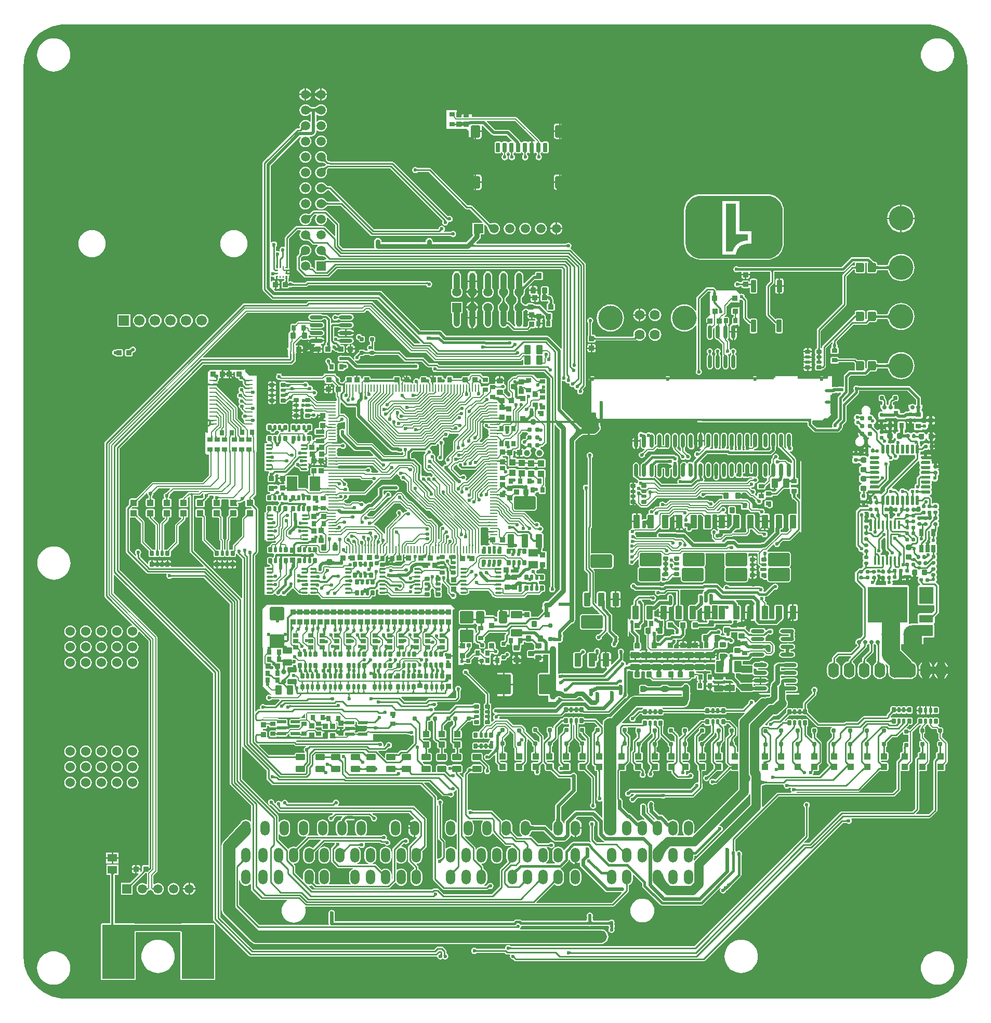
<source format=gtl>
G75*
G70*
%OFA0B0*%
%FSLAX25Y25*%
%IPPOS*%
%LPD*%
%AMOC8*
5,1,8,0,0,1.08239X$1,22.5*
%
%AMM1*
21,1,0.043310,0.075980,0.000000,0.000000,0.000000*
21,1,0.034650,0.084650,0.000000,0.000000,0.000000*
1,1,0.008660,0.017320,-0.037990*
1,1,0.008660,-0.017320,-0.037990*
1,1,0.008660,-0.017320,0.037990*
1,1,0.008660,0.017320,0.037990*
%
%AMM10*
21,1,0.027560,0.030710,0.000000,0.000000,180.000000*
21,1,0.022050,0.036220,0.000000,0.000000,180.000000*
1,1,0.005510,-0.011020,0.015350*
1,1,0.005510,0.011020,0.015350*
1,1,0.005510,0.011020,-0.015350*
1,1,0.005510,-0.011020,-0.015350*
%
%AMM103*
21,1,0.106300,0.050390,0.000000,0.000000,0.000000*
21,1,0.093700,0.062990,0.000000,0.000000,0.000000*
1,1,0.012600,0.046850,-0.025200*
1,1,0.012600,-0.046850,-0.025200*
1,1,0.012600,-0.046850,0.025200*
1,1,0.012600,0.046850,0.025200*
%
%AMM104*
21,1,0.074800,0.083460,0.000000,0.000000,180.000000*
21,1,0.059840,0.098430,0.000000,0.000000,180.000000*
1,1,0.014960,-0.029920,0.041730*
1,1,0.014960,0.029920,0.041730*
1,1,0.014960,0.029920,-0.041730*
1,1,0.014960,-0.029920,-0.041730*
%
%AMM105*
21,1,0.122050,0.075590,0.000000,0.000000,270.000000*
21,1,0.103150,0.094490,0.000000,0.000000,270.000000*
1,1,0.018900,-0.037800,-0.051580*
1,1,0.018900,-0.037800,0.051580*
1,1,0.018900,0.037800,0.051580*
1,1,0.018900,0.037800,-0.051580*
%
%AMM106*
21,1,0.078740,0.053540,0.000000,0.000000,180.000000*
21,1,0.065350,0.066930,0.000000,0.000000,180.000000*
1,1,0.013390,-0.032680,0.026770*
1,1,0.013390,0.032680,0.026770*
1,1,0.013390,0.032680,-0.026770*
1,1,0.013390,-0.032680,-0.026770*
%
%AMM107*
21,1,0.070870,0.036220,0.000000,0.000000,180.000000*
21,1,0.061810,0.045280,0.000000,0.000000,180.000000*
1,1,0.009060,-0.030910,0.018110*
1,1,0.009060,0.030910,0.018110*
1,1,0.009060,0.030910,-0.018110*
1,1,0.009060,-0.030910,-0.018110*
%
%AMM108*
21,1,0.086610,0.073230,0.000000,0.000000,90.000000*
21,1,0.069290,0.090550,0.000000,0.000000,90.000000*
1,1,0.017320,0.036610,0.034650*
1,1,0.017320,0.036610,-0.034650*
1,1,0.017320,-0.036610,-0.034650*
1,1,0.017320,-0.036610,0.034650*
%
%AMM11*
21,1,0.033470,0.026770,0.000000,0.000000,0.000000*
21,1,0.026770,0.033470,0.000000,0.000000,0.000000*
1,1,0.006690,0.013390,-0.013390*
1,1,0.006690,-0.013390,-0.013390*
1,1,0.006690,-0.013390,0.013390*
1,1,0.006690,0.013390,0.013390*
%
%AMM115*
21,1,0.078740,0.045670,0.000000,0.000000,270.000000*
21,1,0.067320,0.057090,0.000000,0.000000,270.000000*
1,1,0.011420,-0.022840,-0.033660*
1,1,0.011420,-0.022840,0.033660*
1,1,0.011420,0.022840,0.033660*
1,1,0.011420,0.022840,-0.033660*
%
%AMM116*
21,1,0.059060,0.020470,0.000000,0.000000,270.000000*
21,1,0.053940,0.025590,0.000000,0.000000,270.000000*
1,1,0.005120,-0.010240,-0.026970*
1,1,0.005120,-0.010240,0.026970*
1,1,0.005120,0.010240,0.026970*
1,1,0.005120,0.010240,-0.026970*
%
%AMM119*
21,1,0.094490,0.111020,0.000000,0.000000,180.000000*
21,1,0.075590,0.129920,0.000000,0.000000,180.000000*
1,1,0.018900,-0.037800,0.055510*
1,1,0.018900,0.037800,0.055510*
1,1,0.018900,0.037800,-0.055510*
1,1,0.018900,-0.037800,-0.055510*
%
%AMM12*
21,1,0.027560,0.030710,0.000000,0.000000,270.000000*
21,1,0.022050,0.036220,0.000000,0.000000,270.000000*
1,1,0.005510,-0.015350,-0.011020*
1,1,0.005510,-0.015350,0.011020*
1,1,0.005510,0.015350,0.011020*
1,1,0.005510,0.015350,-0.011020*
%
%AMM120*
21,1,0.035830,0.026770,0.000000,0.000000,0.000000*
21,1,0.029130,0.033470,0.000000,0.000000,0.000000*
1,1,0.006690,0.014570,-0.013390*
1,1,0.006690,-0.014570,-0.013390*
1,1,0.006690,-0.014570,0.013390*
1,1,0.006690,0.014570,0.013390*
%
%AMM121*
21,1,0.035430,0.030320,0.000000,0.000000,0.000000*
21,1,0.028350,0.037400,0.000000,0.000000,0.000000*
1,1,0.007090,0.014170,-0.015160*
1,1,0.007090,-0.014170,-0.015160*
1,1,0.007090,-0.014170,0.015160*
1,1,0.007090,0.014170,0.015160*
%
%AMM122*
21,1,0.078740,0.070870,0.000000,0.000000,270.000000*
21,1,0.062990,0.086610,0.000000,0.000000,270.000000*
1,1,0.015750,-0.035430,-0.031500*
1,1,0.015750,-0.035430,0.031500*
1,1,0.015750,0.035430,0.031500*
1,1,0.015750,0.035430,-0.031500*
%
%AMM123*
21,1,0.051180,0.068500,0.000000,0.000000,180.000000*
21,1,0.040950,0.078740,0.000000,0.000000,180.000000*
1,1,0.010240,-0.020470,0.034250*
1,1,0.010240,0.020470,0.034250*
1,1,0.010240,0.020470,-0.034250*
1,1,0.010240,-0.020470,-0.034250*
%
%AMM124*
21,1,0.035830,0.026770,0.000000,0.000000,90.000000*
21,1,0.029130,0.033470,0.000000,0.000000,90.000000*
1,1,0.006690,0.013390,0.014570*
1,1,0.006690,0.013390,-0.014570*
1,1,0.006690,-0.013390,-0.014570*
1,1,0.006690,-0.013390,0.014570*
%
%AMM13*
21,1,0.031500,0.072440,0.000000,0.000000,0.000000*
21,1,0.025200,0.078740,0.000000,0.000000,0.000000*
1,1,0.006300,0.012600,-0.036220*
1,1,0.006300,-0.012600,-0.036220*
1,1,0.006300,-0.012600,0.036220*
1,1,0.006300,0.012600,0.036220*
%
%AMM131*
21,1,0.021650,0.052760,0.000000,0.000000,270.000000*
21,1,0.017320,0.057090,0.000000,0.000000,270.000000*
1,1,0.004330,-0.026380,-0.008660*
1,1,0.004330,-0.026380,0.008660*
1,1,0.004330,0.026380,0.008660*
1,1,0.004330,0.026380,-0.008660*
%
%AMM133*
21,1,0.070870,0.036220,0.000000,0.000000,270.000000*
21,1,0.061810,0.045280,0.000000,0.000000,270.000000*
1,1,0.009060,-0.018110,-0.030910*
1,1,0.009060,-0.018110,0.030910*
1,1,0.009060,0.018110,0.030910*
1,1,0.009060,0.018110,-0.030910*
%
%AMM134*
21,1,0.035430,0.030320,0.000000,0.000000,90.000000*
21,1,0.028350,0.037400,0.000000,0.000000,90.000000*
1,1,0.007090,0.015160,0.014170*
1,1,0.007090,0.015160,-0.014170*
1,1,0.007090,-0.015160,-0.014170*
1,1,0.007090,-0.015160,0.014170*
%
%AMM135*
21,1,0.043310,0.075980,0.000000,0.000000,180.000000*
21,1,0.034650,0.084650,0.000000,0.000000,180.000000*
1,1,0.008660,-0.017320,0.037990*
1,1,0.008660,0.017320,0.037990*
1,1,0.008660,0.017320,-0.037990*
1,1,0.008660,-0.017320,-0.037990*
%
%AMM136*
21,1,0.043310,0.075990,0.000000,0.000000,180.000000*
21,1,0.034650,0.084650,0.000000,0.000000,180.000000*
1,1,0.008660,-0.017320,0.037990*
1,1,0.008660,0.017320,0.037990*
1,1,0.008660,0.017320,-0.037990*
1,1,0.008660,-0.017320,-0.037990*
%
%AMM137*
21,1,0.137800,0.067720,0.000000,0.000000,180.000000*
21,1,0.120870,0.084650,0.000000,0.000000,180.000000*
1,1,0.016930,-0.060430,0.033860*
1,1,0.016930,0.060430,0.033860*
1,1,0.016930,0.060430,-0.033860*
1,1,0.016930,-0.060430,-0.033860*
%
%AMM138*
21,1,0.025590,0.026380,0.000000,0.000000,90.000000*
21,1,0.020470,0.031500,0.000000,0.000000,90.000000*
1,1,0.005120,0.013190,0.010240*
1,1,0.005120,0.013190,-0.010240*
1,1,0.005120,-0.013190,-0.010240*
1,1,0.005120,-0.013190,0.010240*
%
%AMM139*
21,1,0.017720,0.027950,0.000000,0.000000,90.000000*
21,1,0.014170,0.031500,0.000000,0.000000,90.000000*
1,1,0.003540,0.013980,0.007090*
1,1,0.003540,0.013980,-0.007090*
1,1,0.003540,-0.013980,-0.007090*
1,1,0.003540,-0.013980,0.007090*
%
%AMM14*
21,1,0.051180,0.048820,0.000000,0.000000,0.000000*
21,1,0.040950,0.059060,0.000000,0.000000,0.000000*
1,1,0.010240,0.020470,-0.024410*
1,1,0.010240,-0.020470,-0.024410*
1,1,0.010240,-0.020470,0.024410*
1,1,0.010240,0.020470,0.024410*
%
%AMM15*
21,1,0.039370,0.049210,0.000000,0.000000,90.000000*
21,1,0.031500,0.057090,0.000000,0.000000,90.000000*
1,1,0.007870,0.024610,0.015750*
1,1,0.007870,0.024610,-0.015750*
1,1,0.007870,-0.024610,-0.015750*
1,1,0.007870,-0.024610,0.015750*
%
%AMM16*
21,1,0.025590,0.026380,0.000000,0.000000,270.000000*
21,1,0.020470,0.031500,0.000000,0.000000,270.000000*
1,1,0.005120,-0.013190,-0.010240*
1,1,0.005120,-0.013190,0.010240*
1,1,0.005120,0.013190,0.010240*
1,1,0.005120,0.013190,-0.010240*
%
%AMM17*
21,1,0.017720,0.027950,0.000000,0.000000,270.000000*
21,1,0.014170,0.031500,0.000000,0.000000,270.000000*
1,1,0.003540,-0.013980,-0.007090*
1,1,0.003540,-0.013980,0.007090*
1,1,0.003540,0.013980,0.007090*
1,1,0.003540,0.013980,-0.007090*
%
%AMM18*
21,1,0.033470,0.026770,0.000000,0.000000,90.000000*
21,1,0.026770,0.033470,0.000000,0.000000,90.000000*
1,1,0.006690,0.013390,0.013390*
1,1,0.006690,0.013390,-0.013390*
1,1,0.006690,-0.013390,-0.013390*
1,1,0.006690,-0.013390,0.013390*
%
%AMM19*
21,1,0.007870,0.503940,0.000000,0.000000,180.000000*
21,1,0.000000,0.511810,0.000000,0.000000,180.000000*
1,1,0.007870,0.000000,0.251970*
1,1,0.007870,0.000000,0.251970*
1,1,0.007870,0.000000,-0.251970*
1,1,0.007870,0.000000,-0.251970*
%
%AMM2*
21,1,0.043310,0.075990,0.000000,0.000000,0.000000*
21,1,0.034650,0.084650,0.000000,0.000000,0.000000*
1,1,0.008660,0.017320,-0.037990*
1,1,0.008660,-0.017320,-0.037990*
1,1,0.008660,-0.017320,0.037990*
1,1,0.008660,0.017320,0.037990*
%
%AMM20*
21,1,0.009840,0.919290,0.000000,0.000000,270.000000*
21,1,0.000000,0.929130,0.000000,0.000000,270.000000*
1,1,0.009840,-0.459650,0.000000*
1,1,0.009840,-0.459650,0.000000*
1,1,0.009840,0.459650,0.000000*
1,1,0.009840,0.459650,0.000000*
%
%AMM21*
21,1,0.007870,0.041340,0.000000,0.000000,0.000000*
21,1,0.000000,0.049210,0.000000,0.000000,0.000000*
1,1,0.007870,0.000000,-0.020670*
1,1,0.007870,0.000000,-0.020670*
1,1,0.007870,0.000000,0.020670*
1,1,0.007870,0.000000,0.020670*
%
%AMM22*
21,1,0.009840,0.017720,0.000000,0.000000,180.000000*
21,1,0.000000,0.027560,0.000000,0.000000,180.000000*
1,1,0.009840,0.000000,0.008860*
1,1,0.009840,0.000000,0.008860*
1,1,0.009840,0.000000,-0.008860*
1,1,0.009840,0.000000,-0.008860*
%
%AMM23*
21,1,0.007870,1.416930,0.000000,0.000000,180.000000*
21,1,0.000000,1.424800,0.000000,0.000000,180.000000*
1,1,0.007870,0.000000,0.708470*
1,1,0.007870,0.000000,0.708470*
1,1,0.007870,0.000000,-0.708470*
1,1,0.007870,0.000000,-0.708470*
%
%AMM24*
21,1,0.007870,1.787400,0.000000,0.000000,270.000000*
21,1,0.000000,1.795280,0.000000,0.000000,270.000000*
1,1,0.007870,-0.893700,0.000000*
1,1,0.007870,-0.893700,0.000000*
1,1,0.007870,0.893700,0.000000*
1,1,0.007870,0.893700,0.000000*
%
%AMM25*
21,1,0.007870,1.405510,0.000000,0.000000,180.000000*
21,1,0.000000,1.413390,0.000000,0.000000,180.000000*
1,1,0.007870,0.000000,0.702760*
1,1,0.007870,0.000000,0.702760*
1,1,0.007870,0.000000,-0.702760*
1,1,0.007870,0.000000,-0.702760*
%
%AMM26*
21,1,0.007870,1.704720,0.000000,0.000000,270.000000*
21,1,0.000000,1.712600,0.000000,0.000000,270.000000*
1,1,0.007870,-0.852360,0.000000*
1,1,0.007870,-0.852360,0.000000*
1,1,0.007870,0.852360,0.000000*
1,1,0.007870,0.852360,0.000000*
%
%AMM27*
21,1,0.007870,0.023620,0.000000,0.000000,315.000000*
21,1,0.000000,0.031500,0.000000,0.000000,315.000000*
1,1,0.007870,-0.008350,-0.008350*
1,1,0.007870,-0.008350,-0.008350*
1,1,0.007870,0.008350,0.008350*
1,1,0.007870,0.008350,0.008350*
%
%AMM28*
21,1,0.007870,0.055120,0.000000,0.000000,270.000000*
21,1,0.000000,0.062990,0.000000,0.000000,270.000000*
1,1,0.007870,-0.027560,0.000000*
1,1,0.007870,-0.027560,0.000000*
1,1,0.007870,0.027560,0.000000*
1,1,0.007870,0.027560,0.000000*
%
%AMM29*
21,1,0.007870,0.039370,0.000000,0.000000,45.000000*
21,1,0.000000,0.047240,0.000000,0.000000,45.000000*
1,1,0.007870,0.013920,-0.013920*
1,1,0.007870,0.013920,-0.013920*
1,1,0.007870,-0.013920,0.013920*
1,1,0.007870,-0.013920,0.013920*
%
%AMM3*
21,1,0.137800,0.067720,0.000000,0.000000,0.000000*
21,1,0.120870,0.084650,0.000000,0.000000,0.000000*
1,1,0.016930,0.060430,-0.033860*
1,1,0.016930,-0.060430,-0.033860*
1,1,0.016930,-0.060430,0.033860*
1,1,0.016930,0.060430,0.033860*
%
%AMM30*
21,1,0.007870,0.013780,0.000000,0.000000,45.000000*
21,1,0.000000,0.021650,0.000000,0.000000,45.000000*
1,1,0.007870,0.004870,-0.004870*
1,1,0.007870,0.004870,-0.004870*
1,1,0.007870,-0.004870,0.004870*
1,1,0.007870,-0.004870,0.004870*
%
%AMM31*
21,1,0.007870,0.014960,0.000000,0.000000,135.000000*
21,1,0.000000,0.022840,0.000000,0.000000,135.000000*
1,1,0.007870,0.005290,0.005290*
1,1,0.007870,0.005290,0.005290*
1,1,0.007870,-0.005290,-0.005290*
1,1,0.007870,-0.005290,-0.005290*
%
%AMM32*
21,1,0.007870,0.029130,0.000000,0.000000,225.000000*
21,1,0.000000,0.037010,0.000000,0.000000,225.000000*
1,1,0.007870,-0.010300,0.010300*
1,1,0.007870,-0.010300,0.010300*
1,1,0.007870,0.010300,-0.010300*
1,1,0.007870,0.010300,-0.010300*
%
%AMM33*
21,1,0.047240,0.015750,0.000000,0.000000,135.000000*
1,1,0.015750,0.016700,-0.016700*
1,1,0.015750,-0.016700,0.016700*
%
%AMM34*
21,1,0.007870,0.643700,0.000000,0.000000,270.000000*
21,1,0.000000,0.651580,0.000000,0.000000,270.000000*
1,1,0.007870,-0.321850,0.000000*
1,1,0.007870,-0.321850,0.000000*
1,1,0.007870,0.321850,0.000000*
1,1,0.007870,0.321850,0.000000*
%
%AMM35*
21,1,0.007870,0.078350,0.000000,0.000000,135.000000*
21,1,0.000000,0.086220,0.000000,0.000000,135.000000*
1,1,0.007870,0.027700,0.027700*
1,1,0.007870,0.027700,0.027700*
1,1,0.007870,-0.027700,-0.027700*
1,1,0.007870,-0.027700,-0.027700*
%
%AMM36*
21,1,0.007870,0.287010,0.000000,0.000000,180.000000*
21,1,0.000000,0.294880,0.000000,0.000000,180.000000*
1,1,0.007870,0.000000,0.143500*
1,1,0.007870,0.000000,0.143500*
1,1,0.007870,0.000000,-0.143500*
1,1,0.007870,0.000000,-0.143500*
%
%AMM37*
21,1,0.007870,0.080320,0.000000,0.000000,225.000000*
21,1,0.000000,0.088190,0.000000,0.000000,225.000000*
1,1,0.007870,-0.028400,0.028400*
1,1,0.007870,-0.028400,0.028400*
1,1,0.007870,0.028400,-0.028400*
1,1,0.007870,0.028400,-0.028400*
%
%AMM38*
21,1,0.007870,0.400390,0.000000,0.000000,0.000000*
21,1,0.000000,0.408270,0.000000,0.000000,0.000000*
1,1,0.007870,0.000000,-0.200200*
1,1,0.007870,0.000000,-0.200200*
1,1,0.007870,0.000000,0.200200*
1,1,0.007870,0.000000,0.200200*
%
%AMM39*
21,1,0.007870,0.640160,0.000000,0.000000,270.000000*
21,1,0.000000,0.648030,0.000000,0.000000,270.000000*
1,1,0.007870,-0.320080,0.000000*
1,1,0.007870,-0.320080,0.000000*
1,1,0.007870,0.320080,0.000000*
1,1,0.007870,0.320080,0.000000*
%
%AMM4*
21,1,0.025590,0.026380,0.000000,0.000000,0.000000*
21,1,0.020470,0.031500,0.000000,0.000000,0.000000*
1,1,0.005120,0.010240,-0.013190*
1,1,0.005120,-0.010240,-0.013190*
1,1,0.005120,-0.010240,0.013190*
1,1,0.005120,0.010240,0.013190*
%
%AMM40*
21,1,0.039370,0.007870,0.000000,0.000000,45.000000*
1,1,0.007870,-0.013920,-0.013920*
1,1,0.007870,0.013920,0.013920*
%
%AMM41*
21,1,0.003940,0.007870,0.000000,0.000000,135.000000*
1,1,0.007870,0.001390,-0.001390*
1,1,0.007870,-0.001390,0.001390*
%
%AMM42*
21,1,0.087800,0.007870,0.000000,0.000000,45.000000*
1,1,0.007870,-0.031040,-0.031040*
1,1,0.007870,0.031040,0.031040*
%
%AMM43*
21,1,0.031500,0.007870,0.000000,0.000000,315.000000*
1,1,0.007870,-0.011140,0.011140*
1,1,0.007870,0.011140,-0.011140*
%
%AMM44*
21,1,0.015750,0.009840,0.000000,0.000000,45.000000*
1,1,0.009840,-0.005570,-0.005570*
1,1,0.009840,0.005570,0.005570*
%
%AMM5*
21,1,0.017720,0.027950,0.000000,0.000000,0.000000*
21,1,0.014170,0.031500,0.000000,0.000000,0.000000*
1,1,0.003540,0.007090,-0.013980*
1,1,0.003540,-0.007090,-0.013980*
1,1,0.003540,-0.007090,0.013980*
1,1,0.003540,0.007090,0.013980*
%
%AMM6*
21,1,0.023620,0.018900,0.000000,0.000000,270.000000*
21,1,0.018900,0.023620,0.000000,0.000000,270.000000*
1,1,0.004720,-0.009450,-0.009450*
1,1,0.004720,-0.009450,0.009450*
1,1,0.004720,0.009450,0.009450*
1,1,0.004720,0.009450,-0.009450*
%
%AMM7*
21,1,0.039370,0.049210,0.000000,0.000000,0.000000*
21,1,0.031500,0.057090,0.000000,0.000000,0.000000*
1,1,0.007870,0.015750,-0.024610*
1,1,0.007870,-0.015750,-0.024610*
1,1,0.007870,-0.015750,0.024610*
1,1,0.007870,0.015750,0.024610*
%
%AMM71*
21,1,0.035430,0.050000,0.000000,0.000000,270.000000*
21,1,0.028350,0.057090,0.000000,0.000000,270.000000*
1,1,0.007090,-0.025000,-0.014170*
1,1,0.007090,-0.025000,0.014170*
1,1,0.007090,0.025000,0.014170*
1,1,0.007090,0.025000,-0.014170*
%
%AMM72*
21,1,0.086610,0.073230,0.000000,0.000000,270.000000*
21,1,0.069290,0.090550,0.000000,0.000000,270.000000*
1,1,0.017320,-0.036610,-0.034650*
1,1,0.017320,-0.036610,0.034650*
1,1,0.017320,0.036610,0.034650*
1,1,0.017320,0.036610,-0.034650*
%
%AMM73*
21,1,0.027560,0.030710,0.000000,0.000000,90.000000*
21,1,0.022050,0.036220,0.000000,0.000000,90.000000*
1,1,0.005510,0.015350,0.011020*
1,1,0.005510,0.015350,-0.011020*
1,1,0.005510,-0.015350,-0.011020*
1,1,0.005510,-0.015350,0.011020*
%
%AMM74*
21,1,0.039370,0.049210,0.000000,0.000000,180.000000*
21,1,0.031500,0.057090,0.000000,0.000000,180.000000*
1,1,0.007870,-0.015750,0.024610*
1,1,0.007870,0.015750,0.024610*
1,1,0.007870,0.015750,-0.024610*
1,1,0.007870,-0.015750,-0.024610*
%
%AMM75*
21,1,0.023620,0.030710,0.000000,0.000000,90.000000*
21,1,0.018900,0.035430,0.000000,0.000000,90.000000*
1,1,0.004720,0.015350,0.009450*
1,1,0.004720,0.015350,-0.009450*
1,1,0.004720,-0.015350,-0.009450*
1,1,0.004720,-0.015350,0.009450*
%
%AMM76*
21,1,0.033470,0.026770,0.000000,0.000000,270.000000*
21,1,0.026770,0.033470,0.000000,0.000000,270.000000*
1,1,0.006690,-0.013390,-0.013390*
1,1,0.006690,-0.013390,0.013390*
1,1,0.006690,0.013390,0.013390*
1,1,0.006690,0.013390,-0.013390*
%
%AMM77*
21,1,0.027560,0.030710,0.000000,0.000000,0.000000*
21,1,0.022050,0.036220,0.000000,0.000000,0.000000*
1,1,0.005510,0.011020,-0.015350*
1,1,0.005510,-0.011020,-0.015350*
1,1,0.005510,-0.011020,0.015350*
1,1,0.005510,0.011020,0.015350*
%
%AMM78*
21,1,0.033470,0.026770,0.000000,0.000000,180.000000*
21,1,0.026770,0.033470,0.000000,0.000000,180.000000*
1,1,0.006690,-0.013390,0.013390*
1,1,0.006690,0.013390,0.013390*
1,1,0.006690,0.013390,-0.013390*
1,1,0.006690,-0.013390,-0.013390*
%
%AMM8*
21,1,0.039370,0.035430,0.000000,0.000000,270.000000*
21,1,0.031500,0.043310,0.000000,0.000000,270.000000*
1,1,0.007870,-0.017720,-0.015750*
1,1,0.007870,-0.017720,0.015750*
1,1,0.007870,0.017720,0.015750*
1,1,0.007870,0.017720,-0.015750*
%
%AMM87*
21,1,0.027560,0.018900,0.000000,0.000000,180.000000*
21,1,0.022840,0.023620,0.000000,0.000000,180.000000*
1,1,0.004720,-0.011420,0.009450*
1,1,0.004720,0.011420,0.009450*
1,1,0.004720,0.011420,-0.009450*
1,1,0.004720,-0.011420,-0.009450*
%
%AMM88*
21,1,0.035430,0.030320,0.000000,0.000000,270.000000*
21,1,0.028350,0.037400,0.000000,0.000000,270.000000*
1,1,0.007090,-0.015160,-0.014170*
1,1,0.007090,-0.015160,0.014170*
1,1,0.007090,0.015160,0.014170*
1,1,0.007090,0.015160,-0.014170*
%
%AMM89*
21,1,0.023620,0.030710,0.000000,0.000000,180.000000*
21,1,0.018900,0.035430,0.000000,0.000000,180.000000*
1,1,0.004720,-0.009450,0.015350*
1,1,0.004720,0.009450,0.015350*
1,1,0.004720,0.009450,-0.015350*
1,1,0.004720,-0.009450,-0.015350*
%
%AMM9*
21,1,0.023620,0.018900,0.000000,0.000000,180.000000*
21,1,0.018900,0.023620,0.000000,0.000000,180.000000*
1,1,0.004720,-0.009450,0.009450*
1,1,0.004720,0.009450,0.009450*
1,1,0.004720,0.009450,-0.009450*
1,1,0.004720,-0.009450,-0.009450*
%
%AMM90*
21,1,0.035830,0.026770,0.000000,0.000000,270.000000*
21,1,0.029130,0.033470,0.000000,0.000000,270.000000*
1,1,0.006690,-0.013390,-0.014570*
1,1,0.006690,-0.013390,0.014570*
1,1,0.006690,0.013390,0.014570*
1,1,0.006690,0.013390,-0.014570*
%
%AMM91*
21,1,0.035430,0.030320,0.000000,0.000000,180.000000*
21,1,0.028350,0.037400,0.000000,0.000000,180.000000*
1,1,0.007090,-0.014170,0.015160*
1,1,0.007090,0.014170,0.015160*
1,1,0.007090,0.014170,-0.015160*
1,1,0.007090,-0.014170,-0.015160*
%
%AMM92*
21,1,0.027560,0.049610,0.000000,0.000000,270.000000*
21,1,0.022050,0.055120,0.000000,0.000000,270.000000*
1,1,0.005510,-0.024800,-0.011020*
1,1,0.005510,-0.024800,0.011020*
1,1,0.005510,0.024800,0.011020*
1,1,0.005510,0.024800,-0.011020*
%
%AMM93*
21,1,0.035830,0.026770,0.000000,0.000000,180.000000*
21,1,0.029130,0.033470,0.000000,0.000000,180.000000*
1,1,0.006690,-0.014570,0.013390*
1,1,0.006690,0.014570,0.013390*
1,1,0.006690,0.014570,-0.013390*
1,1,0.006690,-0.014570,-0.013390*
%
%ADD101M2*%
%ADD102O,0.00787X0.02756*%
%ADD106M92*%
%ADD107R,0.01968X0.01968*%
%ADD11C,0.01969*%
%ADD110C,0.03937*%
%ADD113O,0.01968X0.50000*%
%ADD115O,0.01968X0.11811*%
%ADD117O,0.19685X0.01575*%
%ADD118M103*%
%ADD119M139*%
%ADD120R,0.19882X0.00984*%
%ADD122M27*%
%ADD125C,0.02756*%
%ADD126M88*%
%ADD127M37*%
%ADD128R,0.05906X0.05118*%
%ADD13M33*%
%ADD131M40*%
%ADD134M43*%
%ADD136O,0.00787X0.16732*%
%ADD139O,0.00787X0.12205*%
%ADD140M107*%
%ADD141O,0.03937X0.05906*%
%ADD142C,0.02362*%
%ADD143O,0.01575X0.28347*%
%ADD144R,0.03740X0.00984*%
%ADD146C,0.05118*%
%ADD149C,0.01500*%
%ADD15C,0.03100*%
%ADD153O,0.06693X0.00787*%
%ADD156M30*%
%ADD157O,0.00787X1.01772*%
%ADD158M14*%
%ADD160O,0.00787X0.22323*%
%ADD161O,0.06890X0.09843*%
%ADD163M26*%
%ADD164M78*%
%ADD166R,0.00984X1.54528*%
%ADD167M87*%
%ADD169O,0.01968X0.00984*%
%ADD171M38*%
%ADD172O,0.04724X0.01968*%
%ADD173M1*%
%ADD177M71*%
%ADD178M42*%
%ADD182M137*%
%ADD183O,0.00787X0.56693*%
%ADD187O,0.00787X0.34744*%
%ADD188O,0.08661X0.01968*%
%ADD189M104*%
%ADD19R,0.01378X0.00984*%
%ADD190M90*%
%ADD191C,0.07874*%
%ADD194R,0.06693X0.09449*%
%ADD196M31*%
%ADD198M15*%
%ADD199M9*%
%ADD20R,0.12205X0.00984*%
%ADD200M25*%
%ADD205M39*%
%ADD206O,0.02362X0.08661*%
%ADD207M122*%
%ADD21O,0.05118X0.00866*%
%ADD216M72*%
%ADD217O,1.18110X0.01575*%
%ADD218O,0.01968X0.03937*%
%ADD219O,0.20669X0.00787*%
%ADD22M19*%
%ADD223M120*%
%ADD224O,0.00787X0.01575*%
%ADD227O,0.00787X0.36221*%
%ADD229O,0.04016X0.11221*%
%ADD232M7*%
%ADD233C,0.15748*%
%ADD235M32*%
%ADD236O,0.04961X0.00984*%
%ADD237C,0.03900*%
%ADD239O,0.43701X0.00787*%
%ADD242R,0.08858X0.00984*%
%ADD243M12*%
%ADD245M8*%
%ADD249M24*%
%ADD250O,0.38583X0.01575*%
%ADD251C,0.09449*%
%ADD252O,0.01968X0.44882*%
%ADD256O,0.03150X0.02362*%
%ADD259O,0.00984X0.01968*%
%ADD26C,0.01575*%
%ADD261O,0.05906X0.09449*%
%ADD262M73*%
%ADD263C,0.00984*%
%ADD266C,0.06000*%
%ADD267O,0.25591X0.00787*%
%ADD268C,0.03150*%
%ADD269M6*%
%ADD271M23*%
%ADD272R,0.03543X0.03150*%
%ADD273O,0.03937X0.34429*%
%ADD275O,0.54331X0.00787*%
%ADD276M13*%
%ADD279M44*%
%ADD28M123*%
%ADD280O,0.44587X0.00787*%
%ADD281O,0.00787X0.33071*%
%ADD283C,0.06400*%
%ADD285M131*%
%ADD289O,0.00984X0.40158*%
%ADD29M89*%
%ADD291O,1.39370X0.01575*%
%ADD292M17*%
%ADD293M18*%
%ADD294O,0.00787X0.16339*%
%ADD296M135*%
%ADD299C,0.01968*%
%ADD30M108*%
%ADD300O,0.00787X0.26772*%
%ADD302O,0.00787X0.14173*%
%ADD303M134*%
%ADD304M136*%
%ADD308O,0.08661X0.02362*%
%ADD31M121*%
%ADD311M22*%
%ADD313O,0.03937X0.01968*%
%ADD314R,0.11614X0.00984*%
%ADD315O,0.22835X0.00984*%
%ADD317M116*%
%ADD32M5*%
%ADD320O,0.00866X0.05118*%
%ADD321M34*%
%ADD322M119*%
%ADD323M10*%
%ADD324O,0.68504X0.01575*%
%ADD325C,0.00787*%
%ADD327O,0.35433X0.01575*%
%ADD330M74*%
%ADD334R,0.02559X0.04803*%
%ADD335R,0.01772X0.05709*%
%ADD336R,0.08661X0.04724*%
%ADD337R,0.25197X0.22835*%
%ADD34M21*%
%ADD36M35*%
%ADD38R,0.00984X0.01378*%
%ADD40M93*%
%ADD41C,0.06693*%
%ADD42O,0.04331X0.01181*%
%ADD43M11*%
%ADD44M75*%
%ADD46C,0.05906*%
%ADD47M29*%
%ADD48M91*%
%ADD50R,0.06693X0.06693*%
%ADD51M105*%
%ADD54M28*%
%ADD55M115*%
%ADD56O,1.01181X0.00787*%
%ADD59R,0.03150X0.03543*%
%ADD61M124*%
%ADD63R,0.09843X0.09843*%
%ADD64C,0.01181*%
%ADD65M3*%
%ADD67O,0.00787X0.01968*%
%ADD69O,0.01575X0.21260*%
%ADD70O,0.56890X0.01968*%
%ADD75M16*%
%ADD76M4*%
%ADD77M133*%
%ADD79M20*%
%ADD83M36*%
%ADD85C,0.11811*%
%ADD86O,0.00787X0.28543*%
%ADD89M76*%
%ADD90M41*%
%ADD92M138*%
%ADD93M77*%
%ADD96R,0.05906X0.05906*%
%ADD97M106*%
X0000000Y0000000D02*
G01*
G75*
G36*
X0581781Y0625413D02*
X0584783Y0624902D01*
X0587710Y0624059D01*
X0590524Y0622894D01*
X0593189Y0621421D01*
X0595673Y0619658D01*
X0597944Y0617629D01*
X0599973Y0615358D01*
X0601736Y0612874D01*
X0603209Y0610209D01*
X0604374Y0607395D01*
X0605217Y0604468D01*
X0605727Y0601466D01*
X0605895Y0598479D01*
X0605873Y0598425D01*
X0605873Y0027559D01*
X0605895Y0027505D01*
X0605727Y0024518D01*
X0605217Y0021516D01*
X0604374Y0018589D01*
X0603209Y0015776D01*
X0601736Y0013110D01*
X0599973Y0010626D01*
X0597944Y0008355D01*
X0595673Y0006326D01*
X0593189Y0004564D01*
X0590524Y0003091D01*
X0587710Y0001925D01*
X0584783Y0001082D01*
X0581781Y0000572D01*
X0578794Y0000404D01*
X0578740Y0000426D01*
X0027559Y0000426D01*
X0027505Y0000404D01*
X0024518Y0000572D01*
X0021516Y0001082D01*
X0018589Y0001925D01*
X0015776Y0003091D01*
X0013110Y0004564D01*
X0010626Y0006326D01*
X0008355Y0008355D01*
X0006326Y0010626D01*
X0004564Y0013110D01*
X0003091Y0015776D01*
X0001925Y0018589D01*
X0001082Y0021516D01*
X0000572Y0024518D01*
X0000404Y0027505D01*
X0000426Y0027559D01*
X0000426Y0598425D01*
X0000404Y0598479D01*
X0000572Y0601466D01*
X0001082Y0604468D01*
X0001925Y0607395D01*
X0003091Y0610209D01*
X0004564Y0612874D01*
X0006326Y0615358D01*
X0008355Y0617629D01*
X0010626Y0619658D01*
X0013110Y0621421D01*
X0015776Y0622894D01*
X0018589Y0624059D01*
X0021516Y0624902D01*
X0024518Y0625413D01*
X0027505Y0625580D01*
X0027559Y0625558D01*
X0578740Y0625558D01*
X0578794Y0625580D01*
X0581781Y0625413D01*
D02*
G37*
%LPC*%
G36*
X0586614Y0616568D02*
X0584946Y0616437D01*
X0583319Y0616046D01*
X0581773Y0615406D01*
X0580347Y0614532D01*
X0579074Y0613445D01*
X0577988Y0612173D01*
X0577114Y0610746D01*
X0576473Y0609200D01*
X0576083Y0607574D01*
X0575951Y0605905D01*
X0576083Y0604238D01*
X0576473Y0602610D01*
X0577114Y0601065D01*
X0577988Y0599638D01*
X0579074Y0598366D01*
X0580347Y0597279D01*
X0581773Y0596405D01*
X0583319Y0595765D01*
X0584946Y0595374D01*
X0586614Y0595243D01*
X0588282Y0595374D01*
X0589909Y0595765D01*
X0591455Y0596405D01*
X0592882Y0597279D01*
X0594154Y0598366D01*
X0595240Y0599638D01*
X0596115Y0601065D01*
X0596755Y0602610D01*
X0597146Y0604238D01*
X0597277Y0605905D01*
X0597146Y0607574D01*
X0596755Y0609200D01*
X0596115Y0610746D01*
X0595240Y0612173D01*
X0594154Y0613445D01*
X0592882Y0614532D01*
X0591455Y0615406D01*
X0589909Y0616046D01*
X0588282Y0616437D01*
X0586614Y0616568D01*
D02*
G37*
G36*
X0019685Y0616568D02*
X0018017Y0616437D01*
X0016390Y0616046D01*
X0014844Y0615406D01*
X0013418Y0614532D01*
X0012145Y0613445D01*
X0011059Y0612173D01*
X0010184Y0610746D01*
X0009544Y0609200D01*
X0009154Y0607574D01*
X0009022Y0605905D01*
X0009154Y0604238D01*
X0009544Y0602610D01*
X0010184Y0601065D01*
X0011059Y0599638D01*
X0012145Y0598366D01*
X0013418Y0597279D01*
X0014844Y0596405D01*
X0016390Y0595765D01*
X0018017Y0595374D01*
X0019685Y0595243D01*
X0021353Y0595374D01*
X0022980Y0595765D01*
X0024526Y0596405D01*
X0025953Y0597279D01*
X0027225Y0598366D01*
X0028311Y0599638D01*
X0029186Y0601065D01*
X0029826Y0602610D01*
X0030217Y0604238D01*
X0030348Y0605905D01*
X0030217Y0607574D01*
X0029826Y0609200D01*
X0029186Y0610746D01*
X0028311Y0612173D01*
X0027225Y0613445D01*
X0025953Y0614532D01*
X0024526Y0615406D01*
X0022980Y0616046D01*
X0021353Y0616437D01*
X0019685Y0616568D01*
D02*
G37*
G36*
X0181642Y0584394D02*
X0181642Y0580972D01*
X0183250Y0580972D01*
X0183250Y0582539D01*
X0183501Y0582296D01*
X0183752Y0582079D01*
X0184003Y0581887D01*
X0184254Y0581720D01*
X0184505Y0581580D01*
X0184756Y0581465D01*
X0185006Y0581375D01*
X0185010Y0581374D01*
X0184993Y0581504D01*
X0184595Y0582466D01*
X0183961Y0583292D01*
X0183135Y0583925D01*
X0182174Y0584323D01*
X0181642Y0584394D01*
D02*
G37*
G36*
X0191642Y0584394D02*
X0191642Y0580972D01*
X0195063Y0580972D01*
X0194993Y0581504D01*
X0194595Y0582466D01*
X0193961Y0583292D01*
X0193135Y0583925D01*
X0192174Y0584323D01*
X0191642Y0584394D01*
D02*
G37*
G36*
X0190642Y0584394D02*
X0190110Y0584323D01*
X0189148Y0583925D01*
X0188323Y0583292D01*
X0187689Y0582466D01*
X0187291Y0581504D01*
X0187274Y0581374D01*
X0187277Y0581375D01*
X0187528Y0581465D01*
X0187779Y0581580D01*
X0188030Y0581720D01*
X0188280Y0581887D01*
X0188531Y0582079D01*
X0188782Y0582296D01*
X0189033Y0582539D01*
X0189033Y0580972D01*
X0190642Y0580972D01*
X0190642Y0584394D01*
D02*
G37*
G36*
X0180642Y0584394D02*
X0180110Y0584323D01*
X0179148Y0583925D01*
X0178323Y0583292D01*
X0177689Y0582466D01*
X0177291Y0581504D01*
X0177221Y0580972D01*
X0180642Y0580972D01*
X0180642Y0584394D01*
D02*
G37*
G36*
X0190642Y0579973D02*
X0189033Y0579973D01*
X0189033Y0578406D01*
X0188782Y0578649D01*
X0188531Y0578866D01*
X0188280Y0579058D01*
X0188030Y0579224D01*
X0187779Y0579365D01*
X0187528Y0579480D01*
X0187277Y0579570D01*
X0187274Y0579571D01*
X0187291Y0579441D01*
X0187689Y0578479D01*
X0188323Y0577653D01*
X0189148Y0577020D01*
X0190110Y0576621D01*
X0190642Y0576551D01*
X0190642Y0579973D01*
D02*
G37*
G36*
X0180642Y0579973D02*
X0177221Y0579973D01*
X0177291Y0579441D01*
X0177689Y0578479D01*
X0178323Y0577653D01*
X0179148Y0577020D01*
X0180110Y0576621D01*
X0180642Y0576551D01*
X0180642Y0579973D01*
D02*
G37*
G36*
X0195063Y0579973D02*
X0191642Y0579973D01*
X0191642Y0576551D01*
X0192174Y0576621D01*
X0193135Y0577020D01*
X0193961Y0577653D01*
X0194595Y0578479D01*
X0194993Y0579441D01*
X0195063Y0579973D01*
D02*
G37*
G36*
X0183250Y0579973D02*
X0181642Y0579973D01*
X0181642Y0576551D01*
X0182174Y0576621D01*
X0183135Y0577020D01*
X0183961Y0577653D01*
X0184595Y0578479D01*
X0184993Y0579441D01*
X0185010Y0579571D01*
X0185006Y0579570D01*
X0184756Y0579480D01*
X0184505Y0579365D01*
X0184254Y0579224D01*
X0184003Y0579058D01*
X0183752Y0578866D01*
X0183501Y0578649D01*
X0183250Y0578406D01*
X0183250Y0579973D01*
D02*
G37*
G36*
X0191142Y0574245D02*
X0190165Y0574116D01*
X0189255Y0573739D01*
X0188474Y0573140D01*
X0188433Y0573086D01*
X0188364Y0573024D01*
X0188178Y0572879D01*
X0187992Y0572754D01*
X0187805Y0572647D01*
X0187617Y0572558D01*
X0187427Y0572486D01*
X0187234Y0572431D01*
X0187036Y0572391D01*
X0186922Y0572377D01*
X0185361Y0572377D01*
X0185247Y0572391D01*
X0185050Y0572431D01*
X0184856Y0572486D01*
X0184666Y0572558D01*
X0184478Y0572647D01*
X0184291Y0572754D01*
X0184105Y0572879D01*
X0183920Y0573024D01*
X0183851Y0573086D01*
X0183809Y0573140D01*
X0183028Y0573739D01*
X0182118Y0574116D01*
X0181142Y0574245D01*
X0180165Y0574116D01*
X0179255Y0573739D01*
X0178474Y0573140D01*
X0177875Y0572359D01*
X0177498Y0571449D01*
X0177369Y0570472D01*
X0177498Y0569496D01*
X0177875Y0568586D01*
X0178474Y0567805D01*
X0179255Y0567205D01*
X0180165Y0566829D01*
X0181142Y0566700D01*
X0182118Y0566829D01*
X0183028Y0567205D01*
X0183809Y0567805D01*
X0183901Y0567925D01*
X0184012Y0568038D01*
X0184242Y0567997D01*
X0184512Y0567821D01*
X0184512Y0563045D01*
X0184012Y0562875D01*
X0183809Y0563140D01*
X0183028Y0563739D01*
X0182118Y0564116D01*
X0181142Y0564245D01*
X0180165Y0564116D01*
X0179255Y0563739D01*
X0178474Y0563140D01*
X0177875Y0562359D01*
X0177498Y0561449D01*
X0177369Y0560472D01*
X0177461Y0559775D01*
X0177460Y0559735D01*
X0177491Y0559549D01*
X0177492Y0559539D01*
X0177503Y0559397D01*
X0177501Y0559263D01*
X0177487Y0559140D01*
X0177461Y0559026D01*
X0177424Y0558918D01*
X0177408Y0558883D01*
X0176129Y0558883D01*
X0175630Y0558784D01*
X0175207Y0558501D01*
X0154097Y0537392D01*
X0153814Y0536968D01*
X0153715Y0536469D01*
X0153715Y0455558D01*
X0153814Y0455059D01*
X0154097Y0454636D01*
X0159483Y0449250D01*
X0159906Y0448967D01*
X0160405Y0448868D01*
X0227402Y0448868D01*
X0255015Y0421255D01*
X0254824Y0420793D01*
X0251194Y0420793D01*
X0224510Y0447478D01*
X0224086Y0447760D01*
X0223587Y0447860D01*
X0183395Y0447860D01*
X0182896Y0447760D01*
X0182473Y0447478D01*
X0181551Y0446556D01*
X0141900Y0446556D01*
X0141401Y0446457D01*
X0140978Y0446174D01*
X0052589Y0357786D01*
X0052306Y0357362D01*
X0052207Y0356863D01*
X0052207Y0258800D01*
X0052306Y0258301D01*
X0052589Y0257878D01*
X0070211Y0240256D01*
X0070032Y0239728D01*
X0069326Y0239635D01*
X0068405Y0239253D01*
X0067614Y0238646D01*
X0067007Y0237855D01*
X0066625Y0236934D01*
X0066495Y0235945D01*
X0066625Y0234956D01*
X0067007Y0234035D01*
X0067614Y0233244D01*
X0068405Y0232637D01*
X0069326Y0232255D01*
X0070315Y0232125D01*
X0071304Y0232255D01*
X0072225Y0232637D01*
X0073016Y0233244D01*
X0073623Y0234035D01*
X0074005Y0234956D01*
X0074098Y0235662D01*
X0074626Y0235841D01*
X0080447Y0230020D01*
X0080447Y0086300D01*
X0080138Y0086046D01*
X0077461Y0086046D01*
X0077023Y0085958D01*
X0076652Y0085711D01*
X0076404Y0085339D01*
X0076317Y0084902D01*
X0076317Y0082445D01*
X0076126Y0082223D01*
X0075704Y0081801D01*
X0075243Y0082047D01*
X0075278Y0082224D01*
X0075278Y0083063D01*
X0073079Y0083063D01*
X0073079Y0080864D01*
X0073917Y0080864D01*
X0074095Y0080899D01*
X0074341Y0080438D01*
X0068803Y0074900D01*
X0068638Y0074746D01*
X0068506Y0074640D01*
X0068458Y0074606D01*
X0062874Y0074606D01*
X0062874Y0067126D01*
X0070354Y0067126D01*
X0070354Y0072710D01*
X0070382Y0072749D01*
X0070607Y0073014D01*
X0078430Y0080837D01*
X0078509Y0080906D01*
X0078633Y0081004D01*
X0078737Y0081075D01*
X0078745Y0081080D01*
X0079098Y0081080D01*
X0079516Y0080618D01*
X0079516Y0080618D01*
X0079516Y0073984D01*
X0079016Y0073737D01*
X0078500Y0074133D01*
X0077591Y0074510D01*
X0076614Y0074639D01*
X0075638Y0074510D01*
X0074728Y0074133D01*
X0073947Y0073534D01*
X0073347Y0072752D01*
X0072970Y0071842D01*
X0072842Y0070866D01*
X0072970Y0069890D01*
X0073347Y0068980D01*
X0073947Y0068199D01*
X0074728Y0067599D01*
X0075638Y0067222D01*
X0076614Y0067094D01*
X0077591Y0067222D01*
X0078500Y0067599D01*
X0079282Y0068199D01*
X0079881Y0068980D01*
X0080163Y0069660D01*
X0080183Y0069662D01*
X0080305Y0069662D01*
X0080305Y0069662D01*
X0080766Y0069754D01*
X0081157Y0070015D01*
X0081273Y0070130D01*
X0081614Y0070397D01*
X0081956Y0070130D01*
X0082072Y0070015D01*
X0082072Y0070015D01*
X0082462Y0069754D01*
X0082923Y0069662D01*
X0083045Y0069662D01*
X0083066Y0069660D01*
X0083347Y0068980D01*
X0083947Y0068199D01*
X0084728Y0067599D01*
X0085638Y0067222D01*
X0086614Y0067094D01*
X0087590Y0067222D01*
X0088500Y0067599D01*
X0089282Y0068199D01*
X0089881Y0068980D01*
X0090258Y0069890D01*
X0090387Y0070866D01*
X0090258Y0071842D01*
X0089881Y0072752D01*
X0089282Y0073534D01*
X0088500Y0074133D01*
X0087590Y0074510D01*
X0086614Y0074639D01*
X0085638Y0074510D01*
X0084728Y0074133D01*
X0084212Y0073737D01*
X0083712Y0073984D01*
X0083712Y0079379D01*
X0086064Y0081731D01*
X0086064Y0081731D01*
X0086325Y0082121D01*
X0086417Y0082582D01*
X0086417Y0082582D01*
X0086417Y0231994D01*
X0086417Y0231994D01*
X0086325Y0232454D01*
X0086064Y0232845D01*
X0086064Y0232845D01*
X0058177Y0260733D01*
X0058177Y0272149D01*
X0058639Y0272340D01*
X0121908Y0209071D01*
X0121908Y0051397D01*
X0122007Y0050898D01*
X0122290Y0050475D01*
X0145061Y0027704D01*
X0145484Y0027421D01*
X0145983Y0027322D01*
X0264979Y0027322D01*
X0265229Y0027371D01*
X0265710Y0027150D01*
X0265805Y0027038D01*
X0265854Y0026791D01*
X0266289Y0026140D01*
X0266941Y0025705D01*
X0267709Y0025552D01*
X0268477Y0025705D01*
X0269128Y0026140D01*
X0269439Y0026140D01*
X0270090Y0025705D01*
X0270858Y0025552D01*
X0271626Y0025705D01*
X0272277Y0026140D01*
X0272713Y0026791D01*
X0272865Y0027559D01*
X0272713Y0028327D01*
X0272277Y0028978D01*
X0271626Y0029414D01*
X0271580Y0029423D01*
X0271580Y0030842D01*
X0271481Y0031341D01*
X0271198Y0031764D01*
X0269517Y0033446D01*
X0269094Y0033728D01*
X0268594Y0033828D01*
X0266070Y0033828D01*
X0265571Y0033728D01*
X0265148Y0033446D01*
X0263617Y0031915D01*
X0147346Y0031915D01*
X0126502Y0052759D01*
X0126502Y0210433D01*
X0126402Y0210932D01*
X0126119Y0211355D01*
X0061935Y0275540D01*
X0061935Y0353397D01*
X0115592Y0407054D01*
X0172021Y0407054D01*
X0172520Y0407153D01*
X0172943Y0407436D01*
X0174615Y0409108D01*
X0174898Y0409531D01*
X0174997Y0410030D01*
X0174997Y0413327D01*
X0175005Y0413366D01*
X0175005Y0414168D01*
X0175513Y0414676D01*
X0212923Y0414676D01*
X0212923Y0439725D01*
X0170305Y0439725D01*
X0170305Y0418362D01*
X0169270Y0417327D01*
X0170068Y0416528D01*
X0170068Y0412739D01*
X0170420Y0412739D01*
X0170420Y0411631D01*
X0115530Y0411631D01*
X0115339Y0412093D01*
X0143597Y0440351D01*
X0218333Y0440351D01*
X0218333Y0440351D01*
X0218793Y0440443D01*
X0219184Y0440704D01*
X0220387Y0441906D01*
X0221639Y0441906D01*
X0248369Y0415176D01*
X0248760Y0414915D01*
X0249221Y0414823D01*
X0249221Y0414823D01*
X0258513Y0414823D01*
X0263672Y0409664D01*
X0263672Y0409664D01*
X0264062Y0409403D01*
X0264523Y0409311D01*
X0264523Y0409311D01*
X0318839Y0409311D01*
X0318839Y0409311D01*
X0319300Y0409403D01*
X0319691Y0409664D01*
X0320479Y0410453D01*
X0320941Y0410261D01*
X0320941Y0407677D01*
X0320994Y0407415D01*
X0320679Y0406915D01*
X0267209Y0406915D01*
X0266312Y0407812D01*
X0265889Y0408095D01*
X0265389Y0408194D01*
X0260481Y0408194D01*
X0257331Y0411344D01*
X0256908Y0411627D01*
X0256409Y0411726D01*
X0246078Y0411726D01*
X0242019Y0415785D01*
X0241596Y0416068D01*
X0241097Y0416167D01*
X0225974Y0416167D01*
X0225932Y0416170D01*
X0225925Y0416207D01*
X0225699Y0416545D01*
X0225360Y0416771D01*
X0225314Y0417290D01*
X0225320Y0417323D01*
X0225320Y0421566D01*
X0225324Y0421607D01*
X0225360Y0421615D01*
X0225699Y0421841D01*
X0225925Y0422179D01*
X0226004Y0422579D01*
X0226004Y0424469D01*
X0225925Y0424868D01*
X0225699Y0425207D01*
X0225360Y0425433D01*
X0224961Y0425512D01*
X0223071Y0425512D01*
X0222672Y0425433D01*
X0222333Y0425207D01*
X0222107Y0424868D01*
X0222027Y0424469D01*
X0222027Y0422579D01*
X0222107Y0422179D01*
X0222333Y0421841D01*
X0222672Y0421615D01*
X0222708Y0421607D01*
X0222711Y0421566D01*
X0222711Y0420079D01*
X0222638Y0420019D01*
X0221870Y0419866D01*
X0221219Y0419431D01*
X0220783Y0418780D01*
X0220631Y0418012D01*
X0220783Y0417244D01*
X0221169Y0416667D01*
X0221024Y0416167D01*
X0219379Y0416167D01*
X0219338Y0416170D01*
X0219330Y0416207D01*
X0219104Y0416545D01*
X0218765Y0416771D01*
X0218366Y0416851D01*
X0216476Y0416851D01*
X0216077Y0416771D01*
X0215738Y0416545D01*
X0215512Y0416207D01*
X0215433Y0415807D01*
X0215433Y0415304D01*
X0215121Y0415096D01*
X0213710Y0413685D01*
X0213610Y0413600D01*
X0213552Y0413556D01*
X0213526Y0413551D01*
X0212875Y0413116D01*
X0212440Y0412464D01*
X0212287Y0411696D01*
X0212440Y0410928D01*
X0212702Y0410535D01*
X0212779Y0410421D01*
X0212390Y0410103D01*
X0210208Y0412285D01*
X0209622Y0412677D01*
X0208930Y0412814D01*
X0204659Y0412814D01*
X0204587Y0412862D01*
X0203819Y0413015D01*
X0203051Y0412862D01*
X0202400Y0412427D01*
X0201965Y0411776D01*
X0201812Y0411008D01*
X0201965Y0410240D01*
X0202400Y0409589D01*
X0203051Y0409154D01*
X0203819Y0409001D01*
X0204587Y0409154D01*
X0204659Y0409201D01*
X0208182Y0409201D01*
X0212657Y0404727D01*
X0213243Y0404335D01*
X0213934Y0404198D01*
X0251227Y0404198D01*
X0251299Y0404150D01*
X0252067Y0403997D01*
X0252835Y0404150D01*
X0253486Y0404585D01*
X0253921Y0405236D01*
X0254074Y0406004D01*
X0253921Y0406772D01*
X0253486Y0407423D01*
X0252835Y0407858D01*
X0252067Y0408011D01*
X0251299Y0407858D01*
X0251227Y0407810D01*
X0214683Y0407810D01*
X0212701Y0409792D01*
X0213019Y0410181D01*
X0213133Y0410105D01*
X0213526Y0409842D01*
X0214294Y0409689D01*
X0215062Y0409842D01*
X0215714Y0410277D01*
X0216148Y0410928D01*
X0216301Y0411696D01*
X0216154Y0412439D01*
X0216584Y0412869D01*
X0216732Y0412869D01*
X0216757Y0412874D01*
X0218366Y0412874D01*
X0218765Y0412953D01*
X0219104Y0413179D01*
X0219330Y0413518D01*
X0219338Y0413554D01*
X0219379Y0413558D01*
X0222058Y0413558D01*
X0222099Y0413554D01*
X0222107Y0413518D01*
X0222333Y0413179D01*
X0222672Y0412953D01*
X0223071Y0412874D01*
X0224961Y0412874D01*
X0225360Y0412953D01*
X0225699Y0413179D01*
X0225925Y0413518D01*
X0225932Y0413554D01*
X0225974Y0413558D01*
X0240556Y0413558D01*
X0244615Y0409499D01*
X0245038Y0409216D01*
X0245537Y0409117D01*
X0255869Y0409117D01*
X0259018Y0405967D01*
X0259442Y0405685D01*
X0259941Y0405585D01*
X0262220Y0405585D01*
X0262493Y0405085D01*
X0262363Y0404429D01*
X0262516Y0403661D01*
X0262951Y0403010D01*
X0263602Y0402575D01*
X0264370Y0402422D01*
X0265138Y0402575D01*
X0265169Y0402596D01*
X0265479Y0402534D01*
X0333909Y0402534D01*
X0338164Y0398278D01*
X0338164Y0264627D01*
X0338157Y0264585D01*
X0338147Y0264540D01*
X0338136Y0264505D01*
X0338125Y0264476D01*
X0338114Y0264455D01*
X0338113Y0264454D01*
X0338049Y0264411D01*
X0337614Y0263760D01*
X0337461Y0262992D01*
X0337614Y0262224D01*
X0338049Y0261573D01*
X0338700Y0261138D01*
X0339469Y0260985D01*
X0340237Y0261138D01*
X0340888Y0261573D01*
X0341323Y0262224D01*
X0341476Y0262992D01*
X0341323Y0263760D01*
X0340888Y0264411D01*
X0340824Y0264454D01*
X0340823Y0264455D01*
X0340812Y0264476D01*
X0340801Y0264505D01*
X0340790Y0264540D01*
X0340780Y0264585D01*
X0340773Y0264627D01*
X0340773Y0368522D01*
X0341273Y0368674D01*
X0341604Y0368179D01*
X0342724Y0367059D01*
X0343120Y0366466D01*
X0343714Y0366069D01*
X0344236Y0365547D01*
X0344236Y0263193D01*
X0336502Y0255460D01*
X0335531Y0255460D01*
X0334610Y0255276D01*
X0333828Y0254754D01*
X0333306Y0253973D01*
X0333123Y0253051D01*
X0333298Y0252170D01*
X0333292Y0252107D01*
X0333012Y0251670D01*
X0332972Y0251670D01*
X0332972Y0250656D01*
X0332513Y0250197D01*
X0279232Y0250197D01*
X0279232Y0214370D01*
X0279134Y0214272D01*
X0303445Y0214173D01*
X0303543Y0214075D01*
X0303543Y0193996D01*
X0307284Y0190256D01*
X0341142Y0190256D01*
X0342708Y0192252D01*
X0343138Y0192252D01*
X0343138Y0193523D01*
X0343286Y0193558D01*
X0343760Y0193627D01*
X0344110Y0193655D01*
X0344412Y0193655D01*
X0344878Y0193189D01*
X0345659Y0192666D01*
X0346581Y0192483D01*
X0354053Y0192483D01*
X0354975Y0192666D01*
X0355756Y0193189D01*
X0356222Y0193655D01*
X0358049Y0193655D01*
X0359826Y0191877D01*
X0359619Y0191377D01*
X0346283Y0191377D01*
X0345515Y0191224D01*
X0344864Y0190789D01*
X0343337Y0189262D01*
X0343266Y0189215D01*
X0341098Y0187046D01*
X0304134Y0187046D01*
X0303691Y0186958D01*
X0303248Y0187046D01*
X0302480Y0186894D01*
X0301829Y0186459D01*
X0301394Y0185807D01*
X0301241Y0185039D01*
X0301394Y0184271D01*
X0301829Y0183620D01*
X0302480Y0183185D01*
X0302510Y0183179D01*
X0302615Y0182648D01*
X0302186Y0182361D01*
X0301751Y0181710D01*
X0301598Y0180942D01*
X0301751Y0180174D01*
X0302186Y0179523D01*
X0301970Y0179066D01*
X0300876Y0177973D01*
X0300414Y0178164D01*
X0300414Y0178878D01*
X0300333Y0179285D01*
X0300260Y0179394D01*
X0300169Y0179732D01*
X0300147Y0179844D01*
X0300169Y0179946D01*
X0300218Y0180035D01*
X0300338Y0180214D01*
X0300413Y0180591D01*
X0300413Y0182008D01*
X0300338Y0182384D01*
X0300218Y0182563D01*
X0300169Y0182653D01*
X0300169Y0183031D01*
X0300235Y0183209D01*
X0300338Y0183364D01*
X0300413Y0183740D01*
X0300413Y0185158D01*
X0300338Y0185534D01*
X0300218Y0185713D01*
X0300169Y0185802D01*
X0300147Y0185904D01*
X0300169Y0186017D01*
X0300260Y0186354D01*
X0300333Y0186463D01*
X0300414Y0186870D01*
X0300414Y0188917D01*
X0300333Y0189324D01*
X0300103Y0189670D01*
X0299758Y0189900D01*
X0299350Y0189981D01*
X0299139Y0189981D01*
X0299139Y0195965D01*
X0299040Y0196464D01*
X0298757Y0196887D01*
X0286097Y0209548D01*
X0286074Y0209579D01*
X0286055Y0209611D01*
X0286043Y0209636D01*
X0286036Y0209655D01*
X0286032Y0209668D01*
X0286031Y0209678D01*
X0286030Y0209687D01*
X0286032Y0209738D01*
X0286032Y0209740D01*
X0286062Y0209892D01*
X0285909Y0210660D01*
X0285474Y0211311D01*
X0284823Y0211746D01*
X0284055Y0211899D01*
X0283287Y0211746D01*
X0282636Y0211311D01*
X0282201Y0210660D01*
X0282048Y0209892D01*
X0282201Y0209124D01*
X0282636Y0208472D01*
X0283287Y0208037D01*
X0283826Y0207930D01*
X0283866Y0207917D01*
X0283924Y0207910D01*
X0283950Y0207905D01*
X0283978Y0207896D01*
X0284010Y0207884D01*
X0284046Y0207867D01*
X0284086Y0207844D01*
X0284130Y0207815D01*
X0284168Y0207787D01*
X0296530Y0195424D01*
X0296530Y0189945D01*
X0296305Y0189900D01*
X0295960Y0189670D01*
X0295730Y0189324D01*
X0295649Y0188917D01*
X0295649Y0186870D01*
X0295730Y0186463D01*
X0295798Y0186361D01*
X0295938Y0185853D01*
X0295725Y0185534D01*
X0295650Y0185158D01*
X0295650Y0183740D01*
X0295725Y0183364D01*
X0295938Y0183045D01*
X0295938Y0182703D01*
X0295725Y0182384D01*
X0295650Y0182008D01*
X0295650Y0180591D01*
X0295725Y0180214D01*
X0295938Y0179895D01*
X0295798Y0179387D01*
X0295730Y0179285D01*
X0295649Y0178878D01*
X0295649Y0176831D01*
X0295730Y0176424D01*
X0295960Y0176078D01*
X0295995Y0175729D01*
X0292948Y0172682D01*
X0292687Y0172292D01*
X0292625Y0171980D01*
X0292201Y0171675D01*
X0292142Y0171651D01*
X0291887Y0171721D01*
X0291785Y0171790D01*
X0291378Y0171871D01*
X0289331Y0171871D01*
X0288924Y0171790D01*
X0288579Y0171559D01*
X0288348Y0171214D01*
X0288267Y0170807D01*
X0288267Y0168169D01*
X0288348Y0167762D01*
X0288579Y0167417D01*
X0288924Y0167186D01*
X0289331Y0167105D01*
X0291378Y0167105D01*
X0291785Y0167186D01*
X0291887Y0167255D01*
X0292395Y0167395D01*
X0292714Y0167182D01*
X0293091Y0167107D01*
X0294508Y0167107D01*
X0294884Y0167182D01*
X0295024Y0167275D01*
X0295374Y0167356D01*
X0295724Y0167275D01*
X0295864Y0167182D01*
X0296240Y0167107D01*
X0297657Y0167107D01*
X0298034Y0167182D01*
X0298353Y0167395D01*
X0298861Y0167255D01*
X0298963Y0167186D01*
X0299370Y0167105D01*
X0299603Y0167105D01*
X0299755Y0166605D01*
X0299270Y0166281D01*
X0298835Y0165630D01*
X0298682Y0164862D01*
X0298689Y0164825D01*
X0298680Y0164816D01*
X0298229Y0164578D01*
X0298034Y0164708D01*
X0297657Y0164783D01*
X0296240Y0164783D01*
X0295864Y0164708D01*
X0295724Y0164615D01*
X0295374Y0164534D01*
X0295024Y0164615D01*
X0294884Y0164708D01*
X0294508Y0164783D01*
X0293091Y0164783D01*
X0292714Y0164708D01*
X0292395Y0164495D01*
X0291887Y0164635D01*
X0291785Y0164703D01*
X0291378Y0164784D01*
X0289331Y0164784D01*
X0288924Y0164703D01*
X0288579Y0164473D01*
X0288348Y0164128D01*
X0288267Y0163721D01*
X0288267Y0161083D01*
X0288348Y0160676D01*
X0288579Y0160330D01*
X0288924Y0160100D01*
X0289331Y0160019D01*
X0291378Y0160019D01*
X0291785Y0160100D01*
X0291887Y0160168D01*
X0292395Y0160309D01*
X0292714Y0160095D01*
X0293091Y0160020D01*
X0294508Y0160020D01*
X0294884Y0160095D01*
X0295024Y0160188D01*
X0295374Y0160269D01*
X0295724Y0160188D01*
X0295864Y0160095D01*
X0296240Y0160020D01*
X0297657Y0160020D01*
X0298034Y0160095D01*
X0298353Y0160309D01*
X0298861Y0160168D01*
X0298963Y0160100D01*
X0299370Y0160019D01*
X0300500Y0160019D01*
X0300692Y0159557D01*
X0298403Y0157268D01*
X0297638Y0157421D01*
X0296870Y0157268D01*
X0296219Y0156833D01*
X0295783Y0156182D01*
X0295631Y0155413D01*
X0295783Y0154645D01*
X0296219Y0153994D01*
X0296870Y0153559D01*
X0297638Y0153406D01*
X0298406Y0153559D01*
X0298778Y0153808D01*
X0298819Y0153808D01*
X0298819Y0153808D01*
X0299433Y0153930D01*
X0299954Y0154278D01*
X0302466Y0156790D01*
X0302928Y0156598D01*
X0302928Y0152559D01*
X0303027Y0152060D01*
X0303310Y0151637D01*
X0304428Y0150519D01*
X0304586Y0150349D01*
X0304694Y0150215D01*
X0304701Y0150205D01*
X0304701Y0147638D01*
X0304793Y0147177D01*
X0305054Y0146786D01*
X0305445Y0146525D01*
X0305906Y0146434D01*
X0309449Y0146434D01*
X0309910Y0146525D01*
X0310300Y0146786D01*
X0310561Y0147177D01*
X0310653Y0147638D01*
X0310653Y0150787D01*
X0310561Y0151248D01*
X0310300Y0151639D01*
X0309910Y0151900D01*
X0309449Y0151992D01*
X0306694Y0151992D01*
X0306661Y0152015D01*
X0306402Y0152234D01*
X0306010Y0152627D01*
X0306217Y0153127D01*
X0309449Y0153127D01*
X0309910Y0153218D01*
X0310300Y0153479D01*
X0310561Y0153870D01*
X0310653Y0154331D01*
X0310653Y0157480D01*
X0310561Y0157941D01*
X0310300Y0158332D01*
X0309910Y0158593D01*
X0309449Y0158685D01*
X0308684Y0158685D01*
X0308684Y0162236D01*
X0308825Y0162264D01*
X0309163Y0162490D01*
X0309389Y0162829D01*
X0309469Y0163228D01*
X0309469Y0165118D01*
X0309389Y0165517D01*
X0309163Y0165856D01*
X0308825Y0166082D01*
X0308684Y0166110D01*
X0308684Y0167218D01*
X0311656Y0170189D01*
X0311917Y0170580D01*
X0312009Y0171041D01*
X0312009Y0171041D01*
X0312009Y0172052D01*
X0312471Y0172244D01*
X0314544Y0170170D01*
X0314544Y0165312D01*
X0314544Y0165312D01*
X0314544Y0165311D01*
X0314544Y0162248D01*
X0314544Y0162248D01*
X0314635Y0161787D01*
X0314896Y0161396D01*
X0315430Y0160863D01*
X0315430Y0158095D01*
X0315419Y0157922D01*
X0315397Y0157812D01*
X0315391Y0157798D01*
X0315391Y0157779D01*
X0315331Y0157480D01*
X0315331Y0154331D01*
X0315423Y0153870D01*
X0315684Y0153479D01*
X0316075Y0153218D01*
X0316535Y0153127D01*
X0319866Y0153127D01*
X0320073Y0152627D01*
X0319715Y0152269D01*
X0319551Y0152116D01*
X0319419Y0152010D01*
X0319393Y0151992D01*
X0316535Y0151992D01*
X0316075Y0151900D01*
X0315684Y0151639D01*
X0315423Y0151248D01*
X0315331Y0150787D01*
X0315331Y0147638D01*
X0315423Y0147177D01*
X0315684Y0146786D01*
X0316075Y0146525D01*
X0316535Y0146434D01*
X0319971Y0146434D01*
X0319980Y0146432D01*
X0319990Y0146434D01*
X0320079Y0146434D01*
X0320540Y0146525D01*
X0320930Y0146786D01*
X0321191Y0147177D01*
X0321283Y0147638D01*
X0321283Y0147727D01*
X0321285Y0147736D01*
X0321283Y0147746D01*
X0321283Y0150102D01*
X0321295Y0150119D01*
X0321520Y0150384D01*
X0322992Y0151856D01*
X0323275Y0152279D01*
X0323375Y0152779D01*
X0323375Y0164758D01*
X0323548Y0165017D01*
X0323647Y0165516D01*
X0323647Y0166713D01*
X0324109Y0166904D01*
X0326564Y0164449D01*
X0326680Y0164324D01*
X0326752Y0164236D01*
X0326752Y0163031D01*
X0326831Y0162632D01*
X0327057Y0162294D01*
X0327396Y0162067D01*
X0327536Y0162039D01*
X0327536Y0158685D01*
X0327165Y0158685D01*
X0326705Y0158593D01*
X0326314Y0158332D01*
X0326053Y0157941D01*
X0325961Y0157480D01*
X0325961Y0154331D01*
X0326053Y0153870D01*
X0326314Y0153479D01*
X0326705Y0153218D01*
X0327165Y0153127D01*
X0330496Y0153127D01*
X0330703Y0152627D01*
X0330345Y0152269D01*
X0330181Y0152116D01*
X0330049Y0152010D01*
X0330023Y0151992D01*
X0327165Y0151992D01*
X0326705Y0151900D01*
X0326314Y0151639D01*
X0326053Y0151248D01*
X0325961Y0150787D01*
X0325961Y0147638D01*
X0326053Y0147177D01*
X0326314Y0146786D01*
X0326705Y0146525D01*
X0327165Y0146434D01*
X0327554Y0146434D01*
X0327871Y0146047D01*
X0327816Y0145768D01*
X0327969Y0145000D01*
X0328404Y0144349D01*
X0329055Y0143913D01*
X0329823Y0143761D01*
X0330591Y0143913D01*
X0331242Y0144349D01*
X0331677Y0145000D01*
X0331830Y0145768D01*
X0331677Y0146536D01*
X0331549Y0146728D01*
X0331560Y0146786D01*
X0331821Y0147177D01*
X0331913Y0147638D01*
X0331913Y0150102D01*
X0331925Y0150119D01*
X0332150Y0150384D01*
X0332969Y0151202D01*
X0333670Y0151197D01*
X0334443Y0150424D01*
X0334597Y0150259D01*
X0334703Y0150128D01*
X0334721Y0150102D01*
X0334721Y0147638D01*
X0334813Y0147177D01*
X0335074Y0146786D01*
X0335464Y0146525D01*
X0335925Y0146434D01*
X0338522Y0146434D01*
X0338589Y0146389D01*
X0339134Y0145931D01*
X0342975Y0142089D01*
X0343398Y0141806D01*
X0343898Y0141707D01*
X0350907Y0141707D01*
X0351241Y0141433D01*
X0351241Y0138976D01*
X0351241Y0134887D01*
X0341888Y0125533D01*
X0341453Y0124882D01*
X0341300Y0124114D01*
X0341300Y0115892D01*
X0341279Y0115558D01*
X0341227Y0115111D01*
X0341157Y0114744D01*
X0341132Y0114660D01*
X0340640Y0114282D01*
X0340040Y0113500D01*
X0339663Y0112591D01*
X0339535Y0111614D01*
X0339535Y0108429D01*
X0339035Y0108222D01*
X0335995Y0111262D01*
X0335344Y0111697D01*
X0334576Y0111850D01*
X0327157Y0111850D01*
X0326940Y0111868D01*
X0326642Y0111916D01*
X0326410Y0111977D01*
X0326247Y0112041D01*
X0326151Y0112098D01*
X0326110Y0112134D01*
X0326104Y0112143D01*
X0326045Y0112591D01*
X0325669Y0113500D01*
X0325069Y0114282D01*
X0324288Y0114881D01*
X0323378Y0115258D01*
X0322402Y0115387D01*
X0321425Y0115258D01*
X0320515Y0114881D01*
X0319734Y0114282D01*
X0319135Y0113500D01*
X0318758Y0112591D01*
X0318629Y0111614D01*
X0318629Y0108071D01*
X0318758Y0107095D01*
X0319135Y0106185D01*
X0319734Y0105403D01*
X0320191Y0105053D01*
X0320021Y0104553D01*
X0317214Y0104553D01*
X0314287Y0107479D01*
X0314131Y0107647D01*
X0314015Y0107790D01*
X0313922Y0107919D01*
X0313856Y0108025D01*
X0313847Y0108043D01*
X0313851Y0108071D01*
X0313851Y0111614D01*
X0313723Y0112591D01*
X0313346Y0113500D01*
X0312746Y0114282D01*
X0311965Y0114881D01*
X0311055Y0115258D01*
X0310079Y0115387D01*
X0309102Y0115258D01*
X0308192Y0114881D01*
X0307619Y0114441D01*
X0307074Y0114621D01*
X0307052Y0114732D01*
X0306769Y0115155D01*
X0301218Y0120706D01*
X0300795Y0120989D01*
X0300295Y0121088D01*
X0288545Y0121088D01*
X0288502Y0121095D01*
X0288458Y0121105D01*
X0288422Y0121116D01*
X0288394Y0121127D01*
X0288372Y0121138D01*
X0288371Y0121139D01*
X0288329Y0121203D01*
X0287678Y0121638D01*
X0286910Y0121791D01*
X0286141Y0121638D01*
X0285860Y0121449D01*
X0285360Y0121717D01*
X0285360Y0143948D01*
X0286380Y0144968D01*
X0286415Y0144994D01*
X0286454Y0145018D01*
X0286487Y0145036D01*
X0286515Y0145047D01*
X0286538Y0145055D01*
X0286539Y0145055D01*
X0286614Y0145040D01*
X0287382Y0145193D01*
X0287733Y0145428D01*
X0287830Y0145408D01*
X0288220Y0145147D01*
X0288681Y0145056D01*
X0293602Y0145056D01*
X0294063Y0145147D01*
X0294454Y0145408D01*
X0294715Y0145799D01*
X0294807Y0146260D01*
X0294807Y0149409D01*
X0294715Y0149870D01*
X0294454Y0150261D01*
X0294063Y0150522D01*
X0293602Y0150614D01*
X0288681Y0150614D01*
X0288220Y0150522D01*
X0287830Y0150261D01*
X0287568Y0149870D01*
X0287477Y0149409D01*
X0287477Y0149392D01*
X0286977Y0148982D01*
X0286614Y0149054D01*
X0285846Y0148901D01*
X0285195Y0148467D01*
X0284760Y0147815D01*
X0284607Y0147047D01*
X0284622Y0146972D01*
X0284622Y0146971D01*
X0284614Y0146948D01*
X0284602Y0146920D01*
X0284585Y0146887D01*
X0284561Y0146848D01*
X0284535Y0146813D01*
X0283133Y0145411D01*
X0282850Y0144987D01*
X0282751Y0144488D01*
X0282751Y0142454D01*
X0282250Y0142302D01*
X0282123Y0142493D01*
X0280023Y0144594D01*
X0280214Y0145056D01*
X0280807Y0145056D01*
X0281268Y0145147D01*
X0281659Y0145408D01*
X0281920Y0145799D01*
X0282011Y0146260D01*
X0282011Y0149409D01*
X0281920Y0149870D01*
X0281659Y0150261D01*
X0281268Y0150522D01*
X0280807Y0150614D01*
X0275886Y0150614D01*
X0275425Y0150522D01*
X0275034Y0150261D01*
X0274874Y0150022D01*
X0274685Y0149984D01*
X0273917Y0150137D01*
X0273149Y0149984D01*
X0272633Y0149639D01*
X0272200Y0149751D01*
X0272085Y0149829D01*
X0272077Y0149870D01*
X0271816Y0150261D01*
X0271425Y0150522D01*
X0270965Y0150614D01*
X0266043Y0150614D01*
X0265582Y0150522D01*
X0265192Y0150261D01*
X0264931Y0149870D01*
X0264839Y0149409D01*
X0264839Y0146260D01*
X0264536Y0145891D01*
X0262629Y0145891D01*
X0262326Y0146260D01*
X0262326Y0149409D01*
X0262235Y0149870D01*
X0261974Y0150261D01*
X0261583Y0150522D01*
X0261122Y0150614D01*
X0257521Y0150614D01*
X0257505Y0150696D01*
X0257222Y0151119D01*
X0256305Y0152036D01*
X0256512Y0152536D01*
X0261122Y0152536D01*
X0261583Y0152628D01*
X0261974Y0152889D01*
X0262235Y0153279D01*
X0262326Y0153740D01*
X0262326Y0156890D01*
X0262235Y0157351D01*
X0261974Y0157741D01*
X0261583Y0158002D01*
X0261122Y0158094D01*
X0259769Y0158094D01*
X0259769Y0160607D01*
X0260236Y0160607D01*
X0260697Y0160698D01*
X0261088Y0160959D01*
X0261349Y0161350D01*
X0261440Y0161811D01*
X0261440Y0164961D01*
X0261349Y0165421D01*
X0261088Y0165812D01*
X0260697Y0166073D01*
X0260236Y0166165D01*
X0257379Y0166165D01*
X0257362Y0166177D01*
X0257096Y0166402D01*
X0256699Y0166800D01*
X0256906Y0167300D01*
X0260236Y0167300D01*
X0260697Y0167391D01*
X0261088Y0167652D01*
X0261349Y0168043D01*
X0261440Y0168504D01*
X0261440Y0171653D01*
X0261349Y0172114D01*
X0261088Y0172505D01*
X0260697Y0172766D01*
X0260236Y0172858D01*
X0259769Y0172858D01*
X0259769Y0178228D01*
X0260787Y0178228D01*
X0261187Y0178307D01*
X0261525Y0178533D01*
X0261752Y0178872D01*
X0261753Y0178879D01*
X0262263Y0178879D01*
X0262264Y0178872D01*
X0262490Y0178533D01*
X0262829Y0178307D01*
X0262865Y0178300D01*
X0262869Y0178259D01*
X0262869Y0167126D01*
X0262968Y0166627D01*
X0263251Y0166203D01*
X0264432Y0165022D01*
X0264855Y0164740D01*
X0265354Y0164640D01*
X0265405Y0164640D01*
X0265447Y0164597D01*
X0265601Y0164433D01*
X0265707Y0164301D01*
X0265725Y0164275D01*
X0265725Y0161811D01*
X0265817Y0161350D01*
X0266078Y0160959D01*
X0266468Y0160698D01*
X0266929Y0160607D01*
X0267396Y0160607D01*
X0267396Y0158094D01*
X0266043Y0158094D01*
X0265582Y0158002D01*
X0265192Y0157741D01*
X0264931Y0157351D01*
X0264839Y0156890D01*
X0264839Y0153740D01*
X0264931Y0153279D01*
X0265192Y0152889D01*
X0265582Y0152628D01*
X0266043Y0152536D01*
X0270965Y0152536D01*
X0271425Y0152628D01*
X0271816Y0152889D01*
X0272077Y0153279D01*
X0272169Y0153740D01*
X0272169Y0156890D01*
X0272077Y0157351D01*
X0271816Y0157741D01*
X0271425Y0158002D01*
X0270965Y0158094D01*
X0270005Y0158094D01*
X0270005Y0160607D01*
X0270472Y0160607D01*
X0270933Y0160698D01*
X0271324Y0160959D01*
X0271585Y0161350D01*
X0271677Y0161811D01*
X0271677Y0164961D01*
X0271585Y0165421D01*
X0271324Y0165812D01*
X0270933Y0166073D01*
X0270472Y0166165D01*
X0267615Y0166165D01*
X0267598Y0166177D01*
X0267333Y0166402D01*
X0266935Y0166800D01*
X0266987Y0167072D01*
X0267120Y0167300D01*
X0270472Y0167300D01*
X0270933Y0167391D01*
X0271324Y0167652D01*
X0271585Y0168043D01*
X0271677Y0168504D01*
X0271677Y0171653D01*
X0271585Y0172114D01*
X0271324Y0172505D01*
X0270933Y0172766D01*
X0270472Y0172858D01*
X0270005Y0172858D01*
X0270005Y0175542D01*
X0272399Y0177936D01*
X0272564Y0178090D01*
X0272696Y0178196D01*
X0272742Y0178228D01*
X0273780Y0178228D01*
X0274179Y0178307D01*
X0274517Y0178533D01*
X0274744Y0178872D01*
X0274745Y0178879D01*
X0275255Y0178879D01*
X0275256Y0178872D01*
X0275483Y0178533D01*
X0275821Y0178307D01*
X0275857Y0178300D01*
X0275861Y0178259D01*
X0275861Y0176328D01*
X0274176Y0174643D01*
X0273893Y0174220D01*
X0273794Y0173720D01*
X0273794Y0165551D01*
X0273893Y0165052D01*
X0274176Y0164629D01*
X0274865Y0163940D01*
X0275288Y0163657D01*
X0275567Y0163601D01*
X0275567Y0161811D01*
X0275659Y0161350D01*
X0275920Y0160959D01*
X0276311Y0160698D01*
X0276772Y0160607D01*
X0277239Y0160607D01*
X0277239Y0158094D01*
X0275886Y0158094D01*
X0275425Y0158002D01*
X0275034Y0157741D01*
X0274773Y0157351D01*
X0274681Y0156890D01*
X0274681Y0153740D01*
X0274773Y0153279D01*
X0275034Y0152889D01*
X0275425Y0152628D01*
X0275886Y0152536D01*
X0280807Y0152536D01*
X0281268Y0152628D01*
X0281659Y0152889D01*
X0281920Y0153279D01*
X0282011Y0153740D01*
X0282011Y0156890D01*
X0281920Y0157351D01*
X0281659Y0157741D01*
X0281268Y0158002D01*
X0280807Y0158094D01*
X0279848Y0158094D01*
X0279848Y0160607D01*
X0280315Y0160607D01*
X0280776Y0160698D01*
X0281167Y0160959D01*
X0281428Y0161350D01*
X0281519Y0161811D01*
X0281519Y0164961D01*
X0281428Y0165421D01*
X0281167Y0165812D01*
X0280776Y0166073D01*
X0280315Y0166165D01*
X0277077Y0166165D01*
X0277067Y0166167D01*
X0276403Y0166167D01*
X0276403Y0166997D01*
X0276772Y0167300D01*
X0280315Y0167300D01*
X0280776Y0167391D01*
X0281167Y0167652D01*
X0281428Y0168043D01*
X0281519Y0168504D01*
X0281519Y0171653D01*
X0281428Y0172114D01*
X0281167Y0172505D01*
X0280867Y0172705D01*
X0280752Y0173096D01*
X0280739Y0173283D01*
X0285392Y0177936D01*
X0285557Y0178090D01*
X0285688Y0178196D01*
X0285734Y0178228D01*
X0286772Y0178228D01*
X0287171Y0178307D01*
X0287510Y0178533D01*
X0287736Y0178872D01*
X0287783Y0179109D01*
X0287786Y0179109D01*
X0288373Y0179109D01*
X0288562Y0178878D01*
X0288562Y0176831D01*
X0288643Y0176424D01*
X0288874Y0176078D01*
X0289219Y0175848D01*
X0289626Y0175767D01*
X0292264Y0175767D01*
X0292671Y0175848D01*
X0293016Y0176078D01*
X0293247Y0176424D01*
X0293327Y0176831D01*
X0293327Y0178878D01*
X0293247Y0179285D01*
X0293178Y0179387D01*
X0293038Y0179895D01*
X0293251Y0180214D01*
X0293326Y0180591D01*
X0293326Y0182008D01*
X0293251Y0182384D01*
X0293038Y0182703D01*
X0293038Y0183045D01*
X0293251Y0183364D01*
X0293326Y0183740D01*
X0293326Y0185158D01*
X0293251Y0185534D01*
X0293038Y0185853D01*
X0293178Y0186361D01*
X0293247Y0186463D01*
X0293327Y0186870D01*
X0293327Y0188917D01*
X0293247Y0189324D01*
X0293016Y0189670D01*
X0292671Y0189900D01*
X0292264Y0189981D01*
X0289626Y0189981D01*
X0289219Y0189900D01*
X0288874Y0189670D01*
X0288643Y0189324D01*
X0288618Y0189200D01*
X0288601Y0189198D01*
X0278007Y0189198D01*
X0277507Y0189099D01*
X0277084Y0188816D01*
X0273431Y0185163D01*
X0264080Y0185163D01*
X0263763Y0185549D01*
X0263818Y0185827D01*
X0263665Y0186595D01*
X0263525Y0186805D01*
X0263825Y0187256D01*
X0263859Y0187249D01*
X0264627Y0187402D01*
X0265278Y0187837D01*
X0265713Y0188488D01*
X0265866Y0189256D01*
X0265713Y0190024D01*
X0265606Y0190184D01*
X0265842Y0190624D01*
X0277756Y0190624D01*
X0278255Y0190724D01*
X0278678Y0191007D01*
X0280056Y0192385D01*
X0280339Y0192808D01*
X0280438Y0193307D01*
X0280438Y0197479D01*
X0280445Y0197522D01*
X0280455Y0197566D01*
X0280466Y0197602D01*
X0280478Y0197630D01*
X0280489Y0197652D01*
X0280489Y0197652D01*
X0280553Y0197695D01*
X0280988Y0198346D01*
X0281141Y0199114D01*
X0280988Y0199882D01*
X0280553Y0200533D01*
X0279902Y0200969D01*
X0279134Y0201121D01*
X0278366Y0200969D01*
X0277715Y0200533D01*
X0277280Y0199882D01*
X0277127Y0199114D01*
X0277280Y0198346D01*
X0277715Y0197695D01*
X0277779Y0197652D01*
X0277779Y0197652D01*
X0277790Y0197630D01*
X0277801Y0197602D01*
X0277813Y0197566D01*
X0277823Y0197522D01*
X0277829Y0197479D01*
X0277829Y0193848D01*
X0277216Y0193234D01*
X0260398Y0193234D01*
X0259899Y0193134D01*
X0259476Y0192852D01*
X0258121Y0191497D01*
X0244797Y0191497D01*
X0242601Y0193693D01*
X0242808Y0194193D01*
X0272497Y0194193D01*
X0275975Y0197671D01*
X0275930Y0197716D01*
X0275930Y0249749D01*
X0276772Y0250591D01*
X0276772Y0250886D01*
X0274471Y0253186D01*
X0156238Y0253186D01*
X0153642Y0250590D01*
X0153825Y0201301D01*
X0153642Y0201083D01*
X0159210Y0195514D01*
X0158891Y0195126D01*
X0158544Y0195358D01*
X0157776Y0195511D01*
X0157008Y0195358D01*
X0156356Y0194923D01*
X0155921Y0194272D01*
X0155769Y0193504D01*
X0155921Y0192736D01*
X0156356Y0192085D01*
X0157008Y0191650D01*
X0157776Y0191497D01*
X0158544Y0191650D01*
X0159195Y0192085D01*
X0159251Y0192169D01*
X0159283Y0192196D01*
X0159325Y0192226D01*
X0159364Y0192249D01*
X0159401Y0192267D01*
X0159437Y0192281D01*
X0159473Y0192292D01*
X0159510Y0192300D01*
X0164274Y0192300D01*
X0164466Y0191838D01*
X0161433Y0188805D01*
X0155572Y0188805D01*
X0155529Y0188811D01*
X0155485Y0188821D01*
X0155449Y0188832D01*
X0155421Y0188844D01*
X0155400Y0188855D01*
X0155399Y0188855D01*
X0155356Y0188919D01*
X0154705Y0189354D01*
X0153937Y0189507D01*
X0153169Y0189354D01*
X0152518Y0188919D01*
X0152083Y0188268D01*
X0151930Y0187500D01*
X0152083Y0186732D01*
X0152205Y0186549D01*
X0151938Y0186049D01*
X0151279Y0186049D01*
X0150780Y0185949D01*
X0150357Y0185667D01*
X0149306Y0184615D01*
X0148844Y0184807D01*
X0148844Y0284706D01*
X0150432Y0286294D01*
X0150715Y0286717D01*
X0150814Y0287216D01*
X0150814Y0314507D01*
X0150715Y0315006D01*
X0150432Y0315429D01*
X0148715Y0317146D01*
X0148553Y0317320D01*
X0148446Y0317452D01*
X0148446Y0320121D01*
X0148354Y0320582D01*
X0148093Y0320973D01*
X0147703Y0321234D01*
X0147667Y0321241D01*
X0147502Y0321783D01*
X0149178Y0323459D01*
X0149178Y0323459D01*
X0149439Y0323850D01*
X0149531Y0324311D01*
X0149531Y0350909D01*
X0149961Y0351340D01*
X0149960Y0399961D01*
X0145122Y0400007D01*
X0142520Y0402451D01*
X0142520Y0404035D01*
X0119590Y0404035D01*
X0118391Y0402837D01*
X0118391Y0363829D01*
X0116890Y0363829D01*
X0116890Y0350413D01*
X0117815Y0349508D01*
X0119367Y0349508D01*
X0119367Y0336129D01*
X0115151Y0331913D01*
X0083361Y0331913D01*
X0083361Y0331913D01*
X0082900Y0331821D01*
X0082509Y0331560D01*
X0072451Y0321501D01*
X0072328Y0321388D01*
X0072250Y0321325D01*
X0069289Y0321325D01*
X0068828Y0321234D01*
X0068437Y0320973D01*
X0068176Y0320582D01*
X0068085Y0320121D01*
X0068085Y0317454D01*
X0067858Y0317189D01*
X0066302Y0315633D01*
X0066019Y0315209D01*
X0065920Y0314710D01*
X0065920Y0287509D01*
X0066019Y0287010D01*
X0066302Y0286586D01*
X0079359Y0273529D01*
X0079782Y0273247D01*
X0080281Y0273147D01*
X0092025Y0273147D01*
X0092293Y0272647D01*
X0092142Y0272422D01*
X0091989Y0271654D01*
X0092142Y0270885D01*
X0092577Y0270234D01*
X0093228Y0269799D01*
X0093996Y0269647D01*
X0094764Y0269799D01*
X0095415Y0270234D01*
X0095458Y0270298D01*
X0095459Y0270299D01*
X0095480Y0270310D01*
X0095509Y0270321D01*
X0095544Y0270332D01*
X0095588Y0270342D01*
X0095631Y0270349D01*
X0115959Y0270349D01*
X0132554Y0253754D01*
X0132554Y0138538D01*
X0132653Y0138039D01*
X0132936Y0137615D01*
X0146235Y0124316D01*
X0146235Y0114251D01*
X0145735Y0114081D01*
X0145581Y0114282D01*
X0144800Y0114881D01*
X0143890Y0115258D01*
X0142913Y0115387D01*
X0141937Y0115258D01*
X0141027Y0114881D01*
X0140246Y0114282D01*
X0139646Y0113500D01*
X0139530Y0113220D01*
X0138933Y0112560D01*
X0138756Y0112425D01*
X0138456Y0112033D01*
X0131806Y0104687D01*
X0128816Y0101696D01*
X0128058Y0100709D01*
X0127582Y0099560D01*
X0127420Y0098327D01*
X0127420Y0057579D01*
X0127582Y0056345D01*
X0128058Y0055196D01*
X0128816Y0054209D01*
X0146237Y0036788D01*
X0147224Y0036031D01*
X0148373Y0035555D01*
X0149606Y0035392D01*
X0370669Y0035392D01*
X0371902Y0035555D01*
X0373052Y0036031D01*
X0374039Y0036788D01*
X0374796Y0037775D01*
X0375272Y0038924D01*
X0375434Y0040157D01*
X0375272Y0041391D01*
X0374796Y0042540D01*
X0374214Y0043298D01*
X0374197Y0043386D01*
X0373762Y0044037D01*
X0373111Y0044472D01*
X0372342Y0044625D01*
X0372266Y0044610D01*
X0371902Y0044760D01*
X0370669Y0044923D01*
X0319016Y0044923D01*
X0318864Y0045423D01*
X0318877Y0045431D01*
X0319312Y0046082D01*
X0319465Y0046850D01*
X0319460Y0046878D01*
X0319777Y0047264D01*
X0362476Y0047264D01*
X0362516Y0047263D01*
X0362815Y0047063D01*
X0363583Y0046910D01*
X0364351Y0047063D01*
X0364650Y0047263D01*
X0364689Y0047264D01*
X0375392Y0047264D01*
X0375650Y0046949D01*
X0375803Y0046181D01*
X0376063Y0045792D01*
X0375705Y0045256D01*
X0375552Y0044488D01*
X0375705Y0043720D01*
X0376140Y0043069D01*
X0376791Y0042634D01*
X0377559Y0042481D01*
X0378327Y0042634D01*
X0378978Y0043069D01*
X0379413Y0043720D01*
X0379566Y0044488D01*
X0379413Y0045256D01*
X0379362Y0045334D01*
X0379362Y0045956D01*
X0379512Y0046181D01*
X0379664Y0046949D01*
X0379512Y0047717D01*
X0379219Y0048154D01*
X0379413Y0048445D01*
X0379566Y0049213D01*
X0379413Y0049981D01*
X0378978Y0050632D01*
X0378327Y0051067D01*
X0377559Y0051220D01*
X0376791Y0051067D01*
X0376140Y0050632D01*
X0376035Y0050475D01*
X0365903Y0050475D01*
X0365510Y0050975D01*
X0365590Y0051378D01*
X0365437Y0052146D01*
X0365198Y0052503D01*
X0365193Y0052607D01*
X0365437Y0052972D01*
X0365590Y0053740D01*
X0365437Y0054508D01*
X0365002Y0055159D01*
X0364351Y0055594D01*
X0363583Y0055747D01*
X0362815Y0055594D01*
X0362163Y0055159D01*
X0361728Y0054508D01*
X0361576Y0053740D01*
X0361728Y0052972D01*
X0361967Y0052615D01*
X0361972Y0052511D01*
X0361728Y0052146D01*
X0361576Y0051378D01*
X0361656Y0050975D01*
X0361263Y0050475D01*
X0320001Y0050475D01*
X0319735Y0050742D01*
X0319214Y0051090D01*
X0318599Y0051212D01*
X0318599Y0051212D01*
X0316316Y0051212D01*
X0316316Y0051212D01*
X0315702Y0051090D01*
X0315181Y0050742D01*
X0315181Y0050742D01*
X0314521Y0050082D01*
X0200039Y0050082D01*
X0200039Y0055315D01*
X0199886Y0056083D01*
X0199451Y0056734D01*
X0198800Y0057169D01*
X0198031Y0057322D01*
X0197263Y0057169D01*
X0196612Y0056734D01*
X0196177Y0056083D01*
X0196024Y0055315D01*
X0196024Y0053051D01*
X0196024Y0049317D01*
X0196067Y0049101D01*
X0196067Y0048870D01*
X0196198Y0048214D01*
X0195924Y0047714D01*
X0151474Y0047714D01*
X0138706Y0060481D01*
X0138706Y0076046D01*
X0139206Y0076079D01*
X0139269Y0075598D01*
X0139646Y0074689D01*
X0140246Y0073907D01*
X0141027Y0073308D01*
X0141937Y0072931D01*
X0142913Y0072802D01*
X0143890Y0072931D01*
X0144800Y0073308D01*
X0145581Y0073907D01*
X0145735Y0074108D01*
X0146235Y0073938D01*
X0146235Y0070768D01*
X0146334Y0070268D01*
X0146617Y0069845D01*
X0152325Y0064137D01*
X0152749Y0063854D01*
X0153248Y0063754D01*
X0169223Y0063754D01*
X0169234Y0063713D01*
X0169276Y0063254D01*
X0168167Y0062345D01*
X0167208Y0061176D01*
X0166495Y0059842D01*
X0166056Y0058395D01*
X0165908Y0056890D01*
X0166056Y0055385D01*
X0166495Y0053938D01*
X0167208Y0052604D01*
X0168167Y0051435D01*
X0169336Y0050476D01*
X0170670Y0049763D01*
X0172117Y0049324D01*
X0173622Y0049176D01*
X0175127Y0049324D01*
X0176574Y0049763D01*
X0177908Y0050476D01*
X0179077Y0051435D01*
X0180036Y0052604D01*
X0180749Y0053938D01*
X0181188Y0055385D01*
X0181336Y0056890D01*
X0181188Y0058395D01*
X0181036Y0058895D01*
X0181428Y0059327D01*
X0181435Y0059325D01*
X0378248Y0059325D01*
X0378747Y0059425D01*
X0379170Y0059707D01*
X0388324Y0068861D01*
X0388607Y0069284D01*
X0388706Y0069784D01*
X0388706Y0072930D01*
X0388712Y0073002D01*
X0388722Y0073073D01*
X0389288Y0073308D01*
X0390069Y0073907D01*
X0390669Y0074689D01*
X0391045Y0075598D01*
X0391174Y0076575D01*
X0391174Y0079771D01*
X0391674Y0079978D01*
X0397137Y0074515D01*
X0397137Y0072852D01*
X0397137Y0072852D01*
X0397259Y0072237D01*
X0397607Y0071716D01*
X0408648Y0060676D01*
X0408648Y0060676D01*
X0409169Y0060328D01*
X0409784Y0060205D01*
X0409784Y0060205D01*
X0435197Y0060205D01*
X0435197Y0060205D01*
X0435811Y0060328D01*
X0436332Y0060676D01*
X0447071Y0071415D01*
X0447449Y0071104D01*
X0447449Y0071104D01*
X0447456Y0071099D01*
X0447199Y0070706D01*
X0447161Y0070650D01*
X0447009Y0069882D01*
X0447161Y0069114D01*
X0447597Y0068463D01*
X0448248Y0068028D01*
X0449016Y0067875D01*
X0449784Y0068028D01*
X0450435Y0068463D01*
X0450870Y0069114D01*
X0450954Y0069535D01*
X0451026Y0069615D01*
X0451457Y0069701D01*
X0452108Y0070136D01*
X0452543Y0070787D01*
X0452582Y0070980D01*
X0452790Y0071188D01*
X0453229Y0071276D01*
X0453880Y0071711D01*
X0454315Y0072362D01*
X0454399Y0072783D01*
X0454528Y0072926D01*
X0460387Y0078786D01*
X0460387Y0078786D01*
X0460735Y0079307D01*
X0460858Y0079921D01*
X0460858Y0079921D01*
X0460858Y0092364D01*
X0461106Y0092736D01*
X0461259Y0093504D01*
X0461106Y0094272D01*
X0460671Y0094923D01*
X0460020Y0095358D01*
X0459252Y0095511D01*
X0458484Y0095358D01*
X0457852Y0094936D01*
X0457721Y0094868D01*
X0457296Y0094868D01*
X0457128Y0095120D01*
X0457064Y0095163D01*
X0457064Y0095163D01*
X0457053Y0095185D01*
X0457041Y0095213D01*
X0457030Y0095249D01*
X0457030Y0095250D01*
X0457013Y0095664D01*
X0457013Y0102333D01*
X0484675Y0129995D01*
X0558366Y0129995D01*
X0558865Y0130094D01*
X0559289Y0130377D01*
X0562537Y0133625D01*
X0562819Y0134048D01*
X0562919Y0134547D01*
X0562919Y0146191D01*
X0563072Y0146319D01*
X0563419Y0146505D01*
X0563780Y0146434D01*
X0567323Y0146434D01*
X0567784Y0146525D01*
X0568174Y0146786D01*
X0568435Y0147177D01*
X0568527Y0147638D01*
X0568527Y0150263D01*
X0568671Y0150433D01*
X0570143Y0151904D01*
X0570143Y0151904D01*
X0570404Y0152295D01*
X0570496Y0152756D01*
X0570496Y0171253D01*
X0575033Y0175790D01*
X0575158Y0175907D01*
X0575229Y0175964D01*
X0575733Y0175964D01*
X0575849Y0175686D01*
X0575898Y0175464D01*
X0575659Y0175107D01*
X0575567Y0174646D01*
X0575427Y0174350D01*
X0575089Y0174124D01*
X0574862Y0173785D01*
X0574783Y0173386D01*
X0574783Y0171496D01*
X0574862Y0171097D01*
X0575089Y0170758D01*
X0575427Y0170532D01*
X0575567Y0170504D01*
X0575567Y0167674D01*
X0575567Y0167674D01*
X0575659Y0167213D01*
X0575920Y0166822D01*
X0576512Y0166230D01*
X0576321Y0165768D01*
X0575827Y0165768D01*
X0575427Y0165689D01*
X0575089Y0165462D01*
X0574862Y0165124D01*
X0574783Y0164724D01*
X0574783Y0162835D01*
X0574862Y0162435D01*
X0575089Y0162097D01*
X0575427Y0161870D01*
X0575463Y0161863D01*
X0575467Y0161822D01*
X0575467Y0158685D01*
X0575187Y0158685D01*
X0574726Y0158593D01*
X0574335Y0158332D01*
X0574074Y0157941D01*
X0573982Y0157480D01*
X0573982Y0155724D01*
X0573533Y0155634D01*
X0573110Y0155352D01*
X0572591Y0154833D01*
X0572308Y0154410D01*
X0572209Y0153910D01*
X0572209Y0122282D01*
X0570523Y0120596D01*
X0525133Y0120596D01*
X0524634Y0120497D01*
X0524211Y0120214D01*
X0504416Y0100419D01*
X0501298Y0100419D01*
X0501090Y0100919D01*
X0503678Y0103507D01*
X0503961Y0103930D01*
X0504061Y0104429D01*
X0504061Y0123069D01*
X0504067Y0123112D01*
X0504077Y0123157D01*
X0504088Y0123192D01*
X0504100Y0123220D01*
X0504111Y0123242D01*
X0504111Y0123243D01*
X0504175Y0123285D01*
X0504610Y0123937D01*
X0504763Y0124705D01*
X0504610Y0125473D01*
X0504175Y0126124D01*
X0503524Y0126559D01*
X0502756Y0126712D01*
X0501988Y0126559D01*
X0501337Y0126124D01*
X0500902Y0125473D01*
X0500749Y0124705D01*
X0500902Y0123937D01*
X0501337Y0123285D01*
X0501401Y0123243D01*
X0501401Y0123242D01*
X0501412Y0123220D01*
X0501423Y0123192D01*
X0501435Y0123156D01*
X0501445Y0123112D01*
X0501451Y0123069D01*
X0501451Y0104970D01*
X0430660Y0034179D01*
X0312954Y0034179D01*
X0312911Y0034185D01*
X0312867Y0034195D01*
X0312831Y0034207D01*
X0312803Y0034218D01*
X0312782Y0034229D01*
X0312781Y0034229D01*
X0312738Y0034293D01*
X0312087Y0034728D01*
X0311319Y0034881D01*
X0310551Y0034728D01*
X0309900Y0034293D01*
X0309465Y0033642D01*
X0309312Y0032874D01*
X0309328Y0032794D01*
X0309011Y0032407D01*
X0291104Y0032407D01*
X0291061Y0032414D01*
X0291017Y0032424D01*
X0290981Y0032435D01*
X0290953Y0032446D01*
X0290931Y0032457D01*
X0290930Y0032458D01*
X0290888Y0032522D01*
X0290237Y0032957D01*
X0289469Y0033109D01*
X0288700Y0032957D01*
X0288049Y0032522D01*
X0287614Y0031870D01*
X0287461Y0031102D01*
X0287614Y0030334D01*
X0288049Y0029683D01*
X0288700Y0029248D01*
X0289469Y0029095D01*
X0290237Y0029248D01*
X0290888Y0029683D01*
X0290930Y0029747D01*
X0290931Y0029747D01*
X0290953Y0029759D01*
X0290981Y0029770D01*
X0291017Y0029781D01*
X0291061Y0029791D01*
X0291104Y0029798D01*
X0309070Y0029798D01*
X0309672Y0029196D01*
X0310096Y0028913D01*
X0310595Y0028813D01*
X0312243Y0028813D01*
X0312527Y0028403D01*
X0312513Y0028313D01*
X0312363Y0027559D01*
X0312516Y0026791D01*
X0312951Y0026140D01*
X0313602Y0025705D01*
X0314370Y0025552D01*
X0314445Y0025567D01*
X0314446Y0025567D01*
X0314470Y0025559D01*
X0314497Y0025547D01*
X0314530Y0025530D01*
X0314569Y0025506D01*
X0314604Y0025480D01*
X0315318Y0024767D01*
X0315741Y0024484D01*
X0316240Y0024384D01*
X0436542Y0024384D01*
X0437041Y0024484D01*
X0437465Y0024767D01*
X0525960Y0113262D01*
X0528089Y0113262D01*
X0528132Y0113256D01*
X0528176Y0113246D01*
X0528212Y0113234D01*
X0528240Y0113223D01*
X0528262Y0113212D01*
X0528263Y0113212D01*
X0528305Y0113148D01*
X0528956Y0112713D01*
X0529724Y0112560D01*
X0530492Y0112713D01*
X0531144Y0113148D01*
X0531579Y0113799D01*
X0531732Y0114567D01*
X0531579Y0115335D01*
X0531325Y0115715D01*
X0531592Y0116215D01*
X0581398Y0116215D01*
X0581897Y0116314D01*
X0582320Y0116597D01*
X0586060Y0120337D01*
X0586343Y0120761D01*
X0586442Y0121260D01*
X0586442Y0146131D01*
X0586811Y0146434D01*
X0590354Y0146434D01*
X0590815Y0146525D01*
X0591206Y0146786D01*
X0591467Y0147177D01*
X0591559Y0147638D01*
X0591559Y0150263D01*
X0591703Y0150433D01*
X0592781Y0151511D01*
X0593042Y0151901D01*
X0593133Y0152362D01*
X0593133Y0164130D01*
X0593133Y0164130D01*
X0593042Y0164591D01*
X0592781Y0164982D01*
X0592781Y0164982D01*
X0589590Y0168173D01*
X0589590Y0170504D01*
X0589730Y0170532D01*
X0590069Y0170758D01*
X0590295Y0171097D01*
X0590374Y0171496D01*
X0590374Y0173386D01*
X0590295Y0173785D01*
X0590069Y0174124D01*
X0589730Y0174350D01*
X0589331Y0174430D01*
X0588128Y0174430D01*
X0587942Y0174588D01*
X0587190Y0175340D01*
X0586935Y0175510D01*
X0586998Y0176032D01*
X0587061Y0176045D01*
X0587406Y0176275D01*
X0587636Y0176620D01*
X0587717Y0177028D01*
X0587717Y0179665D01*
X0587636Y0180072D01*
X0587406Y0180418D01*
X0587061Y0180648D01*
X0586654Y0180729D01*
X0584606Y0180729D01*
X0584199Y0180648D01*
X0584097Y0180580D01*
X0583589Y0180439D01*
X0583270Y0180653D01*
X0582894Y0180728D01*
X0581476Y0180728D01*
X0581100Y0180653D01*
X0580961Y0180560D01*
X0580610Y0180479D01*
X0580260Y0180560D01*
X0580120Y0180653D01*
X0579744Y0180728D01*
X0578327Y0180728D01*
X0577950Y0180653D01*
X0577631Y0180439D01*
X0577124Y0180580D01*
X0577021Y0180648D01*
X0576614Y0180729D01*
X0574567Y0180729D01*
X0574160Y0180648D01*
X0573815Y0180418D01*
X0573584Y0180072D01*
X0573503Y0179665D01*
X0573503Y0177692D01*
X0573359Y0177523D01*
X0568852Y0173016D01*
X0568682Y0173010D01*
X0568288Y0173085D01*
X0568120Y0173336D01*
X0567781Y0173563D01*
X0567382Y0173642D01*
X0566822Y0173642D01*
X0566631Y0174104D01*
X0568147Y0175620D01*
X0568430Y0176043D01*
X0568453Y0176161D01*
X0569528Y0176161D01*
X0569935Y0176242D01*
X0570280Y0176472D01*
X0570510Y0176817D01*
X0570591Y0177224D01*
X0570591Y0179862D01*
X0570510Y0180269D01*
X0570280Y0180614D01*
X0569935Y0180845D01*
X0569528Y0180926D01*
X0567480Y0180926D01*
X0567073Y0180845D01*
X0566971Y0180777D01*
X0566463Y0180636D01*
X0566144Y0180850D01*
X0565768Y0180924D01*
X0564350Y0180924D01*
X0563974Y0180850D01*
X0563835Y0180756D01*
X0563484Y0180676D01*
X0563134Y0180756D01*
X0562994Y0180850D01*
X0562618Y0180924D01*
X0561201Y0180924D01*
X0560824Y0180850D01*
X0560505Y0180636D01*
X0559998Y0180777D01*
X0559895Y0180845D01*
X0559488Y0180926D01*
X0557441Y0180926D01*
X0557034Y0180845D01*
X0556612Y0181165D01*
X0556620Y0181201D01*
X0556620Y0181645D01*
X0557945Y0182970D01*
X0558110Y0183123D01*
X0558241Y0183229D01*
X0558267Y0183247D01*
X0559488Y0183247D01*
X0559895Y0183328D01*
X0559998Y0183397D01*
X0560505Y0183537D01*
X0560824Y0183324D01*
X0561201Y0183249D01*
X0562618Y0183249D01*
X0562994Y0183324D01*
X0563134Y0183417D01*
X0563484Y0183498D01*
X0563835Y0183417D01*
X0563974Y0183324D01*
X0564350Y0183249D01*
X0565768Y0183249D01*
X0566144Y0183324D01*
X0566463Y0183537D01*
X0566971Y0183397D01*
X0567073Y0183328D01*
X0567480Y0183247D01*
X0569528Y0183247D01*
X0569935Y0183328D01*
X0570280Y0183559D01*
X0570510Y0183904D01*
X0570591Y0184311D01*
X0570591Y0186949D01*
X0570510Y0187356D01*
X0570280Y0187701D01*
X0569935Y0187932D01*
X0569528Y0188013D01*
X0567480Y0188013D01*
X0567073Y0187932D01*
X0566971Y0187863D01*
X0566463Y0187723D01*
X0566144Y0187936D01*
X0565768Y0188011D01*
X0564350Y0188011D01*
X0563974Y0187936D01*
X0563835Y0187843D01*
X0563484Y0187762D01*
X0563134Y0187843D01*
X0562994Y0187936D01*
X0562618Y0188011D01*
X0561201Y0188011D01*
X0560824Y0187936D01*
X0560505Y0187723D01*
X0559998Y0187863D01*
X0559895Y0187932D01*
X0559488Y0188013D01*
X0557441Y0188013D01*
X0557034Y0187932D01*
X0556689Y0187701D01*
X0556458Y0187356D01*
X0556377Y0186949D01*
X0556377Y0185137D01*
X0556365Y0185120D01*
X0556140Y0184855D01*
X0554392Y0183107D01*
X0554110Y0182684D01*
X0554010Y0182185D01*
X0554010Y0181741D01*
X0553889Y0181620D01*
X0539370Y0181620D01*
X0538871Y0181520D01*
X0538448Y0181237D01*
X0535188Y0177978D01*
X0527613Y0177978D01*
X0527113Y0177878D01*
X0526690Y0177596D01*
X0526580Y0177486D01*
X0510481Y0177486D01*
X0504276Y0183691D01*
X0503959Y0184051D01*
X0503839Y0184209D01*
X0503761Y0184327D01*
X0503761Y0185768D01*
X0503680Y0186175D01*
X0503449Y0186520D01*
X0503104Y0186750D01*
X0502979Y0186775D01*
X0502978Y0186792D01*
X0502978Y0189322D01*
X0508615Y0194959D01*
X0508898Y0195383D01*
X0508997Y0195882D01*
X0508997Y0196869D01*
X0509004Y0196912D01*
X0509014Y0196956D01*
X0509025Y0196992D01*
X0509037Y0197020D01*
X0509048Y0197042D01*
X0509048Y0197042D01*
X0509112Y0197085D01*
X0509547Y0197736D01*
X0509700Y0198504D01*
X0509547Y0199272D01*
X0509112Y0199924D01*
X0508461Y0200359D01*
X0507693Y0200511D01*
X0506925Y0200359D01*
X0506274Y0199924D01*
X0505839Y0199272D01*
X0505686Y0198504D01*
X0505839Y0197736D01*
X0506274Y0197085D01*
X0506337Y0197042D01*
X0506338Y0197042D01*
X0506349Y0197020D01*
X0506360Y0196992D01*
X0506372Y0196956D01*
X0506382Y0196912D01*
X0506388Y0196869D01*
X0506388Y0196422D01*
X0500751Y0190785D01*
X0500468Y0190361D01*
X0500369Y0189862D01*
X0500369Y0186792D01*
X0500367Y0186775D01*
X0500243Y0186750D01*
X0500140Y0186682D01*
X0499632Y0186542D01*
X0499313Y0186755D01*
X0498937Y0186830D01*
X0497520Y0186830D01*
X0497143Y0186755D01*
X0496824Y0186542D01*
X0496483Y0186542D01*
X0496164Y0186755D01*
X0495787Y0186830D01*
X0494370Y0186830D01*
X0493994Y0186755D01*
X0493675Y0186542D01*
X0493167Y0186682D01*
X0493064Y0186750D01*
X0492658Y0186831D01*
X0490610Y0186831D01*
X0490203Y0186750D01*
X0489858Y0186520D01*
X0489628Y0186175D01*
X0489546Y0185768D01*
X0489546Y0183956D01*
X0489534Y0183939D01*
X0489309Y0183674D01*
X0485188Y0179553D01*
X0481708Y0179553D01*
X0481209Y0179453D01*
X0480785Y0179171D01*
X0479982Y0178367D01*
X0479947Y0178341D01*
X0479908Y0178317D01*
X0479875Y0178300D01*
X0479847Y0178288D01*
X0479824Y0178280D01*
X0479823Y0178280D01*
X0479748Y0178295D01*
X0478980Y0178142D01*
X0478329Y0177707D01*
X0477893Y0177056D01*
X0477741Y0176288D01*
X0477759Y0176199D01*
X0477441Y0175812D01*
X0476113Y0175812D01*
X0475921Y0176274D01*
X0481504Y0181858D01*
X0482666Y0181858D01*
X0483643Y0181986D01*
X0484553Y0182363D01*
X0485334Y0182962D01*
X0489508Y0187136D01*
X0490107Y0187918D01*
X0490484Y0188827D01*
X0490613Y0189804D01*
X0490484Y0190780D01*
X0490107Y0191690D01*
X0489727Y0192186D01*
X0489669Y0195056D01*
X0490019Y0195413D01*
X0497923Y0195413D01*
X0497923Y0198268D01*
X0498327Y0198268D01*
X0498327Y0299016D01*
X0498956Y0299645D01*
X0499396Y0299645D01*
X0499409Y0345118D01*
X0498376Y0346102D01*
X0498376Y0361917D01*
X0496005Y0364289D01*
X0496005Y0364402D01*
X0395489Y0364402D01*
X0389207Y0358120D01*
X0389173Y0301673D01*
X0388878Y0301673D01*
X0388484Y0301279D01*
X0388484Y0279232D01*
X0389173Y0278543D01*
X0389173Y0244291D01*
X0388287Y0244291D01*
X0387992Y0243996D01*
X0387992Y0232776D01*
X0388976Y0232776D01*
X0389173Y0232579D01*
X0389173Y0216378D01*
X0387697Y0214902D01*
X0387697Y0214364D01*
X0387329Y0214342D01*
X0387118Y0214342D01*
X0386699Y0214775D01*
X0386696Y0214783D01*
X0386751Y0215059D01*
X0386598Y0215827D01*
X0386163Y0216478D01*
X0385512Y0216913D01*
X0385027Y0217010D01*
X0384784Y0217545D01*
X0384948Y0217791D01*
X0385070Y0218406D01*
X0385070Y0218406D01*
X0385070Y0221891D01*
X0385319Y0222263D01*
X0385472Y0223031D01*
X0385319Y0223800D01*
X0384884Y0224451D01*
X0384233Y0224886D01*
X0383465Y0225039D01*
X0382697Y0224886D01*
X0382045Y0224451D01*
X0381610Y0223800D01*
X0381457Y0223031D01*
X0381610Y0222263D01*
X0381849Y0221907D01*
X0381859Y0221713D01*
X0381859Y0219071D01*
X0377573Y0214784D01*
X0377111Y0214976D01*
X0377111Y0217118D01*
X0374417Y0217118D01*
X0374417Y0212358D01*
X0374493Y0212358D01*
X0374684Y0211896D01*
X0371973Y0209184D01*
X0345485Y0209184D01*
X0344870Y0209062D01*
X0344750Y0208982D01*
X0344681Y0208995D01*
X0343913Y0208842D01*
X0343638Y0208659D01*
X0343138Y0208926D01*
X0343138Y0228804D01*
X0343777Y0228804D01*
X0344291Y0228702D01*
X0345059Y0228854D01*
X0345711Y0229289D01*
X0346146Y0229941D01*
X0346298Y0230709D01*
X0346215Y0231130D01*
X0346215Y0231940D01*
X0346460Y0232306D01*
X0346612Y0233074D01*
X0346460Y0233843D01*
X0346177Y0234265D01*
X0346177Y0235136D01*
X0346686Y0235645D01*
X0346686Y0235645D01*
X0351377Y0240336D01*
X0351469Y0240426D01*
X0352099Y0240998D01*
X0352136Y0241028D01*
X0352792Y0241159D01*
X0353573Y0241681D01*
X0354095Y0242462D01*
X0354279Y0243384D01*
X0354279Y0253346D01*
X0354279Y0358049D01*
X0356867Y0360638D01*
X0357221Y0360920D01*
X0357660Y0361219D01*
X0358113Y0361476D01*
X0358581Y0361693D01*
X0359066Y0361871D01*
X0359568Y0362009D01*
X0360089Y0362109D01*
X0360539Y0362158D01*
X0366240Y0362158D01*
X0367162Y0362342D01*
X0367943Y0362864D01*
X0369974Y0364894D01*
X0370496Y0365676D01*
X0370679Y0366598D01*
X0370496Y0367519D01*
X0370195Y0367969D01*
X0370122Y0369589D01*
X0370458Y0370048D01*
X0503046Y0370048D01*
X0503059Y0369998D01*
X0503088Y0369813D01*
X0503099Y0369677D01*
X0503099Y0368819D01*
X0503099Y0368819D01*
X0503221Y0368204D01*
X0503569Y0367684D01*
X0506247Y0365006D01*
X0506662Y0364728D01*
X0507287Y0364104D01*
X0507808Y0363755D01*
X0508423Y0363633D01*
X0522503Y0363633D01*
X0522503Y0363633D01*
X0523117Y0363755D01*
X0523638Y0364104D01*
X0525397Y0365862D01*
X0525745Y0366383D01*
X0525867Y0366998D01*
X0525867Y0366998D01*
X0525867Y0368479D01*
X0527809Y0370420D01*
X0527809Y0370420D01*
X0528157Y0370941D01*
X0528279Y0371556D01*
X0528279Y0371556D01*
X0528279Y0380929D01*
X0535820Y0388470D01*
X0535820Y0388470D01*
X0536168Y0388991D01*
X0536290Y0389605D01*
X0536290Y0390323D01*
X0567347Y0390323D01*
X0572804Y0384866D01*
X0572804Y0381424D01*
X0572796Y0381337D01*
X0572790Y0381299D01*
X0572090Y0381299D01*
X0572034Y0381384D01*
X0571317Y0381863D01*
X0570472Y0382031D01*
X0569628Y0381863D01*
X0568911Y0381384D01*
X0568855Y0381299D01*
X0558114Y0381299D01*
X0558057Y0381384D01*
X0557961Y0381448D01*
X0557934Y0381482D01*
X0557899Y0381532D01*
X0557871Y0381581D01*
X0557848Y0381631D01*
X0557828Y0381683D01*
X0557813Y0381738D01*
X0557801Y0381798D01*
X0557801Y0381806D01*
X0557801Y0382898D01*
X0558080Y0383178D01*
X0558105Y0383178D01*
X0558604Y0383277D01*
X0559027Y0383560D01*
X0559305Y0383838D01*
X0560394Y0383838D01*
X0560793Y0383918D01*
X0561132Y0384144D01*
X0561358Y0384483D01*
X0561437Y0384882D01*
X0561437Y0386772D01*
X0561358Y0387171D01*
X0561132Y0387510D01*
X0560793Y0387736D01*
X0560394Y0387815D01*
X0558504Y0387815D01*
X0558105Y0387736D01*
X0557766Y0387510D01*
X0557540Y0387171D01*
X0557460Y0386772D01*
X0557460Y0385771D01*
X0557041Y0385688D01*
X0556617Y0385405D01*
X0555574Y0384361D01*
X0555291Y0383938D01*
X0555192Y0383439D01*
X0555192Y0381806D01*
X0555191Y0381798D01*
X0555179Y0381738D01*
X0555164Y0381683D01*
X0555145Y0381631D01*
X0555121Y0381581D01*
X0555093Y0381532D01*
X0555059Y0381482D01*
X0555031Y0381448D01*
X0554935Y0381384D01*
X0554878Y0381299D01*
X0554177Y0381299D01*
X0554120Y0381384D01*
X0554024Y0381448D01*
X0553997Y0381482D01*
X0553962Y0381532D01*
X0553934Y0381581D01*
X0553911Y0381631D01*
X0553891Y0381683D01*
X0553876Y0381738D01*
X0553864Y0381798D01*
X0553864Y0381806D01*
X0553864Y0384055D01*
X0553764Y0384554D01*
X0553481Y0384978D01*
X0553055Y0385404D01*
X0552927Y0385541D01*
X0552825Y0385666D01*
X0552776Y0385735D01*
X0552776Y0385940D01*
X0552778Y0385949D01*
X0552776Y0385959D01*
X0552776Y0386772D01*
X0552697Y0387171D01*
X0552470Y0387510D01*
X0552132Y0387736D01*
X0551732Y0387815D01*
X0549843Y0387815D01*
X0549443Y0387736D01*
X0549104Y0387510D01*
X0548878Y0387171D01*
X0548799Y0386772D01*
X0548799Y0384882D01*
X0548878Y0384483D01*
X0549104Y0384144D01*
X0549443Y0383918D01*
X0549843Y0383838D01*
X0550655Y0383838D01*
X0550665Y0383836D01*
X0550674Y0383838D01*
X0550879Y0383838D01*
X0550940Y0383795D01*
X0551183Y0383587D01*
X0551255Y0383515D01*
X0551255Y0381806D01*
X0551254Y0381798D01*
X0551242Y0381738D01*
X0551227Y0381683D01*
X0551207Y0381631D01*
X0551184Y0381581D01*
X0551156Y0381532D01*
X0551122Y0381482D01*
X0551094Y0381448D01*
X0550998Y0381384D01*
X0550941Y0381299D01*
X0530709Y0381299D01*
X0530610Y0227756D01*
X0534800Y0227756D01*
X0534856Y0227671D01*
X0534952Y0227607D01*
X0534980Y0227573D01*
X0535014Y0227523D01*
X0535042Y0227474D01*
X0535066Y0227424D01*
X0535085Y0227372D01*
X0535100Y0227317D01*
X0535112Y0227257D01*
X0535113Y0227249D01*
X0535113Y0227017D01*
X0530857Y0222761D01*
X0522835Y0222761D01*
X0522335Y0222662D01*
X0521912Y0222379D01*
X0519452Y0219918D01*
X0519169Y0219495D01*
X0519069Y0218996D01*
X0519069Y0216786D01*
X0519066Y0216747D01*
X0518876Y0216722D01*
X0517846Y0216295D01*
X0516962Y0215617D01*
X0516283Y0214733D01*
X0515857Y0213703D01*
X0515711Y0212598D01*
X0515711Y0209646D01*
X0515857Y0208541D01*
X0516283Y0207511D01*
X0516962Y0206627D01*
X0517846Y0205949D01*
X0518876Y0205522D01*
X0519980Y0205377D01*
X0521085Y0205522D01*
X0522115Y0205949D01*
X0522999Y0206627D01*
X0523677Y0207511D01*
X0524104Y0208541D01*
X0524249Y0209646D01*
X0524249Y0212598D01*
X0524104Y0213703D01*
X0523677Y0214733D01*
X0522999Y0215617D01*
X0522115Y0216295D01*
X0521704Y0216465D01*
X0521700Y0216484D01*
X0521684Y0216592D01*
X0521679Y0216661D01*
X0521679Y0218456D01*
X0523375Y0220152D01*
X0531084Y0220152D01*
X0531291Y0219652D01*
X0529885Y0218245D01*
X0529602Y0217822D01*
X0529502Y0217323D01*
X0529502Y0216825D01*
X0528718Y0216722D01*
X0527688Y0216295D01*
X0526804Y0215617D01*
X0526126Y0214733D01*
X0525700Y0213703D01*
X0525554Y0212598D01*
X0525554Y0209646D01*
X0525700Y0208541D01*
X0526126Y0207511D01*
X0526804Y0206627D01*
X0527688Y0205949D01*
X0528718Y0205522D01*
X0529823Y0205377D01*
X0530928Y0205522D01*
X0531957Y0205949D01*
X0532841Y0206627D01*
X0533520Y0207511D01*
X0533946Y0208541D01*
X0534092Y0209646D01*
X0534092Y0212598D01*
X0533946Y0213703D01*
X0533520Y0214733D01*
X0532841Y0215617D01*
X0532398Y0215957D01*
X0532375Y0215992D01*
X0532341Y0216015D01*
X0532316Y0216047D01*
X0532214Y0216104D01*
X0532167Y0216136D01*
X0532153Y0216177D01*
X0532134Y0216261D01*
X0532118Y0216375D01*
X0532112Y0216449D01*
X0532112Y0216782D01*
X0540981Y0225652D01*
X0541264Y0226076D01*
X0541364Y0226575D01*
X0541364Y0227159D01*
X0541364Y0227165D01*
X0541374Y0227209D01*
X0541385Y0227242D01*
X0541397Y0227269D01*
X0541410Y0227291D01*
X0541426Y0227312D01*
X0541447Y0227333D01*
X0541475Y0227357D01*
X0541543Y0227405D01*
X0541591Y0227455D01*
X0541916Y0227671D01*
X0541972Y0227756D01*
X0542674Y0227756D01*
X0542730Y0227671D01*
X0542826Y0227607D01*
X0542854Y0227573D01*
X0542888Y0227523D01*
X0542916Y0227474D01*
X0542940Y0227424D01*
X0542959Y0227372D01*
X0542974Y0227317D01*
X0542986Y0227257D01*
X0542987Y0227249D01*
X0542987Y0223769D01*
X0538546Y0219328D01*
X0538263Y0218905D01*
X0538164Y0218406D01*
X0538164Y0216718D01*
X0538158Y0216647D01*
X0538144Y0216549D01*
X0537531Y0216295D01*
X0536647Y0215617D01*
X0535968Y0214733D01*
X0535542Y0213703D01*
X0535397Y0212598D01*
X0535397Y0209646D01*
X0535542Y0208541D01*
X0535968Y0207511D01*
X0536647Y0206627D01*
X0537531Y0205949D01*
X0538560Y0205522D01*
X0539665Y0205377D01*
X0540770Y0205522D01*
X0541800Y0205949D01*
X0542684Y0206627D01*
X0543362Y0207511D01*
X0543789Y0208541D01*
X0543934Y0209646D01*
X0543934Y0212598D01*
X0543789Y0213703D01*
X0543362Y0214733D01*
X0542684Y0215617D01*
X0541800Y0216295D01*
X0540777Y0216719D01*
X0540773Y0216766D01*
X0540773Y0217865D01*
X0545214Y0222306D01*
X0545497Y0222729D01*
X0545596Y0223228D01*
X0545596Y0227249D01*
X0545597Y0227257D01*
X0545608Y0227317D01*
X0545624Y0227372D01*
X0545643Y0227424D01*
X0545666Y0227474D01*
X0545695Y0227523D01*
X0545729Y0227573D01*
X0545756Y0227607D01*
X0545853Y0227671D01*
X0545909Y0227756D01*
X0546611Y0227756D01*
X0546667Y0227671D01*
X0547048Y0227416D01*
X0547098Y0227368D01*
X0547166Y0227324D01*
X0547191Y0227304D01*
X0547208Y0227286D01*
X0547221Y0227270D01*
X0547232Y0227252D01*
X0547242Y0227230D01*
X0547253Y0227199D01*
X0547262Y0227158D01*
X0547263Y0227153D01*
X0547263Y0216462D01*
X0547257Y0216388D01*
X0547241Y0216269D01*
X0547222Y0216182D01*
X0547220Y0216178D01*
X0547085Y0216074D01*
X0547085Y0216074D01*
X0547085Y0216074D01*
X0546489Y0215617D01*
X0545811Y0214733D01*
X0545385Y0213703D01*
X0545239Y0212598D01*
X0545239Y0209646D01*
X0545385Y0208541D01*
X0545811Y0207511D01*
X0546489Y0206627D01*
X0547373Y0205949D01*
X0548403Y0205522D01*
X0549508Y0205377D01*
X0550613Y0205522D01*
X0551642Y0205949D01*
X0552526Y0206627D01*
X0553205Y0207511D01*
X0553631Y0208541D01*
X0553777Y0209646D01*
X0553777Y0212598D01*
X0553631Y0213703D01*
X0553205Y0214733D01*
X0553590Y0215052D01*
X0555194Y0213449D01*
X0555082Y0212598D01*
X0555082Y0209646D01*
X0555227Y0208541D01*
X0555653Y0207511D01*
X0556332Y0206627D01*
X0557216Y0205949D01*
X0558246Y0205522D01*
X0559350Y0205377D01*
X0560455Y0205522D01*
X0560619Y0205590D01*
X0560827Y0205563D01*
X0567913Y0205563D01*
X0567972Y0205570D01*
X0568088Y0205522D01*
X0569193Y0205377D01*
X0570298Y0205522D01*
X0571327Y0205949D01*
X0572211Y0206627D01*
X0572890Y0207511D01*
X0573316Y0208541D01*
X0573462Y0209646D01*
X0573462Y0211038D01*
X0573473Y0211122D01*
X0573462Y0211206D01*
X0573462Y0212598D01*
X0573316Y0213703D01*
X0572890Y0214733D01*
X0572211Y0215617D01*
X0571327Y0216295D01*
X0570473Y0216649D01*
X0570060Y0217421D01*
X0569224Y0218440D01*
X0563320Y0224344D01*
X0563320Y0227756D01*
X0588681Y0227756D01*
X0588681Y0381299D01*
X0576028Y0381299D01*
X0576024Y0381330D01*
X0576015Y0381456D01*
X0576015Y0385531D01*
X0576015Y0385531D01*
X0575893Y0386146D01*
X0575545Y0386667D01*
X0569147Y0393064D01*
X0568626Y0393413D01*
X0568012Y0393535D01*
X0568012Y0393535D01*
X0535824Y0393535D01*
X0535452Y0393783D01*
X0534684Y0393936D01*
X0533916Y0393783D01*
X0533265Y0393348D01*
X0532830Y0392697D01*
X0532677Y0391929D01*
X0532830Y0391161D01*
X0533068Y0390804D01*
X0533079Y0390611D01*
X0533079Y0390271D01*
X0526379Y0383571D01*
X0525917Y0383762D01*
X0525917Y0385259D01*
X0529186Y0388529D01*
X0529186Y0388529D01*
X0529535Y0389050D01*
X0529657Y0389664D01*
X0529657Y0398843D01*
X0531078Y0400264D01*
X0540354Y0400264D01*
X0540354Y0400264D01*
X0540969Y0400387D01*
X0541490Y0400735D01*
X0542798Y0402043D01*
X0543082Y0402307D01*
X0543318Y0402496D01*
X0543512Y0402632D01*
X0546535Y0402632D01*
X0547042Y0402733D01*
X0547472Y0403020D01*
X0547759Y0403450D01*
X0547860Y0403957D01*
X0547860Y0404820D01*
X0547980Y0404852D01*
X0548149Y0404880D01*
X0548267Y0404890D01*
X0554122Y0404890D01*
X0554237Y0404880D01*
X0554409Y0404852D01*
X0554540Y0404817D01*
X0554629Y0404783D01*
X0554663Y0404764D01*
X0555148Y0403165D01*
X0555952Y0401661D01*
X0557035Y0400342D01*
X0558354Y0399259D01*
X0559858Y0398455D01*
X0561491Y0397960D01*
X0563189Y0397793D01*
X0564887Y0397960D01*
X0566520Y0398455D01*
X0568024Y0399259D01*
X0569343Y0400342D01*
X0570426Y0401661D01*
X0571230Y0403165D01*
X0571725Y0404798D01*
X0571892Y0406496D01*
X0571725Y0408194D01*
X0571230Y0409827D01*
X0570426Y0411331D01*
X0569343Y0412650D01*
X0568024Y0413733D01*
X0566520Y0414537D01*
X0564887Y0415032D01*
X0563189Y0415199D01*
X0561491Y0415032D01*
X0559858Y0414537D01*
X0558354Y0413733D01*
X0557035Y0412650D01*
X0555952Y0411331D01*
X0555148Y0409827D01*
X0554663Y0408228D01*
X0554629Y0408209D01*
X0554540Y0408175D01*
X0554409Y0408140D01*
X0554237Y0408112D01*
X0554122Y0408102D01*
X0548267Y0408102D01*
X0548149Y0408112D01*
X0547980Y0408140D01*
X0547860Y0408172D01*
X0547860Y0408839D01*
X0547759Y0409345D01*
X0547472Y0409775D01*
X0547042Y0410062D01*
X0546535Y0410163D01*
X0542441Y0410163D01*
X0541934Y0410062D01*
X0541504Y0409775D01*
X0541217Y0409345D01*
X0541116Y0408839D01*
X0541116Y0405126D01*
X0540880Y0404916D01*
X0540380Y0405129D01*
X0540380Y0408839D01*
X0540279Y0409345D01*
X0539992Y0409775D01*
X0539562Y0410062D01*
X0539055Y0410163D01*
X0535119Y0410163D01*
X0534898Y0410353D01*
X0534387Y0410863D01*
X0533964Y0411146D01*
X0533465Y0411245D01*
X0523151Y0411245D01*
X0523150Y0411246D01*
X0523108Y0411458D01*
X0522873Y0411810D01*
X0522521Y0412045D01*
X0522106Y0412127D01*
X0519035Y0412127D01*
X0518621Y0412045D01*
X0518269Y0411810D01*
X0518034Y0411458D01*
X0517952Y0411043D01*
X0517952Y0408839D01*
X0518034Y0408424D01*
X0518269Y0408072D01*
X0518621Y0407837D01*
X0519035Y0407755D01*
X0522106Y0407755D01*
X0522521Y0407837D01*
X0522873Y0408072D01*
X0523108Y0408424D01*
X0523150Y0408636D01*
X0523151Y0408636D01*
X0532924Y0408636D01*
X0533129Y0408431D01*
X0533435Y0408083D01*
X0533551Y0407929D01*
X0533636Y0407801D01*
X0533636Y0403957D01*
X0533655Y0403862D01*
X0533338Y0403476D01*
X0530413Y0403476D01*
X0529799Y0403354D01*
X0529278Y0403006D01*
X0529278Y0403005D01*
X0526916Y0400643D01*
X0526568Y0400122D01*
X0526445Y0399508D01*
X0526445Y0399508D01*
X0526445Y0393099D01*
X0525946Y0392823D01*
X0525295Y0392952D01*
X0525177Y0392928D01*
X0524971Y0392969D01*
X0523159Y0392969D01*
X0522953Y0392928D01*
X0522835Y0392952D01*
X0522617Y0392909D01*
X0522559Y0392920D01*
X0520920Y0392920D01*
X0520776Y0392892D01*
X0520472Y0392952D01*
X0519704Y0392799D01*
X0519496Y0392660D01*
X0518996Y0392927D01*
X0518996Y0399705D01*
X0516535Y0399705D01*
X0515453Y0398622D01*
X0514367Y0398622D01*
X0513974Y0399210D01*
X0513253Y0399692D01*
X0512402Y0399862D01*
X0511551Y0399692D01*
X0510829Y0399210D01*
X0510436Y0398622D01*
X0497342Y0398622D01*
X0497342Y0399508D01*
X0496949Y0399902D01*
X0482677Y0399902D01*
X0482677Y0398819D01*
X0482480Y0398622D01*
X0471472Y0398594D01*
X0471061Y0399210D01*
X0470339Y0399692D01*
X0469488Y0399862D01*
X0468637Y0399692D01*
X0467916Y0399210D01*
X0467497Y0398584D01*
X0452067Y0398545D01*
X0451447Y0398553D01*
X0432874Y0398547D01*
X0415599Y0398547D01*
X0415155Y0399210D01*
X0414434Y0399692D01*
X0413583Y0399862D01*
X0412732Y0399692D01*
X0412010Y0399210D01*
X0411567Y0398547D01*
X0367318Y0398547D01*
X0366875Y0399210D01*
X0366153Y0399692D01*
X0365302Y0399862D01*
X0364451Y0399692D01*
X0363730Y0399210D01*
X0363248Y0398489D01*
X0363078Y0397638D01*
X0363248Y0396787D01*
X0363730Y0396065D01*
X0364164Y0395775D01*
X0364076Y0372547D01*
X0364075Y0372146D01*
X0364075Y0372047D01*
X0365205Y0372047D01*
X0365522Y0371661D01*
X0365520Y0371654D01*
X0365643Y0371039D01*
X0365864Y0370707D01*
X0365865Y0370705D01*
X0365869Y0370700D01*
X0365991Y0370518D01*
X0366066Y0370468D01*
X0366068Y0370466D01*
X0366155Y0370397D01*
X0366195Y0370352D01*
X0366242Y0370284D01*
X0366293Y0370185D01*
X0366343Y0370053D01*
X0366389Y0369887D01*
X0366426Y0369698D01*
X0366458Y0369371D01*
X0366447Y0368623D01*
X0366415Y0368148D01*
X0365243Y0366975D01*
X0357672Y0366975D01*
X0355903Y0368609D01*
X0345732Y0378780D01*
X0345732Y0396521D01*
X0346173Y0396757D01*
X0346230Y0396719D01*
X0346998Y0396566D01*
X0347463Y0396658D01*
X0348036Y0396343D01*
X0348064Y0396200D01*
X0348499Y0395549D01*
X0349151Y0395114D01*
X0349919Y0394961D01*
X0350217Y0395020D01*
X0350262Y0394975D01*
X0350573Y0394581D01*
X0350705Y0393917D01*
X0351140Y0393266D01*
X0351791Y0392831D01*
X0352559Y0392678D01*
X0352968Y0392759D01*
X0353545Y0392421D01*
X0353576Y0392263D01*
X0354012Y0391612D01*
X0354663Y0391177D01*
X0355246Y0391061D01*
X0355489Y0390848D01*
X0355590Y0390546D01*
X0355473Y0389961D01*
X0355626Y0389193D01*
X0356061Y0388541D01*
X0356712Y0388106D01*
X0357480Y0387954D01*
X0358248Y0388106D01*
X0358899Y0388541D01*
X0359335Y0389193D01*
X0359487Y0389961D01*
X0359335Y0390729D01*
X0359184Y0390954D01*
X0359166Y0391007D01*
X0359135Y0391058D01*
X0359120Y0391090D01*
X0359104Y0391126D01*
X0359090Y0391169D01*
X0359076Y0391219D01*
X0359064Y0391276D01*
X0359055Y0391331D01*
X0360585Y0392861D01*
X0360868Y0393284D01*
X0360967Y0393783D01*
X0360967Y0471538D01*
X0360868Y0472037D01*
X0360585Y0472460D01*
X0351710Y0481336D01*
X0351477Y0481491D01*
X0351337Y0481864D01*
X0351387Y0482107D01*
X0351731Y0482623D01*
X0351884Y0483391D01*
X0351731Y0484159D01*
X0351296Y0484810D01*
X0350645Y0485245D01*
X0349877Y0485398D01*
X0349109Y0485245D01*
X0348772Y0485020D01*
X0348704Y0484990D01*
X0348654Y0484956D01*
X0348628Y0484940D01*
X0348597Y0484925D01*
X0348561Y0484911D01*
X0348517Y0484897D01*
X0348468Y0484884D01*
X0348421Y0484876D01*
X0348340Y0484868D01*
X0290797Y0484868D01*
X0290606Y0485330D01*
X0292932Y0487656D01*
X0293454Y0488437D01*
X0293637Y0489359D01*
X0293637Y0490176D01*
X0293656Y0490378D01*
X0293691Y0490610D01*
X0293723Y0490748D01*
X0295866Y0490748D01*
X0295866Y0496918D01*
X0296328Y0497110D01*
X0297501Y0495936D01*
X0297551Y0495862D01*
X0297621Y0495740D01*
X0298404Y0493781D01*
X0298475Y0493567D01*
X0298482Y0493512D01*
X0298537Y0493379D01*
X0298556Y0493322D01*
X0298557Y0493320D01*
X0298557Y0493319D01*
X0298575Y0493288D01*
X0298859Y0492602D01*
X0299459Y0491821D01*
X0300240Y0491221D01*
X0301150Y0490844D01*
X0302126Y0490716D01*
X0303102Y0490844D01*
X0304012Y0491221D01*
X0304794Y0491821D01*
X0305393Y0492602D01*
X0305770Y0493512D01*
X0305898Y0494488D01*
X0305770Y0495465D01*
X0305393Y0496375D01*
X0304794Y0497156D01*
X0304012Y0497755D01*
X0303102Y0498132D01*
X0302126Y0498261D01*
X0301150Y0498132D01*
X0300941Y0498046D01*
X0300915Y0498043D01*
X0300585Y0497939D01*
X0300304Y0497870D01*
X0300053Y0497828D01*
X0299833Y0497811D01*
X0299644Y0497815D01*
X0299485Y0497837D01*
X0299354Y0497873D01*
X0299244Y0497921D01*
X0299148Y0497981D01*
X0299137Y0497990D01*
X0288036Y0509092D01*
X0287613Y0509375D01*
X0287113Y0509474D01*
X0285284Y0509474D01*
X0261848Y0532911D01*
X0261424Y0533193D01*
X0260925Y0533293D01*
X0253309Y0533293D01*
X0253266Y0533299D01*
X0253221Y0533310D01*
X0253186Y0533321D01*
X0253158Y0533332D01*
X0253136Y0533343D01*
X0253135Y0533344D01*
X0253092Y0533407D01*
X0252441Y0533843D01*
X0251673Y0533995D01*
X0250905Y0533843D01*
X0250254Y0533407D01*
X0249819Y0532756D01*
X0249666Y0531988D01*
X0249819Y0531220D01*
X0250254Y0530569D01*
X0250905Y0530134D01*
X0251673Y0529981D01*
X0252441Y0530134D01*
X0253092Y0530569D01*
X0253135Y0530633D01*
X0253136Y0530633D01*
X0253158Y0530644D01*
X0253186Y0530656D01*
X0253221Y0530667D01*
X0253266Y0530677D01*
X0253309Y0530684D01*
X0260385Y0530684D01*
X0283822Y0507247D01*
X0284245Y0506964D01*
X0284744Y0506865D01*
X0286573Y0506865D01*
X0294747Y0498691D01*
X0294556Y0498229D01*
X0288386Y0498229D01*
X0288386Y0491565D01*
X0288382Y0491548D01*
X0288386Y0491530D01*
X0288386Y0490748D01*
X0288582Y0490748D01*
X0288712Y0490248D01*
X0284140Y0485676D01*
X0263064Y0485676D01*
X0262940Y0486123D01*
X0262757Y0487044D01*
X0262235Y0487826D01*
X0261453Y0488348D01*
X0260531Y0488531D01*
X0259610Y0488348D01*
X0258828Y0487826D01*
X0258828Y0487826D01*
X0258306Y0487044D01*
X0258123Y0486123D01*
X0258123Y0485676D01*
X0229967Y0485676D01*
X0229967Y0486122D01*
X0229784Y0487044D01*
X0229262Y0487825D01*
X0228481Y0488347D01*
X0227559Y0488530D01*
X0226637Y0488347D01*
X0225856Y0487825D01*
X0225334Y0487044D01*
X0225150Y0486122D01*
X0225150Y0483268D01*
X0225334Y0482346D01*
X0225459Y0482159D01*
X0225223Y0481718D01*
X0205265Y0481718D01*
X0202978Y0484005D01*
X0202978Y0497047D01*
X0202878Y0497546D01*
X0202596Y0497970D01*
X0194929Y0505636D01*
X0194506Y0505919D01*
X0194007Y0506018D01*
X0186584Y0506018D01*
X0186085Y0505919D01*
X0185661Y0505636D01*
X0184074Y0504049D01*
X0184064Y0504040D01*
X0183967Y0503979D01*
X0183854Y0503929D01*
X0183716Y0503891D01*
X0183551Y0503865D01*
X0183354Y0503857D01*
X0183125Y0503870D01*
X0182865Y0503907D01*
X0182575Y0503969D01*
X0182256Y0504059D01*
X0182118Y0504116D01*
X0181142Y0504245D01*
X0180165Y0504116D01*
X0179255Y0503740D01*
X0178474Y0503140D01*
X0177875Y0502359D01*
X0177498Y0501449D01*
X0177369Y0500472D01*
X0177498Y0499496D01*
X0177875Y0498586D01*
X0178474Y0497805D01*
X0179255Y0497205D01*
X0180165Y0496829D01*
X0181142Y0496700D01*
X0182118Y0496829D01*
X0183028Y0497205D01*
X0183809Y0497805D01*
X0184409Y0498586D01*
X0184786Y0499496D01*
X0184797Y0499586D01*
X0185020Y0500315D01*
X0185269Y0501034D01*
X0185496Y0501587D01*
X0185591Y0501783D01*
X0185676Y0501934D01*
X0185730Y0502015D01*
X0187124Y0503409D01*
X0188051Y0503409D01*
X0188297Y0502909D01*
X0187875Y0502359D01*
X0187498Y0501449D01*
X0187369Y0500472D01*
X0187498Y0499496D01*
X0187875Y0498586D01*
X0188474Y0497805D01*
X0189255Y0497205D01*
X0190165Y0496829D01*
X0191142Y0496700D01*
X0192118Y0496829D01*
X0193028Y0497205D01*
X0193809Y0497805D01*
X0194409Y0498586D01*
X0194786Y0499496D01*
X0194914Y0500472D01*
X0194796Y0501373D01*
X0194958Y0501516D01*
X0195248Y0501628D01*
X0200369Y0496507D01*
X0200369Y0489729D01*
X0199907Y0489538D01*
X0193817Y0495627D01*
X0193394Y0495910D01*
X0192895Y0496009D01*
X0175512Y0496009D01*
X0175013Y0495910D01*
X0174589Y0495627D01*
X0168467Y0489505D01*
X0168184Y0489082D01*
X0168085Y0488583D01*
X0168085Y0482905D01*
X0167585Y0482637D01*
X0167402Y0482760D01*
X0166634Y0482913D01*
X0165866Y0482760D01*
X0165215Y0482325D01*
X0164780Y0481674D01*
X0164627Y0480905D01*
X0164761Y0480232D01*
X0164529Y0479998D01*
X0164355Y0479902D01*
X0164056Y0480102D01*
X0163287Y0480255D01*
X0162631Y0480125D01*
X0162131Y0480399D01*
X0162131Y0482531D01*
X0162137Y0482564D01*
X0162145Y0482593D01*
X0162152Y0482612D01*
X0162156Y0482621D01*
X0162158Y0482622D01*
X0162193Y0482650D01*
X0162224Y0482687D01*
X0162443Y0482833D01*
X0162878Y0483484D01*
X0163031Y0484252D01*
X0162878Y0485020D01*
X0162443Y0485671D01*
X0161792Y0486106D01*
X0161024Y0486259D01*
X0160256Y0486106D01*
X0159604Y0485671D01*
X0159590Y0485649D01*
X0159090Y0485801D01*
X0159090Y0534783D01*
X0177723Y0553416D01*
X0178076Y0553370D01*
X0178271Y0552875D01*
X0177875Y0552359D01*
X0177498Y0551449D01*
X0177369Y0550472D01*
X0177498Y0549496D01*
X0177875Y0548586D01*
X0178474Y0547805D01*
X0179255Y0547205D01*
X0180165Y0546829D01*
X0181142Y0546700D01*
X0182118Y0546829D01*
X0183028Y0547205D01*
X0183809Y0547805D01*
X0184409Y0548586D01*
X0184786Y0549496D01*
X0184914Y0550472D01*
X0184786Y0551449D01*
X0184409Y0552359D01*
X0183910Y0553009D01*
X0184095Y0553509D01*
X0185281Y0553509D01*
X0185972Y0553646D01*
X0186558Y0554038D01*
X0187596Y0555076D01*
X0187988Y0555661D01*
X0188125Y0556353D01*
X0188125Y0557485D01*
X0188625Y0557689D01*
X0189255Y0557205D01*
X0190165Y0556829D01*
X0191142Y0556700D01*
X0192118Y0556829D01*
X0193028Y0557205D01*
X0193809Y0557805D01*
X0194409Y0558586D01*
X0194786Y0559496D01*
X0194914Y0560472D01*
X0194786Y0561449D01*
X0194409Y0562359D01*
X0193809Y0563140D01*
X0193028Y0563739D01*
X0192118Y0564116D01*
X0191142Y0564245D01*
X0190165Y0564116D01*
X0189255Y0563739D01*
X0188625Y0563256D01*
X0188125Y0563459D01*
X0188125Y0567473D01*
X0188148Y0567495D01*
X0188625Y0567689D01*
X0189255Y0567205D01*
X0190165Y0566829D01*
X0191142Y0566700D01*
X0192118Y0566829D01*
X0193028Y0567205D01*
X0193809Y0567805D01*
X0194409Y0568586D01*
X0194786Y0569496D01*
X0194914Y0570472D01*
X0194786Y0571449D01*
X0194409Y0572359D01*
X0193809Y0573140D01*
X0193028Y0573739D01*
X0192118Y0574116D01*
X0191142Y0574245D01*
D02*
G37*
G36*
X0191142Y0554245D02*
X0190165Y0554116D01*
X0189255Y0553740D01*
X0188474Y0553140D01*
X0187875Y0552359D01*
X0187498Y0551449D01*
X0187369Y0550472D01*
X0187498Y0549496D01*
X0187875Y0548586D01*
X0188474Y0547805D01*
X0189255Y0547205D01*
X0190165Y0546829D01*
X0191142Y0546700D01*
X0192118Y0546829D01*
X0193028Y0547205D01*
X0193809Y0547805D01*
X0194409Y0548586D01*
X0194786Y0549496D01*
X0194914Y0550472D01*
X0194786Y0551449D01*
X0194409Y0552359D01*
X0193809Y0553140D01*
X0193028Y0553740D01*
X0192118Y0554116D01*
X0191142Y0554245D01*
D02*
G37*
G36*
X0181142Y0544245D02*
X0180165Y0544116D01*
X0179255Y0543740D01*
X0178474Y0543140D01*
X0177875Y0542359D01*
X0177498Y0541449D01*
X0177369Y0540472D01*
X0177498Y0539496D01*
X0177875Y0538586D01*
X0178474Y0537805D01*
X0179255Y0537205D01*
X0180165Y0536829D01*
X0181142Y0536700D01*
X0182118Y0536829D01*
X0183028Y0537205D01*
X0183809Y0537805D01*
X0184409Y0538586D01*
X0184786Y0539496D01*
X0184914Y0540472D01*
X0184786Y0541449D01*
X0184409Y0542359D01*
X0183809Y0543140D01*
X0183028Y0543740D01*
X0182118Y0544116D01*
X0181142Y0544245D01*
D02*
G37*
G36*
X0191142Y0544245D02*
X0190165Y0544116D01*
X0189255Y0543740D01*
X0188474Y0543140D01*
X0187875Y0542359D01*
X0187498Y0541449D01*
X0187369Y0540472D01*
X0187498Y0539496D01*
X0187875Y0538586D01*
X0188474Y0537805D01*
X0189255Y0537205D01*
X0190165Y0536829D01*
X0191142Y0536700D01*
X0191265Y0536716D01*
X0191568Y0536714D01*
X0192278Y0536666D01*
X0192562Y0536626D01*
X0192818Y0536573D01*
X0193036Y0536512D01*
X0193216Y0536445D01*
X0193357Y0536375D01*
X0193461Y0536308D01*
X0194297Y0535472D01*
X0193461Y0534637D01*
X0193357Y0534570D01*
X0193216Y0534500D01*
X0193036Y0534433D01*
X0192818Y0534372D01*
X0192562Y0534319D01*
X0192278Y0534278D01*
X0191568Y0534231D01*
X0191265Y0534229D01*
X0191142Y0534245D01*
X0190165Y0534116D01*
X0189255Y0533740D01*
X0188474Y0533140D01*
X0187875Y0532359D01*
X0187498Y0531449D01*
X0187369Y0530472D01*
X0187498Y0529496D01*
X0187875Y0528586D01*
X0188474Y0527805D01*
X0189255Y0527205D01*
X0190165Y0526829D01*
X0191142Y0526700D01*
X0192118Y0526829D01*
X0193028Y0527205D01*
X0193809Y0527805D01*
X0194409Y0528586D01*
X0194786Y0529496D01*
X0194914Y0530472D01*
X0194898Y0530596D01*
X0194900Y0530898D01*
X0194948Y0531608D01*
X0194988Y0531892D01*
X0195041Y0532149D01*
X0195102Y0532367D01*
X0195169Y0532547D01*
X0195239Y0532688D01*
X0195306Y0532792D01*
X0195753Y0533239D01*
X0196229Y0533144D01*
X0235523Y0533144D01*
X0269197Y0499470D01*
X0269012Y0499193D01*
X0268859Y0498425D01*
X0269012Y0497657D01*
X0269447Y0497006D01*
X0270098Y0496571D01*
X0270866Y0496418D01*
X0271634Y0496571D01*
X0272285Y0497006D01*
X0272720Y0497657D01*
X0272852Y0498320D01*
X0272873Y0498425D01*
X0273329Y0498696D01*
X0273585Y0498645D01*
X0274354Y0498798D01*
X0275005Y0499233D01*
X0275440Y0499884D01*
X0275592Y0500652D01*
X0275440Y0501420D01*
X0275005Y0502072D01*
X0274354Y0502507D01*
X0273585Y0502659D01*
X0272817Y0502507D01*
X0272540Y0502322D01*
X0237719Y0537143D01*
X0237296Y0537426D01*
X0236797Y0537525D01*
X0197382Y0537525D01*
X0197324Y0537564D01*
X0196825Y0537663D01*
X0195796Y0537663D01*
X0195306Y0538153D01*
X0195239Y0538257D01*
X0195169Y0538398D01*
X0195102Y0538578D01*
X0195041Y0538796D01*
X0194988Y0539052D01*
X0194948Y0539336D01*
X0194900Y0540047D01*
X0194898Y0540349D01*
X0194914Y0540472D01*
X0194786Y0541449D01*
X0194409Y0542359D01*
X0193809Y0543140D01*
X0193028Y0543740D01*
X0192118Y0544116D01*
X0191142Y0544245D01*
D02*
G37*
G36*
X0181142Y0534245D02*
X0180165Y0534116D01*
X0179255Y0533740D01*
X0178474Y0533140D01*
X0177875Y0532359D01*
X0177498Y0531449D01*
X0177369Y0530472D01*
X0177498Y0529496D01*
X0177875Y0528586D01*
X0178474Y0527805D01*
X0179255Y0527205D01*
X0180165Y0526829D01*
X0181142Y0526700D01*
X0182118Y0526829D01*
X0183028Y0527205D01*
X0183809Y0527805D01*
X0184409Y0528586D01*
X0184786Y0529496D01*
X0184914Y0530472D01*
X0184786Y0531449D01*
X0184409Y0532359D01*
X0183809Y0533140D01*
X0183028Y0533740D01*
X0182118Y0534116D01*
X0181142Y0534245D01*
D02*
G37*
G36*
X0181142Y0524245D02*
X0180165Y0524116D01*
X0179255Y0523739D01*
X0178474Y0523140D01*
X0177875Y0522359D01*
X0177498Y0521449D01*
X0177369Y0520472D01*
X0177498Y0519496D01*
X0177875Y0518586D01*
X0178474Y0517805D01*
X0179255Y0517205D01*
X0180165Y0516829D01*
X0181142Y0516700D01*
X0182118Y0516829D01*
X0183028Y0517205D01*
X0183809Y0517805D01*
X0184409Y0518586D01*
X0184786Y0519496D01*
X0184914Y0520472D01*
X0184786Y0521449D01*
X0184409Y0522359D01*
X0183809Y0523140D01*
X0183028Y0523739D01*
X0182118Y0524116D01*
X0181142Y0524245D01*
D02*
G37*
G36*
X0477490Y0516476D02*
X0477449Y0516467D01*
X0477449Y0516467D01*
X0477000Y0516466D01*
X0477000Y0516466D01*
X0434979Y0516466D01*
X0434518Y0516468D01*
X0434518Y0516468D01*
X0434490Y0516474D01*
X0434481Y0516472D01*
X0434481Y0516468D01*
X0434478Y0516466D01*
X0434461Y0516462D01*
X0432891Y0516339D01*
X0431294Y0515955D01*
X0429777Y0515327D01*
X0428377Y0514469D01*
X0427129Y0513403D01*
X0426062Y0512154D01*
X0425204Y0510754D01*
X0424576Y0509237D01*
X0424193Y0507641D01*
X0424075Y0506143D01*
X0424056Y0506049D01*
X0423997Y0485232D01*
X0424054Y0484940D01*
X0424183Y0483304D01*
X0424566Y0481707D01*
X0425195Y0480191D01*
X0425353Y0479932D01*
X0425357Y0479922D01*
X0425363Y0479916D01*
X0426052Y0478791D01*
X0427119Y0477542D01*
X0428367Y0476476D01*
X0429767Y0475618D01*
X0431284Y0474990D01*
X0432881Y0474606D01*
X0434288Y0474495D01*
X0434469Y0474460D01*
X0476989Y0474460D01*
X0477382Y0474459D01*
X0477473Y0474461D01*
X0477480Y0474459D01*
X0477489Y0474461D01*
X0477489Y0474469D01*
X0479079Y0474594D01*
X0480676Y0474978D01*
X0482193Y0475606D01*
X0483593Y0476464D01*
X0484132Y0476924D01*
X0484527Y0476924D01*
X0484527Y0477262D01*
X0484842Y0477530D01*
X0485908Y0478779D01*
X0486766Y0480179D01*
X0487394Y0481696D01*
X0487778Y0483292D01*
X0487906Y0484929D01*
X0487906Y0484934D01*
X0487913Y0484967D01*
X0487913Y0505462D01*
X0487921Y0505959D01*
X0487913Y0506240D01*
X0487888Y0506362D01*
X0487882Y0506442D01*
X0487787Y0507643D01*
X0487404Y0509239D01*
X0486776Y0510756D01*
X0485918Y0512156D01*
X0484852Y0513405D01*
X0483603Y0514471D01*
X0482203Y0515329D01*
X0480686Y0515957D01*
X0479089Y0516341D01*
X0477499Y0516466D01*
X0477499Y0516474D01*
X0477490Y0516476D01*
D02*
G37*
G36*
X0191142Y0524245D02*
X0190165Y0524116D01*
X0189255Y0523739D01*
X0188474Y0523140D01*
X0187875Y0522359D01*
X0187498Y0521449D01*
X0187369Y0520472D01*
X0187498Y0519496D01*
X0187875Y0518586D01*
X0188474Y0517805D01*
X0189255Y0517205D01*
X0190165Y0516829D01*
X0191142Y0516700D01*
X0192118Y0516829D01*
X0193028Y0517205D01*
X0193809Y0517805D01*
X0193885Y0517904D01*
X0194101Y0518116D01*
X0194636Y0518585D01*
X0194866Y0518757D01*
X0195084Y0518901D01*
X0195282Y0519012D01*
X0195456Y0519091D01*
X0195606Y0519142D01*
X0195727Y0519168D01*
X0196355Y0519168D01*
X0203284Y0512239D01*
X0203092Y0511777D01*
X0195727Y0511777D01*
X0195606Y0511803D01*
X0195456Y0511854D01*
X0195282Y0511933D01*
X0195084Y0512044D01*
X0194866Y0512188D01*
X0194636Y0512360D01*
X0194100Y0512829D01*
X0193885Y0513041D01*
X0193809Y0513140D01*
X0193028Y0513739D01*
X0192118Y0514116D01*
X0191142Y0514245D01*
X0190165Y0514116D01*
X0189255Y0513739D01*
X0188474Y0513140D01*
X0187875Y0512359D01*
X0187498Y0511449D01*
X0187369Y0510472D01*
X0187498Y0509496D01*
X0187875Y0508586D01*
X0188474Y0507805D01*
X0189255Y0507205D01*
X0190165Y0506829D01*
X0191142Y0506700D01*
X0192118Y0506829D01*
X0193028Y0507205D01*
X0193809Y0507805D01*
X0193885Y0507904D01*
X0194101Y0508116D01*
X0194636Y0508585D01*
X0194866Y0508757D01*
X0195084Y0508901D01*
X0195282Y0509012D01*
X0195456Y0509091D01*
X0195606Y0509142D01*
X0195727Y0509168D01*
X0203849Y0509168D01*
X0222896Y0490121D01*
X0223320Y0489838D01*
X0223819Y0489739D01*
X0274201Y0489739D01*
X0274240Y0489732D01*
X0274277Y0489723D01*
X0274304Y0489714D01*
X0274322Y0489706D01*
X0274335Y0489698D01*
X0274343Y0489692D01*
X0274350Y0489686D01*
X0274384Y0489650D01*
X0274467Y0489526D01*
X0275118Y0489091D01*
X0275886Y0488938D01*
X0276654Y0489091D01*
X0277305Y0489526D01*
X0277740Y0490177D01*
X0277893Y0490945D01*
X0277740Y0491713D01*
X0277305Y0492364D01*
X0276654Y0492799D01*
X0275886Y0492952D01*
X0275118Y0492799D01*
X0274647Y0492484D01*
X0274616Y0492469D01*
X0274577Y0492438D01*
X0274542Y0492415D01*
X0274523Y0492404D01*
X0274493Y0492390D01*
X0274456Y0492377D01*
X0274412Y0492365D01*
X0274360Y0492354D01*
X0274314Y0492348D01*
X0270091Y0492348D01*
X0269940Y0492848D01*
X0270022Y0492903D01*
X0270457Y0493554D01*
X0270609Y0494322D01*
X0270457Y0495090D01*
X0270022Y0495741D01*
X0269370Y0496176D01*
X0268602Y0496329D01*
X0267834Y0496176D01*
X0267183Y0495741D01*
X0266748Y0495090D01*
X0266595Y0494322D01*
X0266140Y0494120D01*
X0225093Y0494120D01*
X0197818Y0521395D01*
X0197395Y0521678D01*
X0196895Y0521777D01*
X0195727Y0521777D01*
X0195606Y0521803D01*
X0195456Y0521854D01*
X0195282Y0521933D01*
X0195084Y0522044D01*
X0194866Y0522188D01*
X0194636Y0522360D01*
X0194100Y0522829D01*
X0193885Y0523041D01*
X0193809Y0523140D01*
X0193028Y0523739D01*
X0192118Y0524116D01*
X0191142Y0524245D01*
D02*
G37*
G36*
X0278376Y0570317D02*
X0271555Y0570317D01*
X0271555Y0558484D01*
X0284646Y0558484D01*
X0286021Y0557109D01*
X0286022Y0553170D01*
X0288189Y0553169D01*
X0288189Y0510355D01*
X0288090Y0510256D01*
X0343276Y0510256D01*
X0343276Y0520197D01*
X0345870Y0520197D01*
X0345870Y0568528D01*
X0345915Y0568573D01*
X0278888Y0568573D01*
X0278839Y0568524D01*
X0278382Y0568980D01*
X0278376Y0570317D01*
D02*
G37*
G36*
X0181142Y0514245D02*
X0180165Y0514116D01*
X0179255Y0513739D01*
X0178474Y0513140D01*
X0177875Y0512359D01*
X0177498Y0511449D01*
X0177369Y0510472D01*
X0177498Y0509496D01*
X0177875Y0508586D01*
X0178474Y0507805D01*
X0179255Y0507205D01*
X0180165Y0506829D01*
X0181142Y0506700D01*
X0182118Y0506829D01*
X0183028Y0507205D01*
X0183809Y0507805D01*
X0184409Y0508586D01*
X0184786Y0509496D01*
X0184914Y0510472D01*
X0184786Y0511449D01*
X0184409Y0512359D01*
X0183809Y0513140D01*
X0183028Y0513739D01*
X0182118Y0514116D01*
X0181142Y0514245D01*
D02*
G37*
G36*
X0563689Y0509852D02*
X0563689Y0501484D01*
X0572057Y0501484D01*
X0571935Y0502724D01*
X0571427Y0504397D01*
X0570603Y0505938D01*
X0569494Y0507290D01*
X0568143Y0508398D01*
X0566601Y0509222D01*
X0564929Y0509730D01*
X0563689Y0509852D01*
D02*
G37*
G36*
X0562689Y0509852D02*
X0561449Y0509730D01*
X0559777Y0509222D01*
X0558235Y0508398D01*
X0556884Y0507290D01*
X0555775Y0505938D01*
X0554951Y0504397D01*
X0554443Y0502724D01*
X0554321Y0501484D01*
X0562689Y0501484D01*
X0562689Y0509852D01*
D02*
G37*
G36*
X0342626Y0498409D02*
X0342626Y0494988D01*
X0346047Y0494988D01*
X0345977Y0495520D01*
X0345579Y0496482D01*
X0344945Y0497307D01*
X0344119Y0497941D01*
X0343158Y0498339D01*
X0342626Y0498409D01*
D02*
G37*
G36*
X0341626Y0498409D02*
X0341094Y0498339D01*
X0340132Y0497941D01*
X0339307Y0497307D01*
X0338673Y0496482D01*
X0338275Y0495520D01*
X0338205Y0494988D01*
X0341626Y0494988D01*
X0341626Y0498409D01*
D02*
G37*
G36*
X0572057Y0500484D02*
X0563689Y0500484D01*
X0563689Y0492116D01*
X0564929Y0492239D01*
X0566601Y0492746D01*
X0568143Y0493570D01*
X0569494Y0494679D01*
X0570603Y0496030D01*
X0571427Y0497572D01*
X0571935Y0499245D01*
X0572057Y0500484D01*
D02*
G37*
G36*
X0562689Y0500484D02*
X0554321Y0500484D01*
X0554443Y0499245D01*
X0554951Y0497572D01*
X0555775Y0496030D01*
X0556884Y0494679D01*
X0558235Y0493570D01*
X0559777Y0492746D01*
X0561449Y0492239D01*
X0562689Y0492116D01*
X0562689Y0500484D01*
D02*
G37*
G36*
X0332126Y0498261D02*
X0331150Y0498132D01*
X0330240Y0497755D01*
X0329458Y0497156D01*
X0328859Y0496375D01*
X0328482Y0495465D01*
X0328354Y0494488D01*
X0328482Y0493512D01*
X0328859Y0492602D01*
X0329458Y0491821D01*
X0330240Y0491221D01*
X0331150Y0490844D01*
X0332126Y0490716D01*
X0333102Y0490844D01*
X0334012Y0491221D01*
X0334793Y0491821D01*
X0335393Y0492602D01*
X0335770Y0493512D01*
X0335898Y0494488D01*
X0335770Y0495465D01*
X0335393Y0496375D01*
X0334793Y0497156D01*
X0334012Y0497755D01*
X0333102Y0498132D01*
X0332126Y0498261D01*
D02*
G37*
G36*
X0322126Y0498261D02*
X0321150Y0498132D01*
X0320240Y0497755D01*
X0319459Y0497156D01*
X0318859Y0496375D01*
X0318482Y0495465D01*
X0318354Y0494488D01*
X0318482Y0493512D01*
X0318859Y0492602D01*
X0319459Y0491821D01*
X0320240Y0491221D01*
X0321150Y0490844D01*
X0322126Y0490716D01*
X0323102Y0490844D01*
X0324012Y0491221D01*
X0324794Y0491821D01*
X0325393Y0492602D01*
X0325770Y0493512D01*
X0325898Y0494488D01*
X0325770Y0495465D01*
X0325393Y0496375D01*
X0324794Y0497156D01*
X0324012Y0497755D01*
X0323102Y0498132D01*
X0322126Y0498261D01*
D02*
G37*
G36*
X0312126Y0498261D02*
X0311150Y0498132D01*
X0310240Y0497755D01*
X0309458Y0497156D01*
X0308859Y0496375D01*
X0308482Y0495465D01*
X0308354Y0494488D01*
X0308482Y0493512D01*
X0308859Y0492602D01*
X0309458Y0491821D01*
X0310240Y0491221D01*
X0311150Y0490844D01*
X0312126Y0490716D01*
X0313102Y0490844D01*
X0314012Y0491221D01*
X0314793Y0491821D01*
X0315393Y0492602D01*
X0315770Y0493512D01*
X0315898Y0494488D01*
X0315770Y0495465D01*
X0315393Y0496375D01*
X0314793Y0497156D01*
X0314012Y0497755D01*
X0313102Y0498132D01*
X0312126Y0498261D01*
D02*
G37*
G36*
X0346047Y0493988D02*
X0342626Y0493988D01*
X0342626Y0490567D01*
X0343158Y0490637D01*
X0344119Y0491036D01*
X0344945Y0491669D01*
X0345579Y0492495D01*
X0345977Y0493457D01*
X0346047Y0493988D01*
D02*
G37*
G36*
X0341626Y0493988D02*
X0338205Y0493988D01*
X0338275Y0493457D01*
X0338673Y0492495D01*
X0339307Y0491669D01*
X0340132Y0491036D01*
X0341094Y0490637D01*
X0341626Y0490567D01*
X0341626Y0493988D01*
D02*
G37*
G36*
X0135256Y0493506D02*
X0133558Y0493339D01*
X0131925Y0492844D01*
X0130421Y0492040D01*
X0129102Y0490957D01*
X0128019Y0489639D01*
X0127215Y0488134D01*
X0126720Y0486501D01*
X0126553Y0484803D01*
X0126720Y0483105D01*
X0127215Y0481472D01*
X0128019Y0479968D01*
X0129102Y0478649D01*
X0130421Y0477567D01*
X0131925Y0476762D01*
X0133558Y0476267D01*
X0135256Y0476100D01*
X0136954Y0476267D01*
X0138586Y0476762D01*
X0140091Y0477567D01*
X0141410Y0478649D01*
X0142492Y0479968D01*
X0143297Y0481472D01*
X0143792Y0483105D01*
X0143959Y0484803D01*
X0143792Y0486501D01*
X0143297Y0488134D01*
X0142492Y0489639D01*
X0141410Y0490957D01*
X0140091Y0492040D01*
X0138586Y0492844D01*
X0136954Y0493339D01*
X0135256Y0493506D01*
D02*
G37*
G36*
X0044272Y0493506D02*
X0042574Y0493339D01*
X0040941Y0492844D01*
X0039436Y0492040D01*
X0038118Y0490957D01*
X0037035Y0489639D01*
X0036231Y0488134D01*
X0035736Y0486501D01*
X0035568Y0484803D01*
X0035736Y0483105D01*
X0036231Y0481472D01*
X0037035Y0479968D01*
X0038118Y0478649D01*
X0039436Y0477567D01*
X0040941Y0476762D01*
X0042574Y0476267D01*
X0044272Y0476100D01*
X0045970Y0476267D01*
X0047602Y0476762D01*
X0049107Y0477567D01*
X0050426Y0478649D01*
X0051508Y0479968D01*
X0052312Y0481472D01*
X0052808Y0483105D01*
X0052975Y0484803D01*
X0052808Y0486501D01*
X0052312Y0488134D01*
X0051508Y0489639D01*
X0050426Y0490957D01*
X0049107Y0492040D01*
X0047602Y0492844D01*
X0045970Y0493339D01*
X0044272Y0493506D01*
D02*
G37*
G36*
X0563189Y0478192D02*
X0561491Y0478024D01*
X0559858Y0477529D01*
X0558354Y0476725D01*
X0557035Y0475642D01*
X0555952Y0474324D01*
X0555148Y0472819D01*
X0554663Y0471220D01*
X0554629Y0471201D01*
X0554540Y0471167D01*
X0554409Y0471133D01*
X0554237Y0471104D01*
X0554122Y0471094D01*
X0548267Y0471094D01*
X0548149Y0471104D01*
X0547980Y0471132D01*
X0547860Y0471164D01*
X0547860Y0471929D01*
X0547759Y0472436D01*
X0547472Y0472866D01*
X0547042Y0473153D01*
X0546535Y0473254D01*
X0546112Y0473254D01*
X0546074Y0473261D01*
X0545915Y0473314D01*
X0545725Y0473398D01*
X0545509Y0473518D01*
X0545268Y0473675D01*
X0545013Y0473864D01*
X0544501Y0474305D01*
X0543163Y0475643D01*
X0542642Y0475991D01*
X0542028Y0476114D01*
X0542028Y0476114D01*
X0531988Y0476114D01*
X0531988Y0476114D01*
X0531374Y0475991D01*
X0530853Y0475643D01*
X0530853Y0475643D01*
X0525122Y0469913D01*
X0484266Y0469913D01*
X0484210Y0469902D01*
X0484154Y0469913D01*
X0458817Y0469913D01*
X0458445Y0470161D01*
X0457677Y0470314D01*
X0456909Y0470161D01*
X0456258Y0469726D01*
X0455823Y0469075D01*
X0455670Y0468307D01*
X0455823Y0467539D01*
X0456258Y0466888D01*
X0456909Y0466453D01*
X0457677Y0466300D01*
X0458445Y0466453D01*
X0458802Y0466691D01*
X0458995Y0466701D01*
X0460479Y0466701D01*
X0460796Y0466315D01*
X0460785Y0466260D01*
X0460785Y0465421D01*
X0463484Y0465421D01*
X0466184Y0465421D01*
X0466184Y0466260D01*
X0466173Y0466315D01*
X0466490Y0466701D01*
X0478849Y0466701D01*
X0478984Y0466686D01*
X0479136Y0466655D01*
X0479239Y0466620D01*
X0479294Y0466592D01*
X0479296Y0466591D01*
X0479306Y0466344D01*
X0479306Y0460630D01*
X0477129Y0458453D01*
X0476846Y0458030D01*
X0476747Y0457530D01*
X0476747Y0438976D01*
X0476846Y0438477D01*
X0477129Y0438054D01*
X0481781Y0433401D01*
X0482205Y0433118D01*
X0482656Y0433029D01*
X0482656Y0428366D01*
X0482741Y0427936D01*
X0482985Y0427571D01*
X0483349Y0427328D01*
X0483779Y0427242D01*
X0486299Y0427242D01*
X0486729Y0427328D01*
X0487094Y0427571D01*
X0487338Y0427936D01*
X0487423Y0428366D01*
X0487423Y0435610D01*
X0487338Y0436040D01*
X0487094Y0436405D01*
X0486729Y0436649D01*
X0486299Y0436734D01*
X0483779Y0436734D01*
X0483349Y0436649D01*
X0482985Y0436405D01*
X0482514Y0436359D01*
X0479356Y0439517D01*
X0479356Y0456990D01*
X0481533Y0459167D01*
X0481815Y0459590D01*
X0481915Y0460090D01*
X0481915Y0466583D01*
X0481926Y0466592D01*
X0481982Y0466620D01*
X0482085Y0466655D01*
X0482236Y0466686D01*
X0482372Y0466701D01*
X0484154Y0466701D01*
X0484210Y0466713D01*
X0484266Y0466701D01*
X0525787Y0466701D01*
X0525787Y0466701D01*
X0526402Y0466824D01*
X0526923Y0467172D01*
X0532653Y0472902D01*
X0533447Y0472902D01*
X0533728Y0472450D01*
X0533730Y0472402D01*
X0533636Y0471929D01*
X0533636Y0470793D01*
X0532087Y0470793D01*
X0531587Y0470693D01*
X0531164Y0470411D01*
X0525948Y0465194D01*
X0525665Y0464771D01*
X0525565Y0464272D01*
X0525565Y0446372D01*
X0509511Y0430317D01*
X0509228Y0429893D01*
X0509129Y0429394D01*
X0509129Y0417540D01*
X0509114Y0417540D01*
X0508707Y0417459D01*
X0508362Y0417229D01*
X0508131Y0416884D01*
X0508050Y0416476D01*
X0508050Y0414429D01*
X0508131Y0414022D01*
X0508200Y0413920D01*
X0508340Y0413412D01*
X0508127Y0413093D01*
X0508052Y0412716D01*
X0508052Y0411299D01*
X0508127Y0410923D01*
X0508220Y0410783D01*
X0508301Y0410433D01*
X0508220Y0410083D01*
X0508127Y0409943D01*
X0508052Y0409567D01*
X0508052Y0408150D01*
X0508127Y0407773D01*
X0508340Y0407454D01*
X0508200Y0406947D01*
X0508131Y0406844D01*
X0508050Y0406437D01*
X0508050Y0404390D01*
X0508131Y0403983D01*
X0508362Y0403638D01*
X0508707Y0403407D01*
X0509114Y0403326D01*
X0511752Y0403326D01*
X0512159Y0403407D01*
X0512504Y0403638D01*
X0512735Y0403983D01*
X0512760Y0404109D01*
X0512795Y0404109D01*
X0513295Y0404208D01*
X0513718Y0404491D01*
X0514702Y0405475D01*
X0514985Y0405898D01*
X0515084Y0406398D01*
X0515084Y0417865D01*
X0518804Y0421585D01*
X0519266Y0421394D01*
X0519266Y0421025D01*
X0519260Y0420982D01*
X0519249Y0420938D01*
X0519238Y0420902D01*
X0519227Y0420874D01*
X0519216Y0420852D01*
X0519215Y0420852D01*
X0519152Y0420809D01*
X0518717Y0420158D01*
X0518564Y0419390D01*
X0518669Y0418863D01*
X0518636Y0418514D01*
X0518400Y0418196D01*
X0518269Y0418109D01*
X0518034Y0417757D01*
X0517952Y0417343D01*
X0517952Y0415138D01*
X0518034Y0414723D01*
X0518269Y0414371D01*
X0518621Y0414137D01*
X0519035Y0414054D01*
X0522106Y0414054D01*
X0522521Y0414137D01*
X0522873Y0414371D01*
X0523108Y0414723D01*
X0523190Y0415138D01*
X0523190Y0417343D01*
X0523108Y0417757D01*
X0522873Y0418109D01*
X0522742Y0418196D01*
X0522505Y0418514D01*
X0522473Y0418863D01*
X0522578Y0419390D01*
X0522425Y0420158D01*
X0521990Y0420809D01*
X0521926Y0420852D01*
X0521926Y0420852D01*
X0521915Y0420874D01*
X0521903Y0420902D01*
X0521892Y0420938D01*
X0521882Y0420982D01*
X0521875Y0421025D01*
X0521875Y0421999D01*
X0532607Y0432731D01*
X0540650Y0432731D01*
X0541149Y0432830D01*
X0541572Y0433113D01*
X0542684Y0434225D01*
X0542849Y0434378D01*
X0542980Y0434484D01*
X0543006Y0434502D01*
X0546535Y0434502D01*
X0547042Y0434603D01*
X0547472Y0434890D01*
X0547759Y0435320D01*
X0547860Y0435827D01*
X0547860Y0436296D01*
X0547980Y0436329D01*
X0548149Y0436356D01*
X0548267Y0436367D01*
X0554124Y0436367D01*
X0554239Y0436356D01*
X0554411Y0436328D01*
X0554542Y0436294D01*
X0554631Y0436259D01*
X0554670Y0436238D01*
X0555148Y0434661D01*
X0555952Y0433157D01*
X0557035Y0431838D01*
X0558354Y0430756D01*
X0559858Y0429951D01*
X0561491Y0429456D01*
X0563189Y0429289D01*
X0564887Y0429456D01*
X0566520Y0429951D01*
X0568024Y0430756D01*
X0569343Y0431838D01*
X0570426Y0433157D01*
X0571230Y0434661D01*
X0571725Y0436294D01*
X0571892Y0437992D01*
X0571725Y0439690D01*
X0571230Y0441323D01*
X0570426Y0442827D01*
X0569343Y0444146D01*
X0568024Y0445229D01*
X0566520Y0446033D01*
X0564887Y0446528D01*
X0563189Y0446695D01*
X0561491Y0446528D01*
X0559858Y0446033D01*
X0558354Y0445229D01*
X0557035Y0444146D01*
X0555952Y0442827D01*
X0555148Y0441323D01*
X0554657Y0439703D01*
X0554626Y0439685D01*
X0554537Y0439651D01*
X0554406Y0439617D01*
X0554235Y0439588D01*
X0554120Y0439578D01*
X0548267Y0439578D01*
X0548149Y0439588D01*
X0547980Y0439616D01*
X0547860Y0439648D01*
X0547860Y0440709D01*
X0547759Y0441216D01*
X0547472Y0441645D01*
X0547042Y0441932D01*
X0546535Y0442033D01*
X0542441Y0442033D01*
X0541934Y0441932D01*
X0541504Y0441645D01*
X0541217Y0441216D01*
X0541116Y0440709D01*
X0541116Y0436526D01*
X0540880Y0436330D01*
X0540380Y0436560D01*
X0540380Y0440709D01*
X0540279Y0441216D01*
X0539992Y0441645D01*
X0539562Y0441932D01*
X0539055Y0442033D01*
X0534961Y0442033D01*
X0534454Y0441932D01*
X0534024Y0441645D01*
X0533737Y0441216D01*
X0533636Y0440709D01*
X0533636Y0439571D01*
X0533143Y0439473D01*
X0532719Y0439190D01*
X0512857Y0419328D01*
X0512574Y0418905D01*
X0512475Y0418405D01*
X0512475Y0418098D01*
X0511975Y0417804D01*
X0511738Y0417937D01*
X0511738Y0428854D01*
X0527793Y0444909D01*
X0528075Y0445332D01*
X0528175Y0445831D01*
X0528175Y0463731D01*
X0532627Y0468184D01*
X0533636Y0468184D01*
X0533636Y0467047D01*
X0533737Y0466540D01*
X0534024Y0466111D01*
X0534454Y0465824D01*
X0534961Y0465723D01*
X0539055Y0465723D01*
X0539562Y0465824D01*
X0539992Y0466111D01*
X0540279Y0466540D01*
X0540380Y0467047D01*
X0540380Y0471929D01*
X0540298Y0472339D01*
X0540600Y0472763D01*
X0540896Y0472763D01*
X0541198Y0472339D01*
X0541116Y0471929D01*
X0541116Y0467047D01*
X0541217Y0466540D01*
X0541504Y0466111D01*
X0541934Y0465824D01*
X0542441Y0465723D01*
X0546535Y0465723D01*
X0547042Y0465824D01*
X0547472Y0466111D01*
X0547759Y0466540D01*
X0547860Y0467047D01*
X0547860Y0467812D01*
X0547980Y0467844D01*
X0548149Y0467872D01*
X0548267Y0467882D01*
X0554122Y0467882D01*
X0554237Y0467872D01*
X0554409Y0467844D01*
X0554540Y0467810D01*
X0554629Y0467775D01*
X0554663Y0467756D01*
X0555148Y0466158D01*
X0555952Y0464653D01*
X0557035Y0463334D01*
X0558354Y0462252D01*
X0559858Y0461447D01*
X0561491Y0460952D01*
X0563189Y0460785D01*
X0564887Y0460952D01*
X0566520Y0461447D01*
X0568024Y0462252D01*
X0569343Y0463334D01*
X0570426Y0464653D01*
X0571230Y0466158D01*
X0571725Y0467790D01*
X0571892Y0469488D01*
X0571725Y0471186D01*
X0571230Y0472819D01*
X0570426Y0474324D01*
X0569343Y0475642D01*
X0568024Y0476725D01*
X0566520Y0477529D01*
X0564887Y0478024D01*
X0563189Y0478192D01*
D02*
G37*
G36*
X0466184Y0464421D02*
X0463984Y0464421D01*
X0463984Y0462222D01*
X0464823Y0462222D01*
X0465344Y0462325D01*
X0465785Y0462620D01*
X0466080Y0463062D01*
X0466184Y0463583D01*
X0466184Y0464421D01*
D02*
G37*
G36*
X0462984Y0464421D02*
X0460785Y0464421D01*
X0460785Y0463583D01*
X0460888Y0463062D01*
X0461183Y0462620D01*
X0461625Y0462325D01*
X0462146Y0462222D01*
X0462984Y0462222D01*
X0462984Y0464421D01*
D02*
G37*
G36*
X0469961Y0462325D02*
X0467441Y0462325D01*
X0467011Y0462239D01*
X0466646Y0461996D01*
X0466402Y0461631D01*
X0466317Y0461201D01*
X0466317Y0460654D01*
X0466288Y0460643D01*
X0465817Y0460571D01*
X0465632Y0460848D01*
X0465261Y0461096D01*
X0464823Y0461183D01*
X0462146Y0461183D01*
X0461708Y0461096D01*
X0461337Y0460848D01*
X0461089Y0460477D01*
X0461002Y0460039D01*
X0461002Y0460005D01*
X0459880Y0460005D01*
X0459835Y0460012D01*
X0459788Y0460022D01*
X0459749Y0460034D01*
X0459717Y0460046D01*
X0459706Y0460051D01*
X0459687Y0460081D01*
X0459036Y0460516D01*
X0458268Y0460669D01*
X0457500Y0460516D01*
X0456848Y0460081D01*
X0456413Y0459430D01*
X0456261Y0458661D01*
X0456413Y0457893D01*
X0456848Y0457242D01*
X0457500Y0456807D01*
X0458268Y0456654D01*
X0459036Y0456807D01*
X0459687Y0457242D01*
X0459752Y0457339D01*
X0459753Y0457340D01*
X0459767Y0457349D01*
X0459785Y0457359D01*
X0459809Y0457369D01*
X0459842Y0457380D01*
X0459883Y0457390D01*
X0459924Y0457396D01*
X0461002Y0457396D01*
X0461002Y0457362D01*
X0461089Y0456924D01*
X0461337Y0456553D01*
X0461708Y0456305D01*
X0462146Y0456218D01*
X0464823Y0456218D01*
X0465261Y0456305D01*
X0465632Y0456553D01*
X0465817Y0456830D01*
X0466288Y0456759D01*
X0466317Y0456747D01*
X0466317Y0453957D01*
X0466402Y0453527D01*
X0466646Y0453162D01*
X0467011Y0452918D01*
X0467441Y0452833D01*
X0469961Y0452833D01*
X0470391Y0452918D01*
X0470755Y0453162D01*
X0470999Y0453527D01*
X0471085Y0453957D01*
X0471085Y0461201D01*
X0470999Y0461631D01*
X0470755Y0461996D01*
X0470391Y0462239D01*
X0469961Y0462325D01*
D02*
G37*
G36*
X0486496Y0462541D02*
X0485736Y0462541D01*
X0485736Y0458079D01*
X0487837Y0458079D01*
X0487837Y0461201D01*
X0487735Y0461714D01*
X0487444Y0462149D01*
X0487009Y0462439D01*
X0486496Y0462541D01*
D02*
G37*
G36*
X0484736Y0462541D02*
X0483976Y0462541D01*
X0483463Y0462439D01*
X0483028Y0462149D01*
X0482738Y0461714D01*
X0482636Y0461201D01*
X0482636Y0458079D01*
X0484736Y0458079D01*
X0484736Y0462541D01*
D02*
G37*
G36*
X0487837Y0457079D02*
X0485736Y0457079D01*
X0485736Y0452616D01*
X0486496Y0452616D01*
X0487009Y0452718D01*
X0487444Y0453009D01*
X0487735Y0453444D01*
X0487837Y0453957D01*
X0487837Y0457079D01*
D02*
G37*
G36*
X0484736Y0457079D02*
X0482636Y0457079D01*
X0482636Y0453957D01*
X0482738Y0453444D01*
X0483028Y0453009D01*
X0483463Y0452718D01*
X0483976Y0452616D01*
X0484736Y0452616D01*
X0484736Y0457079D01*
D02*
G37*
G36*
X0396071Y0443265D02*
X0396071Y0439595D01*
X0399741Y0439595D01*
X0399663Y0440191D01*
X0399240Y0441213D01*
X0398566Y0442090D01*
X0397689Y0442763D01*
X0396667Y0443186D01*
X0396071Y0443265D01*
D02*
G37*
G36*
X0395071Y0443265D02*
X0394474Y0443186D01*
X0393453Y0442763D01*
X0392575Y0442090D01*
X0391902Y0441213D01*
X0391479Y0440191D01*
X0391401Y0439595D01*
X0395071Y0439595D01*
X0395071Y0443265D01*
D02*
G37*
G36*
X0405413Y0443116D02*
X0404373Y0442979D01*
X0403403Y0442578D01*
X0402569Y0441938D01*
X0401930Y0441105D01*
X0401529Y0440135D01*
X0401392Y0439094D01*
X0401529Y0438054D01*
X0401930Y0437084D01*
X0402569Y0436251D01*
X0403403Y0435611D01*
X0404373Y0435210D01*
X0405413Y0435073D01*
X0406454Y0435210D01*
X0407424Y0435611D01*
X0408257Y0436251D01*
X0408896Y0437084D01*
X0409298Y0438054D01*
X0409435Y0439094D01*
X0409298Y0440135D01*
X0408896Y0441105D01*
X0408257Y0441938D01*
X0407424Y0442578D01*
X0406454Y0442979D01*
X0405413Y0443116D01*
D02*
G37*
G36*
X0399741Y0438594D02*
X0396071Y0438594D01*
X0396071Y0434924D01*
X0396667Y0435003D01*
X0397689Y0435426D01*
X0398566Y0436099D01*
X0399240Y0436976D01*
X0399663Y0437998D01*
X0399741Y0438594D01*
D02*
G37*
G36*
X0395071Y0438594D02*
X0391401Y0438594D01*
X0391479Y0437998D01*
X0391902Y0436976D01*
X0392575Y0436099D01*
X0393453Y0435426D01*
X0394474Y0435003D01*
X0395071Y0434924D01*
X0395071Y0438594D01*
D02*
G37*
G36*
X0068898Y0439567D02*
X0060630Y0439567D01*
X0060630Y0431299D01*
X0068898Y0431299D01*
X0068898Y0439567D01*
D02*
G37*
G36*
X0114764Y0439603D02*
X0113685Y0439461D01*
X0112679Y0439044D01*
X0111816Y0438381D01*
X0111153Y0437518D01*
X0110736Y0436512D01*
X0110594Y0435433D01*
X0110736Y0434354D01*
X0111153Y0433348D01*
X0111816Y0432485D01*
X0112679Y0431822D01*
X0113685Y0431406D01*
X0114764Y0431264D01*
X0115843Y0431406D01*
X0116849Y0431822D01*
X0117712Y0432485D01*
X0118375Y0433348D01*
X0118791Y0434354D01*
X0118933Y0435433D01*
X0118791Y0436512D01*
X0118375Y0437518D01*
X0117712Y0438381D01*
X0116849Y0439044D01*
X0115843Y0439461D01*
X0114764Y0439603D01*
D02*
G37*
G36*
X0104764Y0439603D02*
X0103685Y0439461D01*
X0102679Y0439044D01*
X0101815Y0438381D01*
X0101153Y0437518D01*
X0100736Y0436512D01*
X0100594Y0435433D01*
X0100736Y0434354D01*
X0101153Y0433348D01*
X0101815Y0432485D01*
X0102679Y0431822D01*
X0103685Y0431406D01*
X0104764Y0431264D01*
X0105843Y0431406D01*
X0106849Y0431822D01*
X0107712Y0432485D01*
X0108375Y0433348D01*
X0108791Y0434354D01*
X0108933Y0435433D01*
X0108791Y0436512D01*
X0108375Y0437518D01*
X0107712Y0438381D01*
X0106849Y0439044D01*
X0105843Y0439461D01*
X0104764Y0439603D01*
D02*
G37*
G36*
X0094764Y0439603D02*
X0093685Y0439461D01*
X0092679Y0439044D01*
X0091816Y0438381D01*
X0091153Y0437518D01*
X0090736Y0436512D01*
X0090594Y0435433D01*
X0090736Y0434354D01*
X0091153Y0433348D01*
X0091816Y0432485D01*
X0092679Y0431822D01*
X0093685Y0431406D01*
X0094764Y0431264D01*
X0095843Y0431406D01*
X0096848Y0431822D01*
X0097712Y0432485D01*
X0098375Y0433348D01*
X0098791Y0434354D01*
X0098933Y0435433D01*
X0098791Y0436512D01*
X0098375Y0437518D01*
X0097712Y0438381D01*
X0096848Y0439044D01*
X0095843Y0439461D01*
X0094764Y0439603D01*
D02*
G37*
G36*
X0084764Y0439603D02*
X0083685Y0439461D01*
X0082679Y0439044D01*
X0081815Y0438381D01*
X0081153Y0437518D01*
X0080736Y0436512D01*
X0080594Y0435433D01*
X0080736Y0434354D01*
X0081153Y0433348D01*
X0081815Y0432485D01*
X0082679Y0431822D01*
X0083685Y0431406D01*
X0084764Y0431264D01*
X0085843Y0431406D01*
X0086848Y0431822D01*
X0087712Y0432485D01*
X0088375Y0433348D01*
X0088791Y0434354D01*
X0088933Y0435433D01*
X0088791Y0436512D01*
X0088375Y0437518D01*
X0087712Y0438381D01*
X0086848Y0439044D01*
X0085843Y0439461D01*
X0084764Y0439603D01*
D02*
G37*
G36*
X0074764Y0439603D02*
X0073685Y0439461D01*
X0072679Y0439044D01*
X0071816Y0438381D01*
X0071153Y0437518D01*
X0070736Y0436512D01*
X0070594Y0435433D01*
X0070736Y0434354D01*
X0071153Y0433348D01*
X0071816Y0432485D01*
X0072679Y0431822D01*
X0073685Y0431406D01*
X0074764Y0431264D01*
X0075843Y0431406D01*
X0076849Y0431822D01*
X0077712Y0432485D01*
X0078375Y0433348D01*
X0078791Y0434354D01*
X0078933Y0435433D01*
X0078791Y0436512D01*
X0078375Y0437518D01*
X0077712Y0438381D01*
X0076849Y0439044D01*
X0075843Y0439461D01*
X0074764Y0439603D01*
D02*
G37*
G36*
X0376791Y0445810D02*
X0375093Y0445642D01*
X0373461Y0445147D01*
X0371956Y0444343D01*
X0370637Y0443260D01*
X0369555Y0441942D01*
X0368751Y0440437D01*
X0368255Y0438804D01*
X0368088Y0437106D01*
X0368255Y0435408D01*
X0368751Y0433776D01*
X0369555Y0432271D01*
X0370637Y0430952D01*
X0371956Y0429870D01*
X0373461Y0429066D01*
X0375093Y0428570D01*
X0376791Y0428403D01*
X0378489Y0428570D01*
X0380122Y0429066D01*
X0381627Y0429870D01*
X0382945Y0430952D01*
X0384028Y0432271D01*
X0384832Y0433776D01*
X0385327Y0435408D01*
X0385495Y0437106D01*
X0385327Y0438804D01*
X0384832Y0440437D01*
X0384028Y0441942D01*
X0382945Y0443260D01*
X0381627Y0444343D01*
X0380122Y0445147D01*
X0378489Y0445642D01*
X0376791Y0445810D01*
D02*
G37*
G36*
X0442717Y0456816D02*
X0438878Y0456816D01*
X0438379Y0456717D01*
X0437956Y0456434D01*
X0432345Y0450824D01*
X0432062Y0450401D01*
X0431963Y0449902D01*
X0431963Y0442004D01*
X0431463Y0441879D01*
X0431429Y0441942D01*
X0430347Y0443260D01*
X0429028Y0444343D01*
X0427524Y0445147D01*
X0425891Y0445642D01*
X0424193Y0445810D01*
X0422495Y0445642D01*
X0420862Y0445147D01*
X0419358Y0444343D01*
X0418039Y0443260D01*
X0416956Y0441942D01*
X0416152Y0440437D01*
X0415657Y0438804D01*
X0415490Y0437106D01*
X0415657Y0435408D01*
X0416152Y0433776D01*
X0416956Y0432271D01*
X0418039Y0430952D01*
X0419358Y0429870D01*
X0420862Y0429066D01*
X0422495Y0428570D01*
X0424193Y0428403D01*
X0425891Y0428570D01*
X0427524Y0429066D01*
X0429028Y0429870D01*
X0430347Y0430952D01*
X0431429Y0432271D01*
X0431557Y0432509D01*
X0432042Y0432388D01*
X0432042Y0404033D01*
X0432036Y0403986D01*
X0432026Y0403925D01*
X0432013Y0403872D01*
X0431999Y0403825D01*
X0431985Y0403786D01*
X0431969Y0403752D01*
X0431954Y0403722D01*
X0431921Y0403672D01*
X0431895Y0403606D01*
X0431709Y0403327D01*
X0431556Y0402559D01*
X0431709Y0401791D01*
X0432144Y0401140D01*
X0432795Y0400705D01*
X0433563Y0400552D01*
X0434331Y0400705D01*
X0434982Y0401140D01*
X0435417Y0401791D01*
X0435570Y0402559D01*
X0435417Y0403327D01*
X0434982Y0403978D01*
X0434742Y0404139D01*
X0434705Y0404180D01*
X0434673Y0404204D01*
X0434671Y0404210D01*
X0434664Y0404226D01*
X0434657Y0404254D01*
X0434651Y0404286D01*
X0434651Y0440898D01*
X0434572Y0441294D01*
X0434572Y0449361D01*
X0439418Y0454207D01*
X0440955Y0454207D01*
X0441147Y0453745D01*
X0440493Y0453092D01*
X0440493Y0439509D01*
X0437697Y0436713D01*
X0437697Y0404303D01*
X0438162Y0403838D01*
X0458268Y0403838D01*
X0458268Y0403839D01*
X0458268Y0431791D01*
X0459449Y0431791D01*
X0459646Y0431988D01*
X0459646Y0443996D01*
X0458394Y0443996D01*
X0458040Y0444351D01*
X0458124Y0444435D01*
X0458124Y0446872D01*
X0458922Y0446872D01*
X0459646Y0447596D01*
X0459646Y0448712D01*
X0460087Y0448948D01*
X0460256Y0448835D01*
X0461024Y0448682D01*
X0461099Y0448697D01*
X0461100Y0448697D01*
X0461123Y0448689D01*
X0461151Y0448677D01*
X0461184Y0448660D01*
X0461223Y0448636D01*
X0461258Y0448610D01*
X0462081Y0447786D01*
X0462081Y0437106D01*
X0462181Y0436607D01*
X0462463Y0436184D01*
X0465246Y0433401D01*
X0465669Y0433118D01*
X0466120Y0433029D01*
X0466120Y0428366D01*
X0466206Y0427936D01*
X0466449Y0427571D01*
X0466814Y0427328D01*
X0467244Y0427242D01*
X0469764Y0427242D01*
X0470194Y0427328D01*
X0470559Y0427571D01*
X0470802Y0427936D01*
X0470888Y0428366D01*
X0470888Y0435610D01*
X0470802Y0436040D01*
X0470559Y0436405D01*
X0470194Y0436649D01*
X0469764Y0436734D01*
X0467244Y0436734D01*
X0466814Y0436649D01*
X0466449Y0436405D01*
X0465978Y0436359D01*
X0464690Y0437647D01*
X0464690Y0448327D01*
X0464591Y0448826D01*
X0464308Y0449249D01*
X0463102Y0450455D01*
X0463077Y0450490D01*
X0463053Y0450529D01*
X0463035Y0450562D01*
X0463024Y0450590D01*
X0463016Y0450613D01*
X0463016Y0450614D01*
X0463031Y0450689D01*
X0462878Y0451457D01*
X0462443Y0452108D01*
X0461792Y0452543D01*
X0461024Y0452696D01*
X0460256Y0452543D01*
X0460087Y0452430D01*
X0459646Y0452666D01*
X0459646Y0452854D01*
X0457723Y0454777D01*
X0444798Y0454777D01*
X0444709Y0455224D01*
X0444426Y0455647D01*
X0443639Y0456434D01*
X0443216Y0456717D01*
X0443133Y0456734D01*
X0442717Y0456816D01*
D02*
G37*
G36*
X0405413Y0430459D02*
X0404373Y0430322D01*
X0403403Y0429920D01*
X0402569Y0429281D01*
X0401930Y0428448D01*
X0401529Y0427478D01*
X0401392Y0426437D01*
X0401529Y0425396D01*
X0401930Y0424426D01*
X0402569Y0423593D01*
X0403403Y0422954D01*
X0404373Y0422552D01*
X0405413Y0422415D01*
X0406454Y0422552D01*
X0407424Y0422954D01*
X0408257Y0423593D01*
X0408896Y0424426D01*
X0409298Y0425396D01*
X0409435Y0426437D01*
X0409298Y0427478D01*
X0408896Y0428448D01*
X0408257Y0429281D01*
X0407424Y0429920D01*
X0406454Y0430322D01*
X0405413Y0430459D01*
D02*
G37*
G36*
X0363878Y0437440D02*
X0363110Y0437287D01*
X0362459Y0436852D01*
X0362024Y0436201D01*
X0361871Y0435433D01*
X0362024Y0434665D01*
X0362294Y0434260D01*
X0362321Y0434204D01*
X0362357Y0434157D01*
X0362372Y0434132D01*
X0362386Y0434105D01*
X0362401Y0434072D01*
X0362414Y0434032D01*
X0362426Y0433986D01*
X0362435Y0433943D01*
X0362443Y0433861D01*
X0362443Y0426222D01*
X0362439Y0426135D01*
X0362418Y0425928D01*
X0362407Y0425867D01*
X0362396Y0425820D01*
X0362392Y0425806D01*
X0362386Y0425795D01*
X0362385Y0425792D01*
X0362333Y0425713D01*
X0362315Y0425624D01*
X0362314Y0425621D01*
X0362313Y0425614D01*
X0362292Y0425506D01*
X0362289Y0425498D01*
X0362289Y0425494D01*
X0362246Y0425276D01*
X0362246Y0422598D01*
X0362333Y0422161D01*
X0362581Y0421790D01*
X0362952Y0421542D01*
X0363390Y0421454D01*
X0366067Y0421454D01*
X0366505Y0421542D01*
X0366876Y0421790D01*
X0367124Y0422161D01*
X0367211Y0422598D01*
X0367211Y0422632D01*
X0392470Y0422632D01*
X0392969Y0422732D01*
X0393392Y0423014D01*
X0393431Y0423053D01*
X0393560Y0422954D01*
X0394530Y0422552D01*
X0395571Y0422415D01*
X0396612Y0422552D01*
X0397582Y0422954D01*
X0398415Y0423593D01*
X0399054Y0424426D01*
X0399456Y0425396D01*
X0399593Y0426437D01*
X0399456Y0427478D01*
X0399054Y0428448D01*
X0398415Y0429281D01*
X0397582Y0429920D01*
X0396612Y0430322D01*
X0395571Y0430459D01*
X0394530Y0430322D01*
X0393560Y0429920D01*
X0392727Y0429281D01*
X0392088Y0428448D01*
X0391686Y0427478D01*
X0391549Y0426437D01*
X0391641Y0425742D01*
X0391242Y0425242D01*
X0367211Y0425242D01*
X0367211Y0425276D01*
X0367124Y0425713D01*
X0366876Y0426085D01*
X0366505Y0426333D01*
X0366067Y0426420D01*
X0365053Y0426420D01*
X0365053Y0433736D01*
X0365059Y0433772D01*
X0365068Y0433807D01*
X0365076Y0433831D01*
X0365083Y0433847D01*
X0365089Y0433856D01*
X0365093Y0433862D01*
X0365097Y0433866D01*
X0365135Y0433899D01*
X0365145Y0433912D01*
X0365297Y0434014D01*
X0365732Y0434665D01*
X0365885Y0435433D01*
X0365732Y0436201D01*
X0365297Y0436852D01*
X0364646Y0437287D01*
X0363878Y0437440D01*
D02*
G37*
G36*
X0215531Y0426875D02*
X0214763Y0426722D01*
X0214112Y0426287D01*
X0213677Y0425636D01*
X0213524Y0424868D01*
X0213677Y0424100D01*
X0214112Y0423449D01*
X0214763Y0423014D01*
X0215433Y0422881D01*
X0215433Y0422579D01*
X0215512Y0422179D01*
X0215738Y0421841D01*
X0216077Y0421615D01*
X0216476Y0421535D01*
X0218366Y0421535D01*
X0218765Y0421615D01*
X0219104Y0421841D01*
X0219330Y0422179D01*
X0219410Y0422579D01*
X0219410Y0424469D01*
X0219330Y0424868D01*
X0219104Y0425207D01*
X0218765Y0425433D01*
X0218366Y0425512D01*
X0217410Y0425512D01*
X0217386Y0425636D01*
X0216951Y0426287D01*
X0216300Y0426722D01*
X0215531Y0426875D01*
D02*
G37*
G36*
X0366067Y0420416D02*
X0365228Y0420416D01*
X0365228Y0418217D01*
X0367428Y0418217D01*
X0367428Y0419055D01*
X0367324Y0419576D01*
X0367029Y0420017D01*
X0366588Y0420312D01*
X0366067Y0420416D01*
D02*
G37*
G36*
X0364228Y0420416D02*
X0363390Y0420416D01*
X0362869Y0420312D01*
X0362427Y0420017D01*
X0362133Y0419576D01*
X0362029Y0419055D01*
X0362029Y0418217D01*
X0364228Y0418217D01*
X0364228Y0420416D01*
D02*
G37*
G36*
X0062992Y0417246D02*
X0060315Y0417246D01*
X0059877Y0417159D01*
X0059506Y0416911D01*
X0059451Y0416830D01*
X0059252Y0416869D01*
X0058484Y0416716D01*
X0057833Y0416281D01*
X0057398Y0415630D01*
X0057245Y0414862D01*
X0057398Y0414094D01*
X0057833Y0413443D01*
X0058484Y0413008D01*
X0059252Y0412855D01*
X0059335Y0412872D01*
X0059506Y0412616D01*
X0059877Y0412368D01*
X0060315Y0412281D01*
X0062992Y0412281D01*
X0063430Y0412368D01*
X0063801Y0412616D01*
X0064049Y0412987D01*
X0064136Y0413425D01*
X0064136Y0416102D01*
X0064049Y0416540D01*
X0063801Y0416911D01*
X0063430Y0417159D01*
X0062992Y0417246D01*
D02*
G37*
G36*
X0504665Y0417757D02*
X0503846Y0417757D01*
X0503846Y0415953D01*
X0505946Y0415953D01*
X0505946Y0416476D01*
X0505848Y0416966D01*
X0505571Y0417382D01*
X0505155Y0417659D01*
X0504665Y0417757D01*
D02*
G37*
G36*
X0502846Y0417757D02*
X0502028Y0417757D01*
X0501538Y0417659D01*
X0501122Y0417382D01*
X0500844Y0416966D01*
X0500747Y0416476D01*
X0500747Y0415953D01*
X0502846Y0415953D01*
X0502846Y0417757D01*
D02*
G37*
G36*
X0367428Y0417217D02*
X0365228Y0417217D01*
X0365228Y0415017D01*
X0366067Y0415017D01*
X0366588Y0415121D01*
X0367029Y0415416D01*
X0367324Y0415857D01*
X0367428Y0416378D01*
X0367428Y0417217D01*
D02*
G37*
G36*
X0364228Y0417217D02*
X0362029Y0417217D01*
X0362029Y0416378D01*
X0362133Y0415857D01*
X0362427Y0415416D01*
X0362869Y0415121D01*
X0363390Y0415017D01*
X0364228Y0415017D01*
X0364228Y0417217D01*
D02*
G37*
G36*
X0505946Y0414953D02*
X0503346Y0414953D01*
X0500747Y0414953D01*
X0500747Y0414429D01*
X0500844Y0413939D01*
X0501097Y0413561D01*
X0500840Y0413176D01*
X0500749Y0412716D01*
X0500749Y0412508D01*
X0503346Y0412508D01*
X0505944Y0412508D01*
X0505944Y0412716D01*
X0505853Y0413176D01*
X0505596Y0413561D01*
X0505848Y0413939D01*
X0505946Y0414429D01*
X0505946Y0414953D01*
D02*
G37*
G36*
X0070571Y0418838D02*
X0069803Y0418685D01*
X0069152Y0418250D01*
X0069028Y0418065D01*
X0068655Y0417815D01*
X0068655Y0417815D01*
X0068086Y0417246D01*
X0066535Y0417246D01*
X0066098Y0417159D01*
X0065727Y0416911D01*
X0065478Y0416540D01*
X0065391Y0416102D01*
X0065391Y0413425D01*
X0065478Y0412987D01*
X0065727Y0412616D01*
X0066098Y0412368D01*
X0066535Y0412281D01*
X0069213Y0412281D01*
X0069650Y0412368D01*
X0070022Y0412616D01*
X0070270Y0412987D01*
X0070357Y0413425D01*
X0070357Y0414648D01*
X0070571Y0414824D01*
X0071339Y0414976D01*
X0071990Y0415412D01*
X0072425Y0416063D01*
X0072578Y0416831D01*
X0072425Y0417599D01*
X0071990Y0418250D01*
X0071339Y0418685D01*
X0070571Y0418838D01*
D02*
G37*
G36*
X0505944Y0411508D02*
X0503346Y0411508D01*
X0500749Y0411508D01*
X0500749Y0411299D01*
X0500840Y0410840D01*
X0501089Y0410433D01*
X0500840Y0410026D01*
X0500749Y0409567D01*
X0500749Y0409358D01*
X0503346Y0409358D01*
X0505944Y0409358D01*
X0505944Y0409567D01*
X0505853Y0410026D01*
X0505604Y0410433D01*
X0505853Y0410840D01*
X0505944Y0411299D01*
X0505944Y0411508D01*
D02*
G37*
G36*
X0505944Y0408358D02*
X0503346Y0408358D01*
X0500749Y0408358D01*
X0500749Y0408150D01*
X0500840Y0407690D01*
X0501097Y0407305D01*
X0500844Y0406927D01*
X0500747Y0406437D01*
X0500747Y0405913D01*
X0503346Y0405913D01*
X0505946Y0405913D01*
X0505946Y0406437D01*
X0505848Y0406927D01*
X0505596Y0407305D01*
X0505853Y0407690D01*
X0505944Y0408150D01*
X0505944Y0408358D01*
D02*
G37*
G36*
X0505946Y0404913D02*
X0503846Y0404913D01*
X0503846Y0403109D01*
X0504665Y0403109D01*
X0505155Y0403207D01*
X0505571Y0403484D01*
X0505848Y0403900D01*
X0505946Y0404390D01*
X0505946Y0404913D01*
D02*
G37*
G36*
X0502846Y0404913D02*
X0500747Y0404913D01*
X0500747Y0404390D01*
X0500844Y0403900D01*
X0501122Y0403484D01*
X0501538Y0403207D01*
X0502028Y0403109D01*
X0502846Y0403109D01*
X0502846Y0404913D01*
D02*
G37*
G36*
X0205236Y0408328D02*
X0203031Y0408328D01*
X0202617Y0408245D01*
X0202265Y0408010D01*
X0202030Y0407659D01*
X0201948Y0407244D01*
X0201948Y0404173D01*
X0202030Y0403758D01*
X0202265Y0403407D01*
X0202617Y0403172D01*
X0203031Y0403089D01*
X0205236Y0403089D01*
X0205651Y0403172D01*
X0206003Y0403407D01*
X0206238Y0403758D01*
X0206594Y0404194D01*
X0207363Y0404347D01*
X0208014Y0404782D01*
X0208449Y0405433D01*
X0208602Y0406201D01*
X0208449Y0406969D01*
X0208014Y0407620D01*
X0207363Y0408055D01*
X0206594Y0408208D01*
X0205911Y0408072D01*
X0205651Y0408245D01*
X0205236Y0408328D01*
D02*
G37*
G36*
X0195965Y0411357D02*
X0195196Y0411205D01*
X0194545Y0410770D01*
X0194110Y0410118D01*
X0193957Y0409350D01*
X0194110Y0408582D01*
X0194545Y0407931D01*
X0194940Y0407668D01*
X0195023Y0407249D01*
X0195306Y0406826D01*
X0195649Y0406483D01*
X0195649Y0404173D01*
X0195731Y0403758D01*
X0195966Y0403407D01*
X0196318Y0403172D01*
X0196732Y0403089D01*
X0198937Y0403089D01*
X0199352Y0403172D01*
X0199703Y0403407D01*
X0199938Y0403758D01*
X0200021Y0404173D01*
X0200021Y0407244D01*
X0199938Y0407659D01*
X0199703Y0408010D01*
X0199352Y0408245D01*
X0198937Y0408328D01*
X0198204Y0408328D01*
X0197868Y0408828D01*
X0197972Y0409350D01*
X0197819Y0410118D01*
X0197384Y0410770D01*
X0196733Y0411205D01*
X0195965Y0411357D01*
D02*
G37*
G36*
X0363583Y0351023D02*
X0362815Y0350870D01*
X0362163Y0350435D01*
X0361728Y0349784D01*
X0361576Y0349016D01*
X0361728Y0348248D01*
X0362163Y0347597D01*
X0362227Y0347554D01*
X0362228Y0347553D01*
X0362239Y0347531D01*
X0362250Y0347503D01*
X0362261Y0347468D01*
X0362271Y0347423D01*
X0362278Y0347380D01*
X0362278Y0330359D01*
X0361778Y0330085D01*
X0361122Y0330216D01*
X0360354Y0330063D01*
X0359703Y0329628D01*
X0359268Y0328977D01*
X0359115Y0328209D01*
X0359268Y0327441D01*
X0359703Y0326789D01*
X0359767Y0326747D01*
X0359767Y0326746D01*
X0359778Y0326724D01*
X0359790Y0326696D01*
X0359801Y0326660D01*
X0359811Y0326616D01*
X0359818Y0326573D01*
X0359818Y0276004D01*
X0359917Y0275504D01*
X0360200Y0275081D01*
X0362376Y0272904D01*
X0362376Y0261638D01*
X0360276Y0261638D01*
X0359799Y0261543D01*
X0359396Y0261274D01*
X0359126Y0260870D01*
X0359031Y0260394D01*
X0359031Y0252795D01*
X0359126Y0252319D01*
X0359396Y0251915D01*
X0359799Y0251646D01*
X0360276Y0251551D01*
X0363740Y0251551D01*
X0364216Y0251646D01*
X0364620Y0251915D01*
X0364753Y0252114D01*
X0365343Y0252231D01*
X0370033Y0247541D01*
X0369842Y0247079D01*
X0358819Y0247079D01*
X0358181Y0246952D01*
X0357641Y0246591D01*
X0357280Y0246051D01*
X0357153Y0245413D01*
X0357153Y0238642D01*
X0357280Y0238004D01*
X0357641Y0237464D01*
X0358181Y0237103D01*
X0358819Y0236976D01*
X0370905Y0236976D01*
X0371543Y0237103D01*
X0371723Y0237223D01*
X0372042Y0236835D01*
X0369525Y0234318D01*
X0369490Y0234292D01*
X0369452Y0234268D01*
X0369419Y0234251D01*
X0369391Y0234239D01*
X0369367Y0234231D01*
X0369367Y0234231D01*
X0369291Y0234246D01*
X0368523Y0234093D01*
X0367872Y0233658D01*
X0367437Y0233007D01*
X0367284Y0232239D01*
X0367437Y0231471D01*
X0367872Y0230820D01*
X0368523Y0230385D01*
X0369291Y0230232D01*
X0370059Y0230385D01*
X0370711Y0230820D01*
X0371146Y0231471D01*
X0371298Y0232239D01*
X0371283Y0232314D01*
X0371284Y0232315D01*
X0371291Y0232339D01*
X0371303Y0232366D01*
X0371320Y0232399D01*
X0371345Y0232438D01*
X0371370Y0232473D01*
X0374365Y0235468D01*
X0374562Y0235469D01*
X0374799Y0235398D01*
X0374926Y0235322D01*
X0375243Y0234849D01*
X0378162Y0231929D01*
X0378264Y0231417D01*
X0378502Y0231060D01*
X0378503Y0231041D01*
X0378264Y0230682D01*
X0378111Y0229914D01*
X0378114Y0229901D01*
X0377900Y0229580D01*
X0377820Y0229180D01*
X0377813Y0229175D01*
X0377378Y0228524D01*
X0377225Y0227756D01*
X0377378Y0226988D01*
X0377813Y0226337D01*
X0378464Y0225902D01*
X0379232Y0225749D01*
X0380000Y0225902D01*
X0380651Y0226337D01*
X0381087Y0226988D01*
X0381239Y0227756D01*
X0381145Y0228232D01*
X0381537Y0228495D01*
X0381972Y0229146D01*
X0382125Y0229914D01*
X0381972Y0230682D01*
X0381734Y0231039D01*
X0381733Y0231059D01*
X0381972Y0231417D01*
X0382125Y0232185D01*
X0381972Y0232953D01*
X0381537Y0233604D01*
X0380886Y0234039D01*
X0380525Y0234111D01*
X0380474Y0234159D01*
X0377984Y0236649D01*
X0377984Y0245965D01*
X0377984Y0245965D01*
X0377861Y0246579D01*
X0377513Y0247100D01*
X0377513Y0247100D01*
X0375997Y0248616D01*
X0375991Y0248646D01*
X0375643Y0249167D01*
X0373830Y0250980D01*
X0373830Y0251564D01*
X0373842Y0251804D01*
X0373873Y0252111D01*
X0373888Y0252201D01*
X0373900Y0252251D01*
X0373945Y0252319D01*
X0374040Y0252795D01*
X0374040Y0260394D01*
X0373945Y0260870D01*
X0373675Y0261274D01*
X0373271Y0261543D01*
X0372795Y0261638D01*
X0369331Y0261638D01*
X0368854Y0261543D01*
X0368451Y0261274D01*
X0368181Y0260870D01*
X0368086Y0260394D01*
X0368086Y0253832D01*
X0367624Y0253640D01*
X0366757Y0254507D01*
X0366757Y0261103D01*
X0366757Y0261103D01*
X0366757Y0274178D01*
X0366658Y0274678D01*
X0366375Y0275101D01*
X0365986Y0275490D01*
X0366177Y0275952D01*
X0377106Y0275952D01*
X0377744Y0276079D01*
X0378284Y0276440D01*
X0378645Y0276981D01*
X0378772Y0277618D01*
X0378772Y0284390D01*
X0378645Y0285027D01*
X0378284Y0285568D01*
X0377744Y0285929D01*
X0377106Y0286056D01*
X0365020Y0286056D01*
X0364698Y0285992D01*
X0364198Y0286362D01*
X0364198Y0302098D01*
X0364505Y0302405D01*
X0364788Y0302828D01*
X0364887Y0303327D01*
X0364887Y0329228D01*
X0364887Y0329228D01*
X0364887Y0347380D01*
X0364894Y0347423D01*
X0364904Y0347468D01*
X0364915Y0347503D01*
X0364927Y0347531D01*
X0364938Y0347553D01*
X0364938Y0347554D01*
X0365002Y0347597D01*
X0365437Y0348248D01*
X0365590Y0349016D01*
X0365437Y0349784D01*
X0365002Y0350435D01*
X0364351Y0350870D01*
X0363583Y0351023D01*
D02*
G37*
G36*
X0019879Y0290584D02*
X0018211Y0290453D01*
X0016584Y0290062D01*
X0015038Y0289422D01*
X0013611Y0288548D01*
X0012339Y0287461D01*
X0011252Y0286189D01*
X0010378Y0284762D01*
X0009738Y0283216D01*
X0009347Y0281589D01*
X0009216Y0279921D01*
X0009347Y0278253D01*
X0009738Y0276626D01*
X0010378Y0275080D01*
X0011252Y0273654D01*
X0012339Y0272381D01*
X0013611Y0271295D01*
X0015038Y0270421D01*
X0016584Y0269780D01*
X0018211Y0269390D01*
X0019879Y0269258D01*
X0021547Y0269390D01*
X0023174Y0269780D01*
X0024720Y0270421D01*
X0026146Y0271295D01*
X0027419Y0272381D01*
X0028505Y0273654D01*
X0029379Y0275080D01*
X0030020Y0276626D01*
X0030410Y0278253D01*
X0030542Y0279921D01*
X0030410Y0281589D01*
X0030020Y0283216D01*
X0029379Y0284762D01*
X0028505Y0286189D01*
X0027419Y0287461D01*
X0026146Y0288548D01*
X0024720Y0289422D01*
X0023174Y0290062D01*
X0021547Y0290453D01*
X0019879Y0290584D01*
D02*
G37*
G36*
X0381850Y0261855D02*
X0380618Y0261855D01*
X0380618Y0257095D01*
X0383312Y0257095D01*
X0383312Y0260394D01*
X0383200Y0260953D01*
X0382884Y0261427D01*
X0382410Y0261744D01*
X0381850Y0261855D01*
D02*
G37*
G36*
X0379618Y0261855D02*
X0378386Y0261855D01*
X0377827Y0261744D01*
X0377353Y0261427D01*
X0377036Y0260953D01*
X0376925Y0260394D01*
X0376925Y0257095D01*
X0379618Y0257095D01*
X0379618Y0261855D01*
D02*
G37*
G36*
X0326870Y0401772D02*
X0156014Y0401772D01*
X0154321Y0400078D01*
X0154321Y0258317D01*
X0156622Y0255942D01*
X0335376Y0255942D01*
X0336417Y0256983D01*
X0336417Y0397933D01*
X0336417Y0397933D01*
X0335334Y0399016D01*
X0329626Y0399016D01*
X0326870Y0401772D01*
D02*
G37*
G36*
X0383312Y0256095D02*
X0380618Y0256095D01*
X0380618Y0251334D01*
X0381850Y0251334D01*
X0382410Y0251445D01*
X0382884Y0251762D01*
X0383200Y0252236D01*
X0383312Y0252795D01*
X0383312Y0256095D01*
D02*
G37*
G36*
X0379618Y0256095D02*
X0376925Y0256095D01*
X0376925Y0252795D01*
X0377036Y0252236D01*
X0377353Y0251762D01*
X0377827Y0251445D01*
X0378386Y0251334D01*
X0379618Y0251334D01*
X0379618Y0256095D01*
D02*
G37*
G36*
X0060315Y0239765D02*
X0059326Y0239635D01*
X0058405Y0239253D01*
X0057614Y0238646D01*
X0057007Y0237855D01*
X0056625Y0236934D01*
X0056495Y0235945D01*
X0056625Y0234956D01*
X0057007Y0234035D01*
X0057614Y0233244D01*
X0058405Y0232637D01*
X0059326Y0232255D01*
X0060315Y0232125D01*
X0061304Y0232255D01*
X0062225Y0232637D01*
X0063016Y0233244D01*
X0063623Y0234035D01*
X0064005Y0234956D01*
X0064135Y0235945D01*
X0064005Y0236934D01*
X0063623Y0237855D01*
X0063016Y0238646D01*
X0062225Y0239253D01*
X0061304Y0239635D01*
X0060315Y0239765D01*
D02*
G37*
G36*
X0050315Y0239765D02*
X0049326Y0239635D01*
X0048405Y0239253D01*
X0047614Y0238646D01*
X0047007Y0237855D01*
X0046625Y0236934D01*
X0046495Y0235945D01*
X0046625Y0234956D01*
X0047007Y0234035D01*
X0047614Y0233244D01*
X0048405Y0232637D01*
X0049326Y0232255D01*
X0050315Y0232125D01*
X0051304Y0232255D01*
X0052225Y0232637D01*
X0053016Y0233244D01*
X0053623Y0234035D01*
X0054005Y0234956D01*
X0054135Y0235945D01*
X0054005Y0236934D01*
X0053623Y0237855D01*
X0053016Y0238646D01*
X0052225Y0239253D01*
X0051304Y0239635D01*
X0050315Y0239765D01*
D02*
G37*
G36*
X0040315Y0239765D02*
X0039326Y0239635D01*
X0038405Y0239253D01*
X0037614Y0238646D01*
X0037007Y0237855D01*
X0036625Y0236934D01*
X0036495Y0235945D01*
X0036625Y0234956D01*
X0037007Y0234035D01*
X0037614Y0233244D01*
X0038405Y0232637D01*
X0039326Y0232255D01*
X0040315Y0232125D01*
X0041304Y0232255D01*
X0042225Y0232637D01*
X0043016Y0233244D01*
X0043623Y0234035D01*
X0044005Y0234956D01*
X0044135Y0235945D01*
X0044005Y0236934D01*
X0043623Y0237855D01*
X0043016Y0238646D01*
X0042225Y0239253D01*
X0041304Y0239635D01*
X0040315Y0239765D01*
D02*
G37*
G36*
X0030315Y0239765D02*
X0029326Y0239635D01*
X0028405Y0239253D01*
X0027614Y0238646D01*
X0027007Y0237855D01*
X0026625Y0236934D01*
X0026495Y0235945D01*
X0026625Y0234956D01*
X0027007Y0234035D01*
X0027614Y0233244D01*
X0028405Y0232637D01*
X0029326Y0232255D01*
X0030315Y0232125D01*
X0031304Y0232255D01*
X0032225Y0232637D01*
X0033016Y0233244D01*
X0033623Y0234035D01*
X0034005Y0234956D01*
X0034135Y0235945D01*
X0034005Y0236934D01*
X0033623Y0237855D01*
X0033016Y0238646D01*
X0032225Y0239253D01*
X0031304Y0239635D01*
X0030315Y0239765D01*
D02*
G37*
G36*
X0070315Y0229765D02*
X0069326Y0229635D01*
X0068405Y0229253D01*
X0067614Y0228646D01*
X0067007Y0227855D01*
X0066625Y0226934D01*
X0066495Y0225945D01*
X0066625Y0224956D01*
X0067007Y0224035D01*
X0067614Y0223244D01*
X0068405Y0222637D01*
X0069326Y0222255D01*
X0070315Y0222125D01*
X0071304Y0222255D01*
X0072225Y0222637D01*
X0073016Y0223244D01*
X0073623Y0224035D01*
X0074005Y0224956D01*
X0074135Y0225945D01*
X0074005Y0226934D01*
X0073623Y0227855D01*
X0073016Y0228646D01*
X0072225Y0229253D01*
X0071304Y0229635D01*
X0070315Y0229765D01*
D02*
G37*
G36*
X0060315Y0229765D02*
X0059326Y0229635D01*
X0058405Y0229253D01*
X0057614Y0228646D01*
X0057007Y0227855D01*
X0056625Y0226934D01*
X0056495Y0225945D01*
X0056625Y0224956D01*
X0057007Y0224035D01*
X0057614Y0223244D01*
X0058405Y0222637D01*
X0059326Y0222255D01*
X0060315Y0222125D01*
X0061304Y0222255D01*
X0062225Y0222637D01*
X0063016Y0223244D01*
X0063623Y0224035D01*
X0064005Y0224956D01*
X0064135Y0225945D01*
X0064005Y0226934D01*
X0063623Y0227855D01*
X0063016Y0228646D01*
X0062225Y0229253D01*
X0061304Y0229635D01*
X0060315Y0229765D01*
D02*
G37*
G36*
X0050315Y0229765D02*
X0049326Y0229635D01*
X0048405Y0229253D01*
X0047614Y0228646D01*
X0047007Y0227855D01*
X0046625Y0226934D01*
X0046495Y0225945D01*
X0046625Y0224956D01*
X0047007Y0224035D01*
X0047614Y0223244D01*
X0048405Y0222637D01*
X0049326Y0222255D01*
X0050315Y0222125D01*
X0051304Y0222255D01*
X0052225Y0222637D01*
X0053016Y0223244D01*
X0053623Y0224035D01*
X0054005Y0224956D01*
X0054135Y0225945D01*
X0054005Y0226934D01*
X0053623Y0227855D01*
X0053016Y0228646D01*
X0052225Y0229253D01*
X0051304Y0229635D01*
X0050315Y0229765D01*
D02*
G37*
G36*
X0040315Y0229765D02*
X0039326Y0229635D01*
X0038405Y0229253D01*
X0037614Y0228646D01*
X0037007Y0227855D01*
X0036625Y0226934D01*
X0036495Y0225945D01*
X0036625Y0224956D01*
X0037007Y0224035D01*
X0037614Y0223244D01*
X0038405Y0222637D01*
X0039326Y0222255D01*
X0040315Y0222125D01*
X0041304Y0222255D01*
X0042225Y0222637D01*
X0043016Y0223244D01*
X0043623Y0224035D01*
X0044005Y0224956D01*
X0044135Y0225945D01*
X0044005Y0226934D01*
X0043623Y0227855D01*
X0043016Y0228646D01*
X0042225Y0229253D01*
X0041304Y0229635D01*
X0040315Y0229765D01*
D02*
G37*
G36*
X0030315Y0229765D02*
X0029326Y0229635D01*
X0028405Y0229253D01*
X0027614Y0228646D01*
X0027007Y0227855D01*
X0026625Y0226934D01*
X0026495Y0225945D01*
X0026625Y0224956D01*
X0027007Y0224035D01*
X0027614Y0223244D01*
X0028405Y0222637D01*
X0029326Y0222255D01*
X0030315Y0222125D01*
X0031304Y0222255D01*
X0032225Y0222637D01*
X0033016Y0223244D01*
X0033623Y0224035D01*
X0034005Y0224956D01*
X0034135Y0225945D01*
X0034005Y0226934D01*
X0033623Y0227855D01*
X0033016Y0228646D01*
X0032225Y0229253D01*
X0031304Y0229635D01*
X0030315Y0229765D01*
D02*
G37*
G36*
X0375650Y0222879D02*
X0374417Y0222879D01*
X0374417Y0218118D01*
X0377111Y0218118D01*
X0377111Y0221417D01*
X0376999Y0221976D01*
X0376683Y0222450D01*
X0376209Y0222767D01*
X0375650Y0222879D01*
D02*
G37*
G36*
X0373417Y0222879D02*
X0372185Y0222879D01*
X0371626Y0222767D01*
X0371152Y0222450D01*
X0370835Y0221976D01*
X0370724Y0221417D01*
X0370724Y0218118D01*
X0373417Y0218118D01*
X0373417Y0222879D01*
D02*
G37*
G36*
X0591158Y0216452D02*
X0591285Y0215883D01*
X0591443Y0215366D01*
X0591626Y0214866D01*
X0591833Y0214383D01*
X0592065Y0213918D01*
X0591906Y0213918D01*
X0592073Y0213796D01*
X0592517Y0213580D01*
X0593059Y0213404D01*
X0593261Y0213361D01*
X0593208Y0213759D01*
X0592761Y0214840D01*
X0592048Y0215769D01*
X0591158Y0216452D01*
D02*
G37*
G36*
X0586598Y0216452D02*
X0585708Y0215769D01*
X0584995Y0214840D01*
X0584548Y0213759D01*
X0584495Y0213361D01*
X0584697Y0213404D01*
X0585239Y0213580D01*
X0585683Y0213796D01*
X0585850Y0213918D01*
X0585691Y0213918D01*
X0585922Y0214383D01*
X0586130Y0214866D01*
X0586312Y0215366D01*
X0586471Y0215883D01*
X0586598Y0216452D01*
D02*
G37*
G36*
X0581315Y0216452D02*
X0581443Y0215883D01*
X0581601Y0215366D01*
X0581784Y0214866D01*
X0581991Y0214383D01*
X0582222Y0213918D01*
X0582064Y0213918D01*
X0582230Y0213796D01*
X0582674Y0213580D01*
X0583217Y0213404D01*
X0583418Y0213361D01*
X0583366Y0213759D01*
X0582918Y0214840D01*
X0582206Y0215769D01*
X0581315Y0216452D01*
D02*
G37*
G36*
X0359166Y0224829D02*
X0358398Y0224676D01*
X0357747Y0224241D01*
X0357312Y0223590D01*
X0357227Y0223166D01*
X0357202Y0223098D01*
X0357192Y0223039D01*
X0357185Y0223010D01*
X0357174Y0222978D01*
X0357160Y0222943D01*
X0357140Y0222904D01*
X0357114Y0222861D01*
X0357088Y0222823D01*
X0357079Y0222812D01*
X0357051Y0222786D01*
X0356920Y0222680D01*
X0356894Y0222662D01*
X0354075Y0222662D01*
X0353599Y0222567D01*
X0353195Y0222297D01*
X0352925Y0221894D01*
X0352830Y0221417D01*
X0352830Y0213819D01*
X0352925Y0213343D01*
X0353195Y0212939D01*
X0353599Y0212669D01*
X0354075Y0212575D01*
X0357539Y0212575D01*
X0358016Y0212669D01*
X0358419Y0212939D01*
X0358689Y0213343D01*
X0358784Y0213819D01*
X0358784Y0220386D01*
X0358797Y0220431D01*
X0359166Y0220815D01*
X0359934Y0220968D01*
X0360585Y0221403D01*
X0361020Y0222054D01*
X0361173Y0222822D01*
X0361020Y0223590D01*
X0360585Y0224241D01*
X0359934Y0224676D01*
X0359166Y0224829D01*
D02*
G37*
G36*
X0368403Y0225432D02*
X0367635Y0225279D01*
X0366984Y0224844D01*
X0366549Y0224193D01*
X0366396Y0223425D01*
X0366448Y0223162D01*
X0366038Y0222662D01*
X0363130Y0222662D01*
X0362654Y0222567D01*
X0362250Y0222297D01*
X0361980Y0221894D01*
X0361885Y0221417D01*
X0361885Y0213819D01*
X0361980Y0213343D01*
X0362250Y0212939D01*
X0362654Y0212669D01*
X0363130Y0212575D01*
X0366595Y0212575D01*
X0367071Y0212669D01*
X0367474Y0212939D01*
X0367744Y0213343D01*
X0367839Y0213819D01*
X0367839Y0216132D01*
X0368189Y0216202D01*
X0368841Y0216637D01*
X0369276Y0217288D01*
X0369428Y0218057D01*
X0369276Y0218825D01*
X0368981Y0219266D01*
X0368978Y0219319D01*
X0368978Y0219800D01*
X0369177Y0220098D01*
X0369317Y0220803D01*
X0369388Y0220873D01*
X0369736Y0221394D01*
X0369858Y0222009D01*
X0369858Y0222009D01*
X0369858Y0222059D01*
X0370257Y0222657D01*
X0370410Y0223425D01*
X0370257Y0224193D01*
X0369822Y0224844D01*
X0369171Y0225279D01*
X0368403Y0225432D01*
D02*
G37*
G36*
X0373417Y0217118D02*
X0370724Y0217118D01*
X0370724Y0213819D01*
X0370835Y0213260D01*
X0371152Y0212786D01*
X0371626Y0212469D01*
X0372185Y0212358D01*
X0373417Y0212358D01*
X0373417Y0217118D01*
D02*
G37*
G36*
X0070315Y0219765D02*
X0069326Y0219635D01*
X0068405Y0219253D01*
X0067614Y0218646D01*
X0067007Y0217855D01*
X0066625Y0216934D01*
X0066495Y0215945D01*
X0066625Y0214956D01*
X0067007Y0214035D01*
X0067614Y0213244D01*
X0068405Y0212637D01*
X0069326Y0212255D01*
X0070315Y0212125D01*
X0071304Y0212255D01*
X0072225Y0212637D01*
X0073016Y0213244D01*
X0073623Y0214035D01*
X0074005Y0214956D01*
X0074135Y0215945D01*
X0074005Y0216934D01*
X0073623Y0217855D01*
X0073016Y0218646D01*
X0072225Y0219253D01*
X0071304Y0219635D01*
X0070315Y0219765D01*
D02*
G37*
G36*
X0060315Y0219765D02*
X0059326Y0219635D01*
X0058405Y0219253D01*
X0057614Y0218646D01*
X0057007Y0217855D01*
X0056625Y0216934D01*
X0056495Y0215945D01*
X0056625Y0214956D01*
X0057007Y0214035D01*
X0057614Y0213244D01*
X0058405Y0212637D01*
X0059326Y0212255D01*
X0060315Y0212125D01*
X0061304Y0212255D01*
X0062225Y0212637D01*
X0063016Y0213244D01*
X0063623Y0214035D01*
X0064005Y0214956D01*
X0064135Y0215945D01*
X0064005Y0216934D01*
X0063623Y0217855D01*
X0063016Y0218646D01*
X0062225Y0219253D01*
X0061304Y0219635D01*
X0060315Y0219765D01*
D02*
G37*
G36*
X0050315Y0219765D02*
X0049326Y0219635D01*
X0048405Y0219253D01*
X0047614Y0218646D01*
X0047007Y0217855D01*
X0046625Y0216934D01*
X0046495Y0215945D01*
X0046625Y0214956D01*
X0047007Y0214035D01*
X0047614Y0213244D01*
X0048405Y0212637D01*
X0049326Y0212255D01*
X0050315Y0212125D01*
X0051304Y0212255D01*
X0052225Y0212637D01*
X0053016Y0213244D01*
X0053623Y0214035D01*
X0054005Y0214956D01*
X0054135Y0215945D01*
X0054005Y0216934D01*
X0053623Y0217855D01*
X0053016Y0218646D01*
X0052225Y0219253D01*
X0051304Y0219635D01*
X0050315Y0219765D01*
D02*
G37*
G36*
X0040315Y0219765D02*
X0039326Y0219635D01*
X0038405Y0219253D01*
X0037614Y0218646D01*
X0037007Y0217855D01*
X0036625Y0216934D01*
X0036495Y0215945D01*
X0036625Y0214956D01*
X0037007Y0214035D01*
X0037614Y0213244D01*
X0038405Y0212637D01*
X0039326Y0212255D01*
X0040315Y0212125D01*
X0041304Y0212255D01*
X0042225Y0212637D01*
X0043016Y0213244D01*
X0043623Y0214035D01*
X0044005Y0214956D01*
X0044135Y0215945D01*
X0044005Y0216934D01*
X0043623Y0217855D01*
X0043016Y0218646D01*
X0042225Y0219253D01*
X0041304Y0219635D01*
X0040315Y0219765D01*
D02*
G37*
G36*
X0030315Y0219765D02*
X0029326Y0219635D01*
X0028405Y0219253D01*
X0027614Y0218646D01*
X0027007Y0217855D01*
X0026625Y0216934D01*
X0026495Y0215945D01*
X0026625Y0214956D01*
X0027007Y0214035D01*
X0027614Y0213244D01*
X0028405Y0212637D01*
X0029326Y0212255D01*
X0030315Y0212125D01*
X0031304Y0212255D01*
X0032225Y0212637D01*
X0033016Y0213244D01*
X0033623Y0214035D01*
X0034005Y0214956D01*
X0034135Y0215945D01*
X0034005Y0216934D01*
X0033623Y0217855D01*
X0033016Y0218646D01*
X0032225Y0219253D01*
X0031304Y0219635D01*
X0030315Y0219765D01*
D02*
G37*
G36*
X0581441Y0213918D02*
X0579535Y0213918D01*
X0579535Y0211622D01*
X0581441Y0211622D01*
X0581441Y0213918D01*
D02*
G37*
G36*
X0591283Y0213918D02*
X0589378Y0213918D01*
X0589378Y0211622D01*
X0591283Y0211622D01*
X0591283Y0213918D01*
D02*
G37*
G36*
X0588378Y0213918D02*
X0586473Y0213918D01*
X0586473Y0211622D01*
X0588378Y0211622D01*
X0588378Y0213918D01*
D02*
G37*
G36*
X0576756Y0216452D02*
X0575865Y0215769D01*
X0575153Y0214840D01*
X0574705Y0213759D01*
X0574552Y0212598D01*
X0574552Y0211622D01*
X0578536Y0211622D01*
X0578536Y0213918D01*
X0575848Y0213918D01*
X0576080Y0214383D01*
X0576287Y0214866D01*
X0576470Y0215366D01*
X0576628Y0215883D01*
X0576756Y0216452D01*
D02*
G37*
G36*
X0591283Y0210622D02*
X0589378Y0210622D01*
X0589378Y0207729D01*
X0591283Y0207729D01*
X0591283Y0210622D01*
D02*
G37*
G36*
X0588378Y0210622D02*
X0586473Y0210622D01*
X0586473Y0207729D01*
X0588378Y0207729D01*
X0588378Y0210622D01*
D02*
G37*
G36*
X0581441Y0210622D02*
X0579535Y0210622D01*
X0579535Y0207729D01*
X0581441Y0207729D01*
X0581441Y0210622D01*
D02*
G37*
G36*
X0593261Y0208883D02*
X0593059Y0208840D01*
X0592517Y0208664D01*
X0592073Y0208448D01*
X0591727Y0208193D01*
X0591481Y0207900D01*
X0591405Y0207729D01*
X0591746Y0207729D01*
X0591575Y0207484D01*
X0591422Y0207185D01*
X0591287Y0206833D01*
X0591170Y0206428D01*
X0591071Y0205970D01*
X0591033Y0205727D01*
X0591120Y0205763D01*
X0592048Y0206476D01*
X0592761Y0207404D01*
X0593208Y0208485D01*
X0593261Y0208883D01*
D02*
G37*
G36*
X0584495Y0208883D02*
X0584548Y0208485D01*
X0584995Y0207404D01*
X0585708Y0206476D01*
X0586636Y0205763D01*
X0586723Y0205727D01*
X0586685Y0205970D01*
X0586586Y0206428D01*
X0586469Y0206833D01*
X0586334Y0207185D01*
X0586181Y0207484D01*
X0586010Y0207729D01*
X0586351Y0207729D01*
X0586275Y0207900D01*
X0586029Y0208193D01*
X0585683Y0208448D01*
X0585239Y0208664D01*
X0584697Y0208840D01*
X0584495Y0208883D01*
D02*
G37*
G36*
X0583418Y0208883D02*
X0583217Y0208840D01*
X0582674Y0208664D01*
X0582230Y0208448D01*
X0581885Y0208193D01*
X0581638Y0207900D01*
X0581562Y0207729D01*
X0581904Y0207729D01*
X0581733Y0207484D01*
X0581580Y0207185D01*
X0581445Y0206833D01*
X0581328Y0206428D01*
X0581229Y0205970D01*
X0581190Y0205727D01*
X0581277Y0205763D01*
X0582206Y0206476D01*
X0582918Y0207404D01*
X0583366Y0208485D01*
X0583418Y0208883D01*
D02*
G37*
G36*
X0578536Y0210622D02*
X0574552Y0210622D01*
X0574552Y0209646D01*
X0574705Y0208485D01*
X0575153Y0207404D01*
X0575865Y0206476D01*
X0576794Y0205763D01*
X0576880Y0205727D01*
X0576842Y0205970D01*
X0576743Y0206428D01*
X0576626Y0206833D01*
X0576491Y0207185D01*
X0576338Y0207484D01*
X0576167Y0207729D01*
X0578536Y0207729D01*
X0578536Y0210622D01*
D02*
G37*
G36*
X0581685Y0188031D02*
X0581476Y0188031D01*
X0581017Y0187940D01*
X0580610Y0187690D01*
X0580203Y0187940D01*
X0579744Y0188031D01*
X0579535Y0188031D01*
X0579535Y0185433D01*
X0579535Y0182835D01*
X0579744Y0182835D01*
X0580203Y0182927D01*
X0580610Y0183176D01*
X0581017Y0182927D01*
X0581476Y0182835D01*
X0581685Y0182835D01*
X0581685Y0185433D01*
X0581685Y0188031D01*
D02*
G37*
G36*
X0575091Y0188032D02*
X0574567Y0188032D01*
X0574077Y0187935D01*
X0573662Y0187657D01*
X0573384Y0187242D01*
X0573286Y0186752D01*
X0573286Y0185933D01*
X0575091Y0185933D01*
X0575091Y0188032D01*
D02*
G37*
G36*
X0582894Y0188031D02*
X0582685Y0188031D01*
X0582685Y0185433D01*
X0582685Y0182835D01*
X0582894Y0182835D01*
X0583353Y0182927D01*
X0583742Y0183187D01*
X0584031Y0183244D01*
X0584199Y0183131D01*
X0584606Y0183050D01*
X0586654Y0183050D01*
X0587061Y0183131D01*
X0587406Y0183362D01*
X0587636Y0183707D01*
X0587717Y0184114D01*
X0587717Y0186752D01*
X0587636Y0187159D01*
X0587406Y0187504D01*
X0587061Y0187735D01*
X0586654Y0187816D01*
X0584606Y0187816D01*
X0584199Y0187735D01*
X0584031Y0187622D01*
X0583742Y0187679D01*
X0583353Y0187940D01*
X0582894Y0188031D01*
D02*
G37*
G36*
X0576614Y0188032D02*
X0576090Y0188032D01*
X0576090Y0185433D01*
X0576090Y0182834D01*
X0576614Y0182834D01*
X0577104Y0182931D01*
X0577482Y0183184D01*
X0577868Y0182927D01*
X0578327Y0182835D01*
X0578535Y0182835D01*
X0578535Y0185433D01*
X0578535Y0188031D01*
X0578327Y0188031D01*
X0577868Y0187940D01*
X0577482Y0187682D01*
X0577104Y0187935D01*
X0576614Y0188032D01*
D02*
G37*
G36*
X0575091Y0184933D02*
X0573286Y0184933D01*
X0573286Y0184114D01*
X0573384Y0183624D01*
X0573662Y0183209D01*
X0574077Y0182931D01*
X0574567Y0182834D01*
X0575091Y0182834D01*
X0575091Y0184933D01*
D02*
G37*
G36*
X0070315Y0162836D02*
X0069326Y0162706D01*
X0068405Y0162324D01*
X0067614Y0161717D01*
X0067007Y0160926D01*
X0066625Y0160004D01*
X0066495Y0159016D01*
X0066625Y0158027D01*
X0067007Y0157106D01*
X0067614Y0156315D01*
X0068405Y0155708D01*
X0069326Y0155326D01*
X0070315Y0155196D01*
X0071304Y0155326D01*
X0072225Y0155708D01*
X0073016Y0156315D01*
X0073623Y0157106D01*
X0074005Y0158027D01*
X0074135Y0159016D01*
X0074005Y0160004D01*
X0073623Y0160926D01*
X0073016Y0161717D01*
X0072225Y0162324D01*
X0071304Y0162706D01*
X0070315Y0162836D01*
D02*
G37*
G36*
X0060315Y0162836D02*
X0059326Y0162706D01*
X0058405Y0162324D01*
X0057614Y0161717D01*
X0057007Y0160926D01*
X0056625Y0160004D01*
X0056495Y0159016D01*
X0056625Y0158027D01*
X0057007Y0157106D01*
X0057614Y0156315D01*
X0058405Y0155708D01*
X0059326Y0155326D01*
X0060315Y0155196D01*
X0061304Y0155326D01*
X0062225Y0155708D01*
X0063016Y0156315D01*
X0063623Y0157106D01*
X0064005Y0158027D01*
X0064135Y0159016D01*
X0064005Y0160004D01*
X0063623Y0160926D01*
X0063016Y0161717D01*
X0062225Y0162324D01*
X0061304Y0162706D01*
X0060315Y0162836D01*
D02*
G37*
G36*
X0050315Y0162836D02*
X0049326Y0162706D01*
X0048405Y0162324D01*
X0047614Y0161717D01*
X0047007Y0160926D01*
X0046625Y0160004D01*
X0046495Y0159016D01*
X0046625Y0158027D01*
X0047007Y0157106D01*
X0047614Y0156315D01*
X0048405Y0155708D01*
X0049326Y0155326D01*
X0050315Y0155196D01*
X0051304Y0155326D01*
X0052225Y0155708D01*
X0053016Y0156315D01*
X0053623Y0157106D01*
X0054005Y0158027D01*
X0054135Y0159016D01*
X0054005Y0160004D01*
X0053623Y0160926D01*
X0053016Y0161717D01*
X0052225Y0162324D01*
X0051304Y0162706D01*
X0050315Y0162836D01*
D02*
G37*
G36*
X0040315Y0162836D02*
X0039326Y0162706D01*
X0038405Y0162324D01*
X0037614Y0161717D01*
X0037007Y0160926D01*
X0036625Y0160004D01*
X0036495Y0159016D01*
X0036625Y0158027D01*
X0037007Y0157106D01*
X0037614Y0156315D01*
X0038405Y0155708D01*
X0039326Y0155326D01*
X0040315Y0155196D01*
X0041304Y0155326D01*
X0042225Y0155708D01*
X0043016Y0156315D01*
X0043623Y0157106D01*
X0044005Y0158027D01*
X0044135Y0159016D01*
X0044005Y0160004D01*
X0043623Y0160926D01*
X0043016Y0161717D01*
X0042225Y0162324D01*
X0041304Y0162706D01*
X0040315Y0162836D01*
D02*
G37*
G36*
X0030315Y0162836D02*
X0029326Y0162706D01*
X0028405Y0162324D01*
X0027614Y0161717D01*
X0027007Y0160926D01*
X0026625Y0160004D01*
X0026495Y0159016D01*
X0026625Y0158027D01*
X0027007Y0157106D01*
X0027614Y0156315D01*
X0028405Y0155708D01*
X0029326Y0155326D01*
X0030315Y0155196D01*
X0031304Y0155326D01*
X0032225Y0155708D01*
X0033016Y0156315D01*
X0033623Y0157106D01*
X0034005Y0158027D01*
X0034135Y0159016D01*
X0034005Y0160004D01*
X0033623Y0160926D01*
X0033016Y0161717D01*
X0032225Y0162324D01*
X0031304Y0162706D01*
X0030315Y0162836D01*
D02*
G37*
G36*
X0070315Y0152836D02*
X0069326Y0152706D01*
X0068405Y0152324D01*
X0067614Y0151717D01*
X0067007Y0150926D01*
X0066625Y0150004D01*
X0066495Y0149016D01*
X0066625Y0148027D01*
X0067007Y0147106D01*
X0067614Y0146315D01*
X0068405Y0145707D01*
X0069326Y0145326D01*
X0070315Y0145196D01*
X0071304Y0145326D01*
X0072225Y0145707D01*
X0073016Y0146315D01*
X0073623Y0147106D01*
X0074005Y0148027D01*
X0074135Y0149016D01*
X0074005Y0150004D01*
X0073623Y0150926D01*
X0073016Y0151717D01*
X0072225Y0152324D01*
X0071304Y0152706D01*
X0070315Y0152836D01*
D02*
G37*
G36*
X0060315Y0152836D02*
X0059326Y0152706D01*
X0058405Y0152324D01*
X0057614Y0151717D01*
X0057007Y0150926D01*
X0056625Y0150004D01*
X0056495Y0149016D01*
X0056625Y0148027D01*
X0057007Y0147106D01*
X0057614Y0146315D01*
X0058405Y0145707D01*
X0059326Y0145326D01*
X0060315Y0145196D01*
X0061304Y0145326D01*
X0062225Y0145707D01*
X0063016Y0146315D01*
X0063623Y0147106D01*
X0064005Y0148027D01*
X0064135Y0149016D01*
X0064005Y0150004D01*
X0063623Y0150926D01*
X0063016Y0151717D01*
X0062225Y0152324D01*
X0061304Y0152706D01*
X0060315Y0152836D01*
D02*
G37*
G36*
X0050315Y0152836D02*
X0049326Y0152706D01*
X0048405Y0152324D01*
X0047614Y0151717D01*
X0047007Y0150926D01*
X0046625Y0150004D01*
X0046495Y0149016D01*
X0046625Y0148027D01*
X0047007Y0147106D01*
X0047614Y0146315D01*
X0048405Y0145707D01*
X0049326Y0145326D01*
X0050315Y0145196D01*
X0051304Y0145326D01*
X0052225Y0145707D01*
X0053016Y0146315D01*
X0053623Y0147106D01*
X0054005Y0148027D01*
X0054135Y0149016D01*
X0054005Y0150004D01*
X0053623Y0150926D01*
X0053016Y0151717D01*
X0052225Y0152324D01*
X0051304Y0152706D01*
X0050315Y0152836D01*
D02*
G37*
G36*
X0040315Y0152836D02*
X0039326Y0152706D01*
X0038405Y0152324D01*
X0037614Y0151717D01*
X0037007Y0150926D01*
X0036625Y0150004D01*
X0036495Y0149016D01*
X0036625Y0148027D01*
X0037007Y0147106D01*
X0037614Y0146315D01*
X0038405Y0145707D01*
X0039326Y0145326D01*
X0040315Y0145196D01*
X0041304Y0145326D01*
X0042225Y0145707D01*
X0043016Y0146315D01*
X0043623Y0147106D01*
X0044005Y0148027D01*
X0044135Y0149016D01*
X0044005Y0150004D01*
X0043623Y0150926D01*
X0043016Y0151717D01*
X0042225Y0152324D01*
X0041304Y0152706D01*
X0040315Y0152836D01*
D02*
G37*
G36*
X0030315Y0152836D02*
X0029326Y0152706D01*
X0028405Y0152324D01*
X0027614Y0151717D01*
X0027007Y0150926D01*
X0026625Y0150004D01*
X0026495Y0149016D01*
X0026625Y0148027D01*
X0027007Y0147106D01*
X0027614Y0146315D01*
X0028405Y0145707D01*
X0029326Y0145326D01*
X0030315Y0145196D01*
X0031304Y0145326D01*
X0032225Y0145707D01*
X0033016Y0146315D01*
X0033623Y0147106D01*
X0034005Y0148027D01*
X0034135Y0149016D01*
X0034005Y0150004D01*
X0033623Y0150926D01*
X0033016Y0151717D01*
X0032225Y0152324D01*
X0031304Y0152706D01*
X0030315Y0152836D01*
D02*
G37*
G36*
X0293602Y0158094D02*
X0288681Y0158094D01*
X0288220Y0158002D01*
X0287830Y0157741D01*
X0287568Y0157351D01*
X0287477Y0156890D01*
X0287477Y0153740D01*
X0287568Y0153279D01*
X0287830Y0152889D01*
X0288220Y0152628D01*
X0288681Y0152536D01*
X0292917Y0152536D01*
X0292934Y0152524D01*
X0293199Y0152299D01*
X0296530Y0148968D01*
X0296530Y0148092D01*
X0296523Y0148049D01*
X0296513Y0148005D01*
X0296502Y0147969D01*
X0296491Y0147941D01*
X0296480Y0147919D01*
X0296479Y0147918D01*
X0296415Y0147876D01*
X0295980Y0147225D01*
X0295828Y0146457D01*
X0295980Y0145689D01*
X0296415Y0145037D01*
X0297067Y0144602D01*
X0297835Y0144450D01*
X0298603Y0144602D01*
X0299254Y0145037D01*
X0299689Y0145689D01*
X0299842Y0146457D01*
X0299689Y0147225D01*
X0299254Y0147876D01*
X0299190Y0147918D01*
X0299190Y0147919D01*
X0299179Y0147941D01*
X0299167Y0147969D01*
X0299156Y0148005D01*
X0299146Y0148049D01*
X0299139Y0148092D01*
X0299139Y0149508D01*
X0299040Y0150007D01*
X0298757Y0150430D01*
X0295084Y0154103D01*
X0294931Y0154268D01*
X0294825Y0154400D01*
X0294807Y0154426D01*
X0294807Y0156890D01*
X0294715Y0157351D01*
X0294454Y0157741D01*
X0294063Y0158002D01*
X0293602Y0158094D01*
D02*
G37*
G36*
X0070315Y0142836D02*
X0069326Y0142706D01*
X0068405Y0142324D01*
X0067614Y0141717D01*
X0067007Y0140926D01*
X0066625Y0140004D01*
X0066495Y0139016D01*
X0066625Y0138027D01*
X0067007Y0137106D01*
X0067614Y0136314D01*
X0068405Y0135707D01*
X0069326Y0135326D01*
X0070315Y0135196D01*
X0071304Y0135326D01*
X0072225Y0135707D01*
X0073016Y0136314D01*
X0073623Y0137106D01*
X0074005Y0138027D01*
X0074135Y0139016D01*
X0074005Y0140004D01*
X0073623Y0140926D01*
X0073016Y0141717D01*
X0072225Y0142324D01*
X0071304Y0142706D01*
X0070315Y0142836D01*
D02*
G37*
G36*
X0060315Y0142836D02*
X0059326Y0142706D01*
X0058405Y0142324D01*
X0057614Y0141717D01*
X0057007Y0140926D01*
X0056625Y0140004D01*
X0056495Y0139016D01*
X0056625Y0138027D01*
X0057007Y0137106D01*
X0057614Y0136314D01*
X0058405Y0135707D01*
X0059326Y0135326D01*
X0060315Y0135196D01*
X0061304Y0135326D01*
X0062225Y0135707D01*
X0063016Y0136314D01*
X0063623Y0137106D01*
X0064005Y0138027D01*
X0064135Y0139016D01*
X0064005Y0140004D01*
X0063623Y0140926D01*
X0063016Y0141717D01*
X0062225Y0142324D01*
X0061304Y0142706D01*
X0060315Y0142836D01*
D02*
G37*
G36*
X0050315Y0142836D02*
X0049326Y0142706D01*
X0048405Y0142324D01*
X0047614Y0141717D01*
X0047007Y0140926D01*
X0046625Y0140004D01*
X0046495Y0139016D01*
X0046625Y0138027D01*
X0047007Y0137106D01*
X0047614Y0136314D01*
X0048405Y0135707D01*
X0049326Y0135326D01*
X0050315Y0135196D01*
X0051304Y0135326D01*
X0052225Y0135707D01*
X0053016Y0136314D01*
X0053623Y0137106D01*
X0054005Y0138027D01*
X0054135Y0139016D01*
X0054005Y0140004D01*
X0053623Y0140926D01*
X0053016Y0141717D01*
X0052225Y0142324D01*
X0051304Y0142706D01*
X0050315Y0142836D01*
D02*
G37*
G36*
X0040315Y0142836D02*
X0039326Y0142706D01*
X0038405Y0142324D01*
X0037614Y0141717D01*
X0037007Y0140926D01*
X0036625Y0140004D01*
X0036495Y0139016D01*
X0036625Y0138027D01*
X0037007Y0137106D01*
X0037614Y0136314D01*
X0038405Y0135707D01*
X0039326Y0135326D01*
X0040315Y0135196D01*
X0041304Y0135326D01*
X0042225Y0135707D01*
X0043016Y0136314D01*
X0043623Y0137106D01*
X0044005Y0138027D01*
X0044135Y0139016D01*
X0044005Y0140004D01*
X0043623Y0140926D01*
X0043016Y0141717D01*
X0042225Y0142324D01*
X0041304Y0142706D01*
X0040315Y0142836D01*
D02*
G37*
G36*
X0030315Y0142836D02*
X0029326Y0142706D01*
X0028405Y0142324D01*
X0027614Y0141717D01*
X0027007Y0140926D01*
X0026625Y0140004D01*
X0026495Y0139016D01*
X0026625Y0138027D01*
X0027007Y0137106D01*
X0027614Y0136314D01*
X0028405Y0135707D01*
X0029326Y0135326D01*
X0030315Y0135196D01*
X0031304Y0135326D01*
X0032225Y0135707D01*
X0033016Y0136314D01*
X0033623Y0137106D01*
X0034005Y0138027D01*
X0034135Y0139016D01*
X0034005Y0140004D01*
X0033623Y0140926D01*
X0033016Y0141717D01*
X0032225Y0142324D01*
X0031304Y0142706D01*
X0030315Y0142836D01*
D02*
G37*
G36*
X0061335Y0094209D02*
X0057882Y0094209D01*
X0057882Y0091150D01*
X0061335Y0091150D01*
X0061335Y0094209D01*
D02*
G37*
G36*
X0056882Y0094209D02*
X0053429Y0094209D01*
X0053429Y0091150D01*
X0056882Y0091150D01*
X0056882Y0094209D01*
D02*
G37*
G36*
X0061335Y0090150D02*
X0057882Y0090150D01*
X0057882Y0087091D01*
X0061335Y0087091D01*
X0061335Y0090150D01*
D02*
G37*
G36*
X0056882Y0090150D02*
X0053429Y0090150D01*
X0053429Y0087091D01*
X0056882Y0087091D01*
X0056882Y0090150D01*
D02*
G37*
G36*
X0073917Y0086262D02*
X0073079Y0086262D01*
X0073079Y0084063D01*
X0075278Y0084063D01*
X0075278Y0084902D01*
X0075174Y0085422D01*
X0074879Y0085864D01*
X0074438Y0086159D01*
X0073917Y0086262D01*
D02*
G37*
G36*
X0072079Y0086262D02*
X0071240Y0086262D01*
X0070719Y0086159D01*
X0070278Y0085864D01*
X0069983Y0085422D01*
X0069879Y0084902D01*
X0069879Y0084063D01*
X0072079Y0084063D01*
X0072079Y0086262D01*
D02*
G37*
G36*
X0072079Y0083063D02*
X0069879Y0083063D01*
X0069879Y0082224D01*
X0069983Y0081704D01*
X0070278Y0081262D01*
X0070719Y0080967D01*
X0071240Y0080864D01*
X0072079Y0080864D01*
X0072079Y0083063D01*
D02*
G37*
G36*
X0107114Y0074787D02*
X0107114Y0071366D01*
X0110535Y0071366D01*
X0110465Y0071898D01*
X0110067Y0072860D01*
X0109433Y0073685D01*
X0108608Y0074319D01*
X0107646Y0074717D01*
X0107114Y0074787D01*
D02*
G37*
G36*
X0106114Y0074787D02*
X0105582Y0074717D01*
X0104621Y0074319D01*
X0103795Y0073685D01*
X0103161Y0072860D01*
X0102763Y0071898D01*
X0102693Y0071366D01*
X0106114Y0071366D01*
X0106114Y0074787D01*
D02*
G37*
G36*
X0096614Y0074639D02*
X0095638Y0074510D01*
X0094728Y0074133D01*
X0093947Y0073534D01*
X0093347Y0072752D01*
X0092970Y0071842D01*
X0092842Y0070866D01*
X0092970Y0069890D01*
X0093347Y0068980D01*
X0093947Y0068199D01*
X0094728Y0067599D01*
X0095638Y0067222D01*
X0096614Y0067094D01*
X0097591Y0067222D01*
X0098500Y0067599D01*
X0099282Y0068199D01*
X0099881Y0068980D01*
X0100258Y0069890D01*
X0100387Y0070866D01*
X0100258Y0071842D01*
X0099881Y0072752D01*
X0099282Y0073534D01*
X0098500Y0074133D01*
X0097591Y0074510D01*
X0096614Y0074639D01*
D02*
G37*
G36*
X0110535Y0070366D02*
X0107114Y0070366D01*
X0107114Y0066945D01*
X0107646Y0067015D01*
X0108608Y0067413D01*
X0109433Y0068047D01*
X0110067Y0068873D01*
X0110465Y0069834D01*
X0110535Y0070366D01*
D02*
G37*
G36*
X0106114Y0070366D02*
X0102693Y0070366D01*
X0102763Y0069834D01*
X0103161Y0068873D01*
X0103795Y0068047D01*
X0104621Y0067413D01*
X0105582Y0067015D01*
X0106114Y0066945D01*
X0106114Y0070366D01*
D02*
G37*
G36*
X0397244Y0064604D02*
X0395739Y0064456D01*
X0394292Y0064017D01*
X0392958Y0063304D01*
X0391789Y0062345D01*
X0390830Y0061176D01*
X0390117Y0059842D01*
X0389678Y0058395D01*
X0389530Y0056890D01*
X0389678Y0055385D01*
X0390117Y0053938D01*
X0390830Y0052604D01*
X0391789Y0051435D01*
X0392958Y0050476D01*
X0394292Y0049763D01*
X0395739Y0049324D01*
X0397244Y0049176D01*
X0398749Y0049324D01*
X0400196Y0049763D01*
X0401530Y0050476D01*
X0402699Y0051435D01*
X0403658Y0052604D01*
X0404371Y0053938D01*
X0404810Y0055385D01*
X0404958Y0056890D01*
X0404810Y0058395D01*
X0404371Y0059842D01*
X0403658Y0061176D01*
X0402699Y0062345D01*
X0401530Y0063304D01*
X0400196Y0064017D01*
X0398749Y0064456D01*
X0397244Y0064604D01*
D02*
G37*
G36*
X0460630Y0038222D02*
X0458962Y0038091D01*
X0457335Y0037700D01*
X0455789Y0037060D01*
X0454362Y0036185D01*
X0453090Y0035099D01*
X0452003Y0033827D01*
X0451129Y0032400D01*
X0450489Y0030854D01*
X0450098Y0029227D01*
X0449967Y0027559D01*
X0450098Y0025891D01*
X0450489Y0024264D01*
X0451129Y0022718D01*
X0452003Y0021292D01*
X0453090Y0020019D01*
X0454362Y0018933D01*
X0455789Y0018058D01*
X0457335Y0017418D01*
X0458962Y0017028D01*
X0460630Y0016896D01*
X0462298Y0017028D01*
X0463925Y0017418D01*
X0465471Y0018058D01*
X0466897Y0018933D01*
X0468170Y0020019D01*
X0469256Y0021292D01*
X0470130Y0022718D01*
X0470771Y0024264D01*
X0471161Y0025891D01*
X0471293Y0027559D01*
X0471161Y0029227D01*
X0470771Y0030854D01*
X0470130Y0032400D01*
X0469256Y0033827D01*
X0468170Y0035099D01*
X0466897Y0036185D01*
X0465471Y0037060D01*
X0463925Y0037700D01*
X0462298Y0038091D01*
X0460630Y0038222D01*
D02*
G37*
G36*
X0086614Y0038222D02*
X0084946Y0038091D01*
X0083319Y0037700D01*
X0081773Y0037060D01*
X0080347Y0036185D01*
X0079074Y0035099D01*
X0077988Y0033827D01*
X0077113Y0032400D01*
X0076473Y0030854D01*
X0076083Y0029227D01*
X0075951Y0027559D01*
X0076083Y0025891D01*
X0076473Y0024264D01*
X0077113Y0022718D01*
X0077988Y0021292D01*
X0079074Y0020019D01*
X0080347Y0018933D01*
X0081773Y0018058D01*
X0083319Y0017418D01*
X0084946Y0017028D01*
X0086614Y0016896D01*
X0088282Y0017028D01*
X0089909Y0017418D01*
X0091455Y0018058D01*
X0092882Y0018933D01*
X0094154Y0020019D01*
X0095240Y0021292D01*
X0096115Y0022718D01*
X0096755Y0024264D01*
X0097146Y0025891D01*
X0097277Y0027559D01*
X0097146Y0029227D01*
X0096755Y0030854D01*
X0096115Y0032400D01*
X0095240Y0033827D01*
X0094154Y0035099D01*
X0092882Y0036185D01*
X0091455Y0037060D01*
X0089909Y0037700D01*
X0088282Y0038091D01*
X0086614Y0038222D01*
D02*
G37*
G36*
X0061122Y0086516D02*
X0053642Y0086516D01*
X0053642Y0079823D01*
X0055962Y0079823D01*
X0055971Y0079770D01*
X0055977Y0079698D01*
X0055977Y0048736D01*
X0050787Y0048736D01*
X0050480Y0048675D01*
X0050220Y0048501D01*
X0050046Y0048240D01*
X0049985Y0047933D01*
X0049985Y0013091D01*
X0050046Y0012783D01*
X0050220Y0012523D01*
X0050480Y0012349D01*
X0050787Y0012288D01*
X0071457Y0012288D01*
X0071764Y0012349D01*
X0072024Y0012523D01*
X0072198Y0012783D01*
X0072259Y0013091D01*
X0072259Y0042836D01*
X0072411Y0042988D01*
X0100817Y0042988D01*
X0100894Y0042911D01*
X0100969Y0042833D01*
X0100969Y0013091D01*
X0101030Y0012783D01*
X0101204Y0012523D01*
X0101464Y0012349D01*
X0101772Y0012288D01*
X0122441Y0012288D01*
X0122748Y0012349D01*
X0123009Y0012523D01*
X0123183Y0012783D01*
X0123244Y0013091D01*
X0123244Y0047933D01*
X0123183Y0048240D01*
X0123009Y0048501D01*
X0122748Y0048675D01*
X0122441Y0048736D01*
X0102135Y0048736D01*
X0102079Y0048773D01*
X0101772Y0048834D01*
X0101464Y0048773D01*
X0101204Y0048599D01*
X0101169Y0048547D01*
X0072059Y0048547D01*
X0072024Y0048599D01*
X0071764Y0048773D01*
X0071457Y0048834D01*
X0071149Y0048773D01*
X0071094Y0048736D01*
X0058787Y0048736D01*
X0058787Y0079698D01*
X0058793Y0079770D01*
X0058802Y0079823D01*
X0061122Y0079823D01*
X0061122Y0086516D01*
D02*
G37*
G36*
X0586614Y0030742D02*
X0584946Y0030610D01*
X0583319Y0030220D01*
X0581773Y0029579D01*
X0580347Y0028705D01*
X0579074Y0027619D01*
X0577988Y0026346D01*
X0577114Y0024920D01*
X0576473Y0023374D01*
X0576083Y0021747D01*
X0575951Y0020079D01*
X0576083Y0018411D01*
X0576473Y0016784D01*
X0577114Y0015238D01*
X0577988Y0013811D01*
X0579074Y0012539D01*
X0580347Y0011452D01*
X0581773Y0010578D01*
X0583319Y0009938D01*
X0584946Y0009547D01*
X0586614Y0009416D01*
X0588282Y0009547D01*
X0589909Y0009938D01*
X0591455Y0010578D01*
X0592882Y0011452D01*
X0594154Y0012539D01*
X0595240Y0013811D01*
X0596115Y0015238D01*
X0596755Y0016784D01*
X0597146Y0018411D01*
X0597277Y0020079D01*
X0597146Y0021747D01*
X0596755Y0023374D01*
X0596115Y0024920D01*
X0595240Y0026346D01*
X0594154Y0027619D01*
X0592882Y0028705D01*
X0591455Y0029579D01*
X0589909Y0030220D01*
X0588282Y0030610D01*
X0586614Y0030742D01*
D02*
G37*
G36*
X0019685Y0030742D02*
X0018017Y0030610D01*
X0016390Y0030220D01*
X0014844Y0029579D01*
X0013418Y0028705D01*
X0012145Y0027619D01*
X0011059Y0026346D01*
X0010184Y0024920D01*
X0009544Y0023374D01*
X0009154Y0021747D01*
X0009022Y0020079D01*
X0009154Y0018411D01*
X0009544Y0016784D01*
X0010184Y0015238D01*
X0011059Y0013811D01*
X0012145Y0012539D01*
X0013418Y0011452D01*
X0014844Y0010578D01*
X0016390Y0009938D01*
X0018017Y0009547D01*
X0019685Y0009416D01*
X0021353Y0009547D01*
X0022980Y0009938D01*
X0024526Y0010578D01*
X0025953Y0011452D01*
X0027225Y0012539D01*
X0028311Y0013811D01*
X0029186Y0015238D01*
X0029826Y0016784D01*
X0030217Y0018411D01*
X0030348Y0020079D01*
X0030217Y0021747D01*
X0029826Y0023374D01*
X0029186Y0024920D01*
X0028311Y0026346D01*
X0027225Y0027619D01*
X0025953Y0028705D01*
X0024526Y0029579D01*
X0022980Y0030220D01*
X0021353Y0030610D01*
X0019685Y0030742D01*
D02*
G37*
%LPD*%
G36*
X0188965Y0568477D02*
X0188758Y0568688D01*
X0188543Y0568876D01*
X0188321Y0569043D01*
X0188091Y0569187D01*
X0187854Y0569309D01*
X0187609Y0569409D01*
X0187356Y0569487D01*
X0187096Y0569542D01*
X0186828Y0569576D01*
X0186553Y0569587D01*
X0186623Y0571555D01*
X0186896Y0571566D01*
X0187163Y0571597D01*
X0187424Y0571650D01*
X0187680Y0571724D01*
X0187931Y0571818D01*
X0188177Y0571934D01*
X0188416Y0572071D01*
X0188651Y0572229D01*
X0188880Y0572408D01*
X0189103Y0572609D01*
X0188965Y0568477D01*
D02*
G37*
G36*
X0183404Y0572408D02*
X0183633Y0572229D01*
X0183867Y0572071D01*
X0184107Y0571934D01*
X0184352Y0571818D01*
X0184603Y0571724D01*
X0184859Y0571650D01*
X0185121Y0571597D01*
X0185388Y0571566D01*
X0185661Y0571555D01*
X0185730Y0569587D01*
X0185455Y0569576D01*
X0185187Y0569542D01*
X0184927Y0569487D01*
X0184675Y0569409D01*
X0184430Y0569309D01*
X0184192Y0569187D01*
X0183963Y0569043D01*
X0183740Y0568876D01*
X0183525Y0568688D01*
X0183318Y0568477D01*
X0183180Y0572609D01*
X0183404Y0572408D01*
D02*
G37*
G36*
X0180265Y0557653D02*
X0180048Y0557710D01*
X0179838Y0557746D01*
X0179634Y0557759D01*
X0179437Y0557750D01*
X0179247Y0557719D01*
X0179064Y0557665D01*
X0178887Y0557590D01*
X0178718Y0557492D01*
X0178554Y0557373D01*
X0178398Y0557231D01*
X0177702Y0557927D01*
X0177850Y0558088D01*
X0177977Y0558257D01*
X0178084Y0558433D01*
X0178169Y0558617D01*
X0178235Y0558807D01*
X0178279Y0559005D01*
X0178303Y0559209D01*
X0178307Y0559422D01*
X0178289Y0559641D01*
X0178252Y0559867D01*
X0180265Y0557653D01*
D02*
G37*
G36*
X0252585Y0532751D02*
X0252659Y0532694D01*
X0252739Y0532644D01*
X0252824Y0532601D01*
X0252915Y0532564D01*
X0253012Y0532534D01*
X0253115Y0532510D01*
X0253223Y0532494D01*
X0253336Y0532484D01*
X0253456Y0532480D01*
X0253456Y0531496D01*
X0253336Y0531493D01*
X0253223Y0531483D01*
X0253115Y0531466D01*
X0253012Y0531442D01*
X0252915Y0531412D01*
X0252824Y0531376D01*
X0252739Y0531332D01*
X0252659Y0531282D01*
X0252585Y0531225D01*
X0252517Y0531161D01*
X0252517Y0532815D01*
X0252585Y0532751D01*
D02*
G37*
G36*
X0185203Y0502637D02*
X0185099Y0502516D01*
X0184991Y0502355D01*
X0184879Y0502155D01*
X0184763Y0501915D01*
X0184518Y0501318D01*
X0184256Y0500564D01*
X0183978Y0499652D01*
X0182019Y0503292D01*
X0182382Y0503190D01*
X0182724Y0503116D01*
X0183046Y0503071D01*
X0183347Y0503054D01*
X0183627Y0503065D01*
X0183887Y0503104D01*
X0184126Y0503172D01*
X0184344Y0503268D01*
X0184542Y0503393D01*
X0184720Y0503545D01*
X0185203Y0502637D01*
D02*
G37*
G36*
X0298670Y0497333D02*
X0298868Y0497209D01*
X0299086Y0497114D01*
X0299323Y0497049D01*
X0299579Y0497013D01*
X0299856Y0497007D01*
X0300151Y0497030D01*
X0300467Y0497083D01*
X0300802Y0497165D01*
X0301156Y0497277D01*
X0299318Y0493575D01*
X0299158Y0494057D01*
X0298346Y0496088D01*
X0298235Y0496284D01*
X0298131Y0496439D01*
X0298034Y0496553D01*
X0298492Y0497487D01*
X0298670Y0497333D01*
D02*
G37*
G36*
X0293301Y0491526D02*
X0293197Y0491460D01*
X0293105Y0491351D01*
X0293025Y0491197D01*
X0292957Y0491000D01*
X0292902Y0490760D01*
X0292859Y0490475D01*
X0292828Y0490147D01*
X0292804Y0489359D01*
X0289654Y0489359D01*
X0289649Y0489775D01*
X0289579Y0490760D01*
X0289537Y0491000D01*
X0289485Y0491197D01*
X0289424Y0491351D01*
X0289354Y0491460D01*
X0289274Y0491526D01*
X0289185Y0491548D01*
X0293418Y0491548D01*
X0293301Y0491526D01*
D02*
G37*
G36*
X0184097Y0490017D02*
X0184149Y0489253D01*
X0184197Y0488915D01*
X0184260Y0488607D01*
X0184338Y0488328D01*
X0184431Y0488079D01*
X0184540Y0487860D01*
X0184663Y0487670D01*
X0184801Y0487509D01*
X0184105Y0486813D01*
X0183945Y0486951D01*
X0183755Y0487075D01*
X0183535Y0487183D01*
X0183286Y0487276D01*
X0183007Y0487354D01*
X0182699Y0487417D01*
X0182361Y0487465D01*
X0181597Y0487517D01*
X0181171Y0487520D01*
X0184094Y0490443D01*
X0184097Y0490017D01*
D02*
G37*
G36*
X0348922Y0482696D02*
X0348864Y0482767D01*
X0348799Y0482831D01*
X0348727Y0482887D01*
X0348648Y0482936D01*
X0348563Y0482977D01*
X0348470Y0483011D01*
X0348371Y0483037D01*
X0348265Y0483056D01*
X0348151Y0483067D01*
X0348031Y0483071D01*
X0348192Y0484055D01*
X0348311Y0484058D01*
X0348534Y0484080D01*
X0348638Y0484099D01*
X0348738Y0484124D01*
X0348833Y0484155D01*
X0348922Y0484191D01*
X0349008Y0484232D01*
X0349088Y0484279D01*
X0349163Y0484332D01*
X0348922Y0482696D01*
D02*
G37*
G36*
X0286694Y0484559D02*
X0286887Y0484453D01*
X0287126Y0484360D01*
X0287410Y0484279D01*
X0287741Y0484211D01*
X0288117Y0484155D01*
X0289006Y0484080D01*
X0290079Y0484055D01*
X0290079Y0483071D01*
X0289520Y0483065D01*
X0288117Y0482971D01*
X0287741Y0482915D01*
X0287410Y0482847D01*
X0287126Y0482766D01*
X0286887Y0482673D01*
X0286694Y0482567D01*
X0286546Y0482449D01*
X0286546Y0484677D01*
X0286694Y0484559D01*
D02*
G37*
G36*
X0161698Y0483283D02*
X0161626Y0483226D01*
X0161562Y0483163D01*
X0161505Y0483092D01*
X0161456Y0483014D01*
X0161414Y0482930D01*
X0161380Y0482838D01*
X0161353Y0482739D01*
X0161334Y0482633D01*
X0161323Y0482520D01*
X0161319Y0482400D01*
X0160335Y0482584D01*
X0160332Y0482703D01*
X0160311Y0482926D01*
X0160292Y0483031D01*
X0160268Y0483131D01*
X0160239Y0483226D01*
X0160204Y0483316D01*
X0160164Y0483401D01*
X0160118Y0483482D01*
X0160068Y0483558D01*
X0161698Y0483283D01*
D02*
G37*
G36*
X0167397Y0479994D02*
X0167340Y0479919D01*
X0167290Y0479840D01*
X0167246Y0479754D01*
X0167210Y0479663D01*
X0167180Y0479567D01*
X0167156Y0479464D01*
X0167139Y0479356D01*
X0167129Y0479243D01*
X0167126Y0479123D01*
X0166142Y0479123D01*
X0166138Y0479243D01*
X0166128Y0479356D01*
X0166112Y0479464D01*
X0166088Y0479567D01*
X0166058Y0479663D01*
X0166021Y0479754D01*
X0165978Y0479840D01*
X0165928Y0479919D01*
X0165871Y0479994D01*
X0165807Y0480062D01*
X0167461Y0480062D01*
X0167397Y0479994D01*
D02*
G37*
G36*
X0194097Y0480017D02*
X0194149Y0479253D01*
X0194197Y0478915D01*
X0194260Y0478607D01*
X0194338Y0478328D01*
X0194431Y0478079D01*
X0194540Y0477860D01*
X0194663Y0477669D01*
X0194801Y0477509D01*
X0194105Y0476813D01*
X0193945Y0476951D01*
X0193755Y0477074D01*
X0193535Y0477183D01*
X0193286Y0477276D01*
X0193007Y0477354D01*
X0192699Y0477417D01*
X0192361Y0477465D01*
X0191597Y0477517D01*
X0191171Y0477520D01*
X0194094Y0480443D01*
X0194097Y0480017D01*
D02*
G37*
G36*
X0181112Y0477520D02*
X0180686Y0477517D01*
X0179922Y0477465D01*
X0179584Y0477417D01*
X0179276Y0477354D01*
X0178998Y0477276D01*
X0178748Y0477183D01*
X0178529Y0477074D01*
X0178339Y0476951D01*
X0178178Y0476813D01*
X0177482Y0477509D01*
X0177621Y0477669D01*
X0177744Y0477860D01*
X0177852Y0478079D01*
X0177945Y0478328D01*
X0178023Y0478607D01*
X0178087Y0478915D01*
X0178135Y0479253D01*
X0178186Y0480017D01*
X0178189Y0480443D01*
X0181112Y0477520D01*
D02*
G37*
G36*
X0178290Y0492900D02*
X0177875Y0492359D01*
X0177498Y0491449D01*
X0177369Y0490472D01*
X0177498Y0489496D01*
X0177875Y0488586D01*
X0178474Y0487805D01*
X0179255Y0487205D01*
X0180165Y0486829D01*
X0181142Y0486700D01*
X0181265Y0486716D01*
X0181568Y0486714D01*
X0182278Y0486666D01*
X0182562Y0486626D01*
X0182818Y0486573D01*
X0183036Y0486512D01*
X0183216Y0486445D01*
X0183357Y0486375D01*
X0183461Y0486308D01*
X0185357Y0484412D01*
X0185780Y0484129D01*
X0186279Y0484030D01*
X0188813Y0484030D01*
X0188983Y0483530D01*
X0188474Y0483140D01*
X0187875Y0482359D01*
X0187498Y0481449D01*
X0187369Y0480472D01*
X0187498Y0479496D01*
X0187875Y0478586D01*
X0188474Y0477805D01*
X0189255Y0477205D01*
X0190165Y0476829D01*
X0191142Y0476700D01*
X0191265Y0476716D01*
X0191568Y0476714D01*
X0192278Y0476666D01*
X0192562Y0476626D01*
X0192818Y0476573D01*
X0193036Y0476512D01*
X0193216Y0476445D01*
X0193357Y0476375D01*
X0193461Y0476308D01*
X0194676Y0475093D01*
X0194484Y0474631D01*
X0193996Y0474631D01*
X0193497Y0474532D01*
X0193074Y0474249D01*
X0193037Y0474213D01*
X0187402Y0474213D01*
X0187402Y0468996D01*
X0186940Y0468805D01*
X0186416Y0469328D01*
X0185993Y0469611D01*
X0185494Y0469710D01*
X0185193Y0469710D01*
X0184863Y0470086D01*
X0184914Y0470472D01*
X0184786Y0471449D01*
X0184409Y0472359D01*
X0183809Y0473140D01*
X0183028Y0473739D01*
X0182118Y0474116D01*
X0181142Y0474245D01*
X0180165Y0474116D01*
X0179255Y0473739D01*
X0178714Y0473324D01*
X0178214Y0473570D01*
X0178214Y0475700D01*
X0178822Y0476308D01*
X0178926Y0476375D01*
X0179067Y0476445D01*
X0179247Y0476512D01*
X0179465Y0476573D01*
X0179722Y0476626D01*
X0180006Y0476666D01*
X0180716Y0476714D01*
X0181018Y0476716D01*
X0181142Y0476700D01*
X0182118Y0476829D01*
X0183028Y0477205D01*
X0183809Y0477805D01*
X0184409Y0478586D01*
X0184786Y0479496D01*
X0184914Y0480472D01*
X0184786Y0481449D01*
X0184409Y0482359D01*
X0183809Y0483140D01*
X0183028Y0483740D01*
X0182118Y0484116D01*
X0181142Y0484245D01*
X0180165Y0484116D01*
X0179255Y0483740D01*
X0178474Y0483140D01*
X0177875Y0482359D01*
X0177498Y0481449D01*
X0177369Y0480472D01*
X0177386Y0480349D01*
X0177383Y0480047D01*
X0177336Y0479336D01*
X0177295Y0479052D01*
X0177243Y0478796D01*
X0177181Y0478578D01*
X0177114Y0478398D01*
X0177045Y0478257D01*
X0176977Y0478153D01*
X0175987Y0477163D01*
X0175704Y0476739D01*
X0175605Y0476240D01*
X0175605Y0468719D01*
X0175704Y0468220D01*
X0175987Y0467797D01*
X0180238Y0463546D01*
X0180661Y0463263D01*
X0181160Y0463164D01*
X0195633Y0463164D01*
X0196132Y0463263D01*
X0196556Y0463546D01*
X0201488Y0468479D01*
X0345227Y0468479D01*
X0345693Y0468013D01*
X0345693Y0417592D01*
X0345507Y0417471D01*
X0345193Y0417401D01*
X0337399Y0425195D01*
X0336813Y0425586D01*
X0336122Y0425724D01*
X0317769Y0425724D01*
X0317697Y0425772D01*
X0316929Y0425924D01*
X0316161Y0425772D01*
X0316089Y0425724D01*
X0271417Y0425724D01*
X0268502Y0428640D01*
X0267916Y0429031D01*
X0267224Y0429169D01*
X0255072Y0429169D01*
X0255000Y0429216D01*
X0254916Y0429233D01*
X0230116Y0454033D01*
X0229530Y0454425D01*
X0228839Y0454562D01*
X0161772Y0454562D01*
X0161069Y0455265D01*
X0161276Y0455765D01*
X0161547Y0455765D01*
X0161547Y0458465D01*
X0161547Y0461164D01*
X0160709Y0461164D01*
X0160188Y0461060D01*
X0159746Y0460765D01*
X0159590Y0460531D01*
X0159090Y0460683D01*
X0159090Y0463394D01*
X0159590Y0463673D01*
X0160236Y0463544D01*
X0160606Y0463618D01*
X0161106Y0463209D01*
X0161106Y0462189D01*
X0162295Y0462189D01*
X0162295Y0463082D01*
X0162263Y0463130D01*
X0162220Y0463169D01*
X0162172Y0463193D01*
X0162118Y0463201D01*
X0162295Y0463201D01*
X0162295Y0463681D01*
X0163295Y0463681D01*
X0163295Y0463201D01*
X0163472Y0463201D01*
X0163418Y0463193D01*
X0163370Y0463169D01*
X0163328Y0463130D01*
X0163295Y0463082D01*
X0163295Y0462189D01*
X0163681Y0462189D01*
X0163681Y0462008D01*
X0167593Y0462008D01*
X0167593Y0460947D01*
X0166929Y0460947D01*
X0166491Y0460860D01*
X0166120Y0460612D01*
X0165872Y0460241D01*
X0165785Y0459803D01*
X0165785Y0457126D01*
X0165872Y0456688D01*
X0166120Y0456317D01*
X0166491Y0456069D01*
X0166929Y0455982D01*
X0169606Y0455982D01*
X0170044Y0456069D01*
X0170415Y0456317D01*
X0170663Y0456688D01*
X0171189Y0456766D01*
X0171752Y0456654D01*
X0172520Y0456807D01*
X0172759Y0456967D01*
X0172760Y0456967D01*
X0172813Y0457003D01*
X0172823Y0457010D01*
X0172892Y0457038D01*
X0172942Y0457072D01*
X0172970Y0457087D01*
X0173003Y0457103D01*
X0173041Y0457117D01*
X0173086Y0457131D01*
X0173138Y0457144D01*
X0173186Y0457152D01*
X0173266Y0457160D01*
X0181476Y0457160D01*
X0181976Y0457259D01*
X0182399Y0457542D01*
X0183099Y0458243D01*
X0258529Y0458243D01*
X0258579Y0457992D01*
X0259014Y0457341D01*
X0259665Y0456906D01*
X0260433Y0456753D01*
X0261201Y0456906D01*
X0261852Y0457341D01*
X0262287Y0457992D01*
X0262440Y0458760D01*
X0262287Y0459528D01*
X0261852Y0460179D01*
X0261201Y0460614D01*
X0260433Y0460767D01*
X0260223Y0460725D01*
X0260180Y0460729D01*
X0260145Y0460752D01*
X0259646Y0460852D01*
X0182559Y0460852D01*
X0182060Y0460752D01*
X0181637Y0460470D01*
X0180936Y0459769D01*
X0173473Y0459769D01*
X0173440Y0459775D01*
X0173410Y0459783D01*
X0173392Y0459790D01*
X0173383Y0459794D01*
X0173381Y0459795D01*
X0173354Y0459831D01*
X0173320Y0459860D01*
X0173295Y0459898D01*
X0173292Y0459900D01*
X0173171Y0460081D01*
X0172520Y0460516D01*
X0171752Y0460669D01*
X0170984Y0460516D01*
X0170532Y0460441D01*
X0170522Y0460452D01*
X0170415Y0460612D01*
X0170330Y0460669D01*
X0170325Y0460675D01*
X0170279Y0460710D01*
X0170273Y0460716D01*
X0170266Y0460724D01*
X0170256Y0460740D01*
X0170244Y0460765D01*
X0170230Y0460805D01*
X0170216Y0460859D01*
X0170204Y0460929D01*
X0170202Y0460949D01*
X0170202Y0462402D01*
X0170571Y0462402D01*
X0170571Y0463184D01*
X0170574Y0463201D01*
X0170571Y0463218D01*
X0170571Y0464157D01*
X0170783Y0464157D01*
X0170783Y0465069D01*
X0170768Y0465078D01*
X0170678Y0465113D01*
X0170580Y0465137D01*
X0170494Y0465150D01*
X0169095Y0465150D01*
X0169095Y0466130D01*
X0168418Y0466130D01*
X0168471Y0466138D01*
X0168519Y0466161D01*
X0168562Y0466201D01*
X0168599Y0466256D01*
X0168630Y0466327D01*
X0168656Y0466413D01*
X0168675Y0466516D01*
X0168687Y0466617D01*
X0168675Y0466752D01*
X0168656Y0466854D01*
X0168630Y0466941D01*
X0168599Y0467012D01*
X0168562Y0467067D01*
X0168519Y0467106D01*
X0168471Y0467130D01*
X0168418Y0467138D01*
X0168410Y0467154D01*
X0168386Y0467169D01*
X0168347Y0467182D01*
X0168291Y0467193D01*
X0168221Y0467203D01*
X0168032Y0467217D01*
X0167630Y0467224D01*
X0167630Y0468012D01*
X0167780Y0468013D01*
X0168291Y0468043D01*
X0168347Y0468054D01*
X0168386Y0468067D01*
X0168410Y0468082D01*
X0168418Y0468098D01*
X0168418Y0467138D01*
X0169095Y0467138D01*
X0169095Y0468118D01*
X0170783Y0468118D01*
X0170783Y0469110D01*
X0170783Y0469110D01*
X0170635Y0469291D01*
X0170694Y0469587D01*
X0170694Y0488042D01*
X0176052Y0493400D01*
X0178044Y0493400D01*
X0178290Y0492900D01*
D02*
G37*
G36*
X0163688Y0477137D02*
X0163611Y0477103D01*
X0163543Y0477060D01*
X0163484Y0477006D01*
X0163431Y0476943D01*
X0163387Y0476870D01*
X0163351Y0476787D01*
X0163323Y0476695D01*
X0163303Y0476592D01*
X0163291Y0476480D01*
X0163287Y0476358D01*
X0162303Y0476466D01*
X0162302Y0476670D01*
X0162247Y0477571D01*
X0162230Y0477668D01*
X0162210Y0477749D01*
X0162189Y0477815D01*
X0163688Y0477137D01*
D02*
G37*
G36*
X0195067Y0472835D02*
X0194878Y0472830D01*
X0194710Y0472815D01*
X0194561Y0472790D01*
X0194432Y0472756D01*
X0194322Y0472712D01*
X0194232Y0472657D01*
X0194162Y0472593D01*
X0194112Y0472520D01*
X0194081Y0472436D01*
X0194070Y0472342D01*
X0194082Y0473413D01*
X0195067Y0473819D01*
X0195067Y0472835D01*
D02*
G37*
G36*
X0169772Y0470067D02*
X0168418Y0470067D01*
X0168509Y0470077D01*
X0168590Y0470106D01*
X0168662Y0470155D01*
X0168725Y0470224D01*
X0168778Y0470313D01*
X0168821Y0470421D01*
X0168854Y0470549D01*
X0168878Y0470697D01*
X0168893Y0470864D01*
X0168898Y0471051D01*
X0169882Y0471051D01*
X0169772Y0470067D01*
D02*
G37*
G36*
X0163289Y0470864D02*
X0163317Y0470421D01*
X0163334Y0470313D01*
X0163354Y0470224D01*
X0163378Y0470155D01*
X0163406Y0470106D01*
X0163437Y0470077D01*
X0163472Y0470067D01*
X0162118Y0470067D01*
X0162153Y0470077D01*
X0162185Y0470106D01*
X0162213Y0470155D01*
X0162237Y0470224D01*
X0162257Y0470313D01*
X0162274Y0470421D01*
X0162296Y0470697D01*
X0162303Y0471051D01*
X0163287Y0471051D01*
X0163289Y0470864D01*
D02*
G37*
G36*
X0167393Y0469099D02*
X0167378Y0469075D01*
X0167365Y0469036D01*
X0167354Y0468981D01*
X0167344Y0468910D01*
X0167331Y0468721D01*
X0167323Y0468319D01*
X0166535Y0468319D01*
X0166535Y0468469D01*
X0166504Y0468981D01*
X0166493Y0469036D01*
X0166480Y0469075D01*
X0166465Y0469099D01*
X0166449Y0469106D01*
X0167409Y0469106D01*
X0167393Y0469099D01*
D02*
G37*
G36*
X0183960Y0469567D02*
X0183963Y0469500D01*
X0183980Y0469427D01*
X0184009Y0469349D01*
X0184052Y0469264D01*
X0184109Y0469174D01*
X0184179Y0469078D01*
X0184262Y0468976D01*
X0184469Y0468753D01*
X0183773Y0468057D01*
X0183690Y0468136D01*
X0183610Y0468203D01*
X0183535Y0468256D01*
X0183463Y0468297D01*
X0183395Y0468325D01*
X0183331Y0468340D01*
X0183271Y0468342D01*
X0183214Y0468332D01*
X0183161Y0468309D01*
X0183113Y0468274D01*
X0183971Y0469628D01*
X0183960Y0469567D01*
D02*
G37*
G36*
X0161081Y0466388D02*
X0161159Y0466336D01*
X0161242Y0466291D01*
X0161330Y0466251D01*
X0161424Y0466218D01*
X0161522Y0466190D01*
X0161626Y0466169D01*
X0161735Y0466154D01*
X0161849Y0466145D01*
X0161968Y0466142D01*
X0162058Y0465158D01*
X0161939Y0465154D01*
X0161825Y0465143D01*
X0161718Y0465125D01*
X0161617Y0465100D01*
X0161523Y0465067D01*
X0161435Y0465028D01*
X0161353Y0464981D01*
X0161278Y0464927D01*
X0161208Y0464866D01*
X0161146Y0464798D01*
X0161008Y0466445D01*
X0161081Y0466388D01*
D02*
G37*
G36*
X0169699Y0463191D02*
X0169634Y0463162D01*
X0169577Y0463112D01*
X0169527Y0463043D01*
X0169485Y0462955D01*
X0169451Y0462847D01*
X0169424Y0462719D01*
X0169405Y0462571D01*
X0169394Y0462404D01*
X0169390Y0462217D01*
X0168405Y0462217D01*
X0168418Y0463201D01*
X0169772Y0463201D01*
X0169699Y0463191D01*
D02*
G37*
G36*
X0169394Y0460965D02*
X0169408Y0460823D01*
X0169430Y0460691D01*
X0169462Y0460569D01*
X0169502Y0460456D01*
X0169551Y0460353D01*
X0169610Y0460259D01*
X0169677Y0460175D01*
X0169754Y0460101D01*
X0169839Y0460036D01*
X0167913Y0460120D01*
X0168007Y0460126D01*
X0168091Y0460153D01*
X0168164Y0460201D01*
X0168228Y0460269D01*
X0168282Y0460358D01*
X0168327Y0460468D01*
X0168361Y0460599D01*
X0168386Y0460751D01*
X0168401Y0460923D01*
X0168405Y0461116D01*
X0169390Y0461116D01*
X0169394Y0460965D01*
D02*
G37*
G36*
X0260213Y0459920D02*
X0259253Y0458706D01*
X0259244Y0458772D01*
X0259221Y0458832D01*
X0259186Y0458884D01*
X0259138Y0458929D01*
X0259077Y0458968D01*
X0259003Y0458999D01*
X0258917Y0459024D01*
X0258818Y0459041D01*
X0258706Y0459052D01*
X0258581Y0459055D01*
X0258844Y0460039D01*
X0260213Y0459920D01*
D02*
G37*
G36*
X0172778Y0459264D02*
X0172841Y0459199D01*
X0172912Y0459143D01*
X0172989Y0459093D01*
X0173074Y0459052D01*
X0173166Y0459017D01*
X0173265Y0458991D01*
X0173371Y0458972D01*
X0173484Y0458960D01*
X0173604Y0458957D01*
X0173420Y0457972D01*
X0173301Y0457970D01*
X0173077Y0457948D01*
X0172973Y0457930D01*
X0172873Y0457906D01*
X0172778Y0457876D01*
X0172688Y04
... [1618329 chars truncated]
</source>
